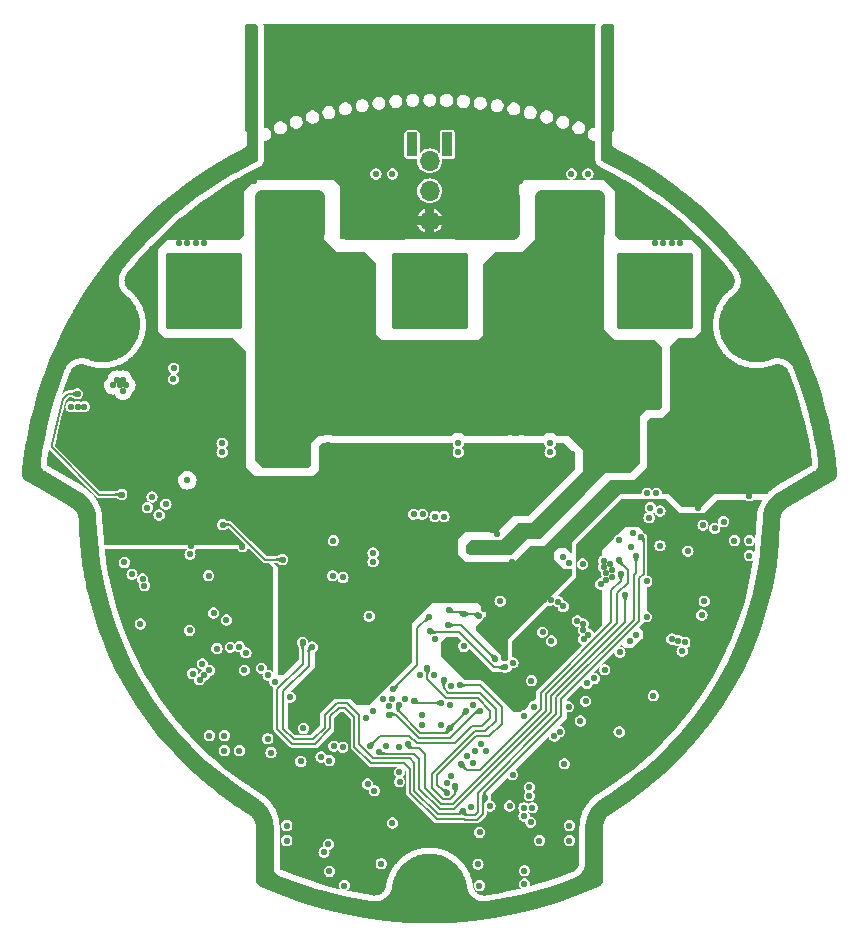
<source format=gbr>
%TF.GenerationSoftware,KiCad,Pcbnew,8.0.6+1*%
%TF.CreationDate,Date%
%TF.ProjectId,amulet_controller,616d756c-6574-45f6-936f-6e74726f6c6c,1.1*%
%TF.SameCoordinates,Original*%
%TF.FileFunction,Copper,L4,Inr*%
%TF.FilePolarity,Positive*%
%FSLAX46Y46*%
G04 Gerber Fmt 4.6, Leading zero omitted, Abs format (unit mm)*
G04 Created by KiCad*
%MOMM*%
%LPD*%
G01*
G04 APERTURE LIST*
G04 Aperture macros list*
%AMRoundRect*
0 Rectangle with rounded corners*
0 $1 Rounding radius*
0 $2 $3 $4 $5 $6 $7 $8 $9 X,Y pos of 4 corners*
0 Add a 4 corners polygon primitive as box body*
4,1,4,$2,$3,$4,$5,$6,$7,$8,$9,$2,$3,0*
0 Add four circle primitives for the rounded corners*
1,1,$1+$1,$2,$3*
1,1,$1+$1,$4,$5*
1,1,$1+$1,$6,$7*
1,1,$1+$1,$8,$9*
0 Add four rect primitives between the rounded corners*
20,1,$1+$1,$2,$3,$4,$5,0*
20,1,$1+$1,$4,$5,$6,$7,0*
20,1,$1+$1,$6,$7,$8,$9,0*
20,1,$1+$1,$8,$9,$2,$3,0*%
G04 Aperture macros list end*
%TA.AperFunction,ComponentPad*%
%ADD10C,0.550000*%
%TD*%
%TA.AperFunction,ComponentPad*%
%ADD11C,0.800000*%
%TD*%
%TA.AperFunction,ComponentPad*%
%ADD12C,5.300000*%
%TD*%
%TA.AperFunction,ComponentPad*%
%ADD13C,1.700000*%
%TD*%
%TA.AperFunction,ComponentPad*%
%ADD14O,1.700000X1.700000*%
%TD*%
%TA.AperFunction,ComponentPad*%
%ADD15C,2.000000*%
%TD*%
%TA.AperFunction,ComponentPad*%
%ADD16RoundRect,0.325000X2.925000X2.925000X-2.925000X2.925000X-2.925000X-2.925000X2.925000X-2.925000X0*%
%TD*%
%TA.AperFunction,ComponentPad*%
%ADD17RoundRect,0.325000X-2.925000X-2.925000X2.925000X-2.925000X2.925000X2.925000X-2.925000X2.925000X0*%
%TD*%
%TA.AperFunction,ComponentPad*%
%ADD18RoundRect,0.415000X2.510000X1.660000X-2.510000X1.660000X-2.510000X-1.660000X2.510000X-1.660000X0*%
%TD*%
%TA.AperFunction,ComponentPad*%
%ADD19R,0.900000X2.000000*%
%TD*%
%TA.AperFunction,ComponentPad*%
%ADD20RoundRect,0.090000X0.360000X0.910000X-0.360000X0.910000X-0.360000X-0.910000X0.360000X-0.910000X0*%
%TD*%
%TA.AperFunction,ComponentPad*%
%ADD21C,0.600000*%
%TD*%
%TA.AperFunction,ViaPad*%
%ADD22C,0.550000*%
%TD*%
%TA.AperFunction,ViaPad*%
%ADD23C,0.600000*%
%TD*%
%TA.AperFunction,Conductor*%
%ADD24C,0.200000*%
%TD*%
G04 APERTURE END LIST*
D10*
%TO.N,GND*%
%TO.C,U10*%
X170350400Y-87900100D03*
X170850400Y-87000100D03*
X170850400Y-88800100D03*
X171350400Y-87900100D03*
%TD*%
D11*
%TO.N,CHASSIS*%
%TO.C,H2*%
X119587588Y-76078560D03*
X118469366Y-74621265D03*
X121408754Y-76318321D03*
D12*
X120787588Y-74000099D03*
D11*
X122866049Y-75200099D03*
X120166422Y-71681877D03*
X123105810Y-73378933D03*
X121987588Y-71921638D03*
%TD*%
D13*
%TO.N,GND*%
%TO.C,J11*%
X148500400Y-65215100D03*
D14*
%TO.N,/Project Architecture/Interface - FD-CAN/FDCAN_P*%
X148500400Y-62675100D03*
%TO.N,/Project Architecture/Interface - FD-CAN/FDCAN_N*%
X148500400Y-60135100D03*
%TD*%
D11*
%TO.N,CHASSIS*%
%TO.C,H1*%
X150900400Y-122000100D03*
X150197456Y-123697156D03*
X150197456Y-120303044D03*
D12*
X148500400Y-122000100D03*
D11*
X148500400Y-119600100D03*
X146803344Y-123697156D03*
X146803344Y-120303044D03*
X146100400Y-122000100D03*
%TD*%
D10*
%TO.N,/Project Architecture/Motor Control - Top Level/Motor Control - Inverter/PHA*%
%TO.C,J3*%
X170550400Y-74150100D03*
X170550400Y-72220100D03*
X170550400Y-71710100D03*
X170550400Y-71200100D03*
X170550400Y-70690100D03*
X170550400Y-70180100D03*
X170550400Y-68250100D03*
X170100400Y-71965100D03*
X170100400Y-71455100D03*
X170100400Y-70945100D03*
X170100400Y-70435100D03*
D15*
X169750400Y-73350100D03*
X169750400Y-69050100D03*
D10*
X169650400Y-72220100D03*
X169650400Y-71710100D03*
X169650400Y-71200100D03*
X169650400Y-70690100D03*
X169650400Y-70180100D03*
X168620400Y-74150100D03*
X168620400Y-73250100D03*
X168620400Y-69150100D03*
X168620400Y-68250100D03*
X168365400Y-73700100D03*
X168365400Y-68700100D03*
X168110400Y-74150100D03*
X168110400Y-73250100D03*
X168110400Y-69150100D03*
X168110400Y-68250100D03*
X167855400Y-73700100D03*
X167855400Y-68700100D03*
X167600400Y-74150100D03*
X167600400Y-73250100D03*
D16*
X167600400Y-71200100D03*
D10*
X167600400Y-69150100D03*
X167600400Y-68250100D03*
X167345400Y-73700100D03*
X167345400Y-68700100D03*
X167090400Y-74150100D03*
X167090400Y-73250100D03*
X167090400Y-69150100D03*
X167090400Y-68250100D03*
X166835400Y-73700100D03*
X166835400Y-68700100D03*
X166580400Y-74150100D03*
X166580400Y-73250100D03*
X166580400Y-69150100D03*
X166580400Y-68250100D03*
X165550400Y-72220100D03*
X165550400Y-71710100D03*
X165550400Y-71200100D03*
X165550400Y-70690100D03*
X165550400Y-70180100D03*
D15*
X165450400Y-73350100D03*
X165450400Y-69050100D03*
D10*
X165100400Y-71965100D03*
X165100400Y-71455100D03*
X165100400Y-70945100D03*
X165100400Y-70435100D03*
X164650400Y-74150100D03*
X164650400Y-72220100D03*
X164650400Y-71710100D03*
X164650400Y-71200100D03*
X164650400Y-70690100D03*
X164650400Y-70180100D03*
X164650400Y-68250100D03*
%TD*%
%TO.N,/Project Architecture/Motor Control - Top Level/Motor Control - Inverter/PHB*%
%TO.C,J4*%
X151450400Y-74150100D03*
X151450400Y-72220100D03*
X151450400Y-71710100D03*
X151450400Y-71200100D03*
X151450400Y-70690100D03*
X151450400Y-70180100D03*
X151450400Y-68250100D03*
X151000400Y-71965100D03*
X151000400Y-71455100D03*
X151000400Y-70945100D03*
X151000400Y-70435100D03*
D15*
X150650400Y-73350100D03*
X150650400Y-69050100D03*
D10*
X150550400Y-72220100D03*
X150550400Y-71710100D03*
X150550400Y-71200100D03*
X150550400Y-70690100D03*
X150550400Y-70180100D03*
X149520400Y-74150100D03*
X149520400Y-73250100D03*
X149520400Y-69150100D03*
X149520400Y-68250100D03*
X149265400Y-73700100D03*
X149265400Y-68700100D03*
X149010400Y-74150100D03*
X149010400Y-73250100D03*
X149010400Y-69150100D03*
X149010400Y-68250100D03*
X148755400Y-73700100D03*
X148755400Y-68700100D03*
X148500400Y-74150100D03*
X148500400Y-73250100D03*
D16*
X148500400Y-71200100D03*
D10*
X148500400Y-69150100D03*
X148500400Y-68250100D03*
X148245400Y-73700100D03*
X148245400Y-68700100D03*
X147990400Y-74150100D03*
X147990400Y-73250100D03*
X147990400Y-69150100D03*
X147990400Y-68250100D03*
X147735400Y-73700100D03*
X147735400Y-68700100D03*
X147480400Y-74150100D03*
X147480400Y-73250100D03*
X147480400Y-69150100D03*
X147480400Y-68250100D03*
X146450400Y-72220100D03*
X146450400Y-71710100D03*
X146450400Y-71200100D03*
X146450400Y-70690100D03*
X146450400Y-70180100D03*
D15*
X146350400Y-73350100D03*
X146350400Y-69050100D03*
D10*
X146000400Y-71965100D03*
X146000400Y-71455100D03*
X146000400Y-70945100D03*
X146000400Y-70435100D03*
X145550400Y-74150100D03*
X145550400Y-72220100D03*
X145550400Y-71710100D03*
X145550400Y-71200100D03*
X145550400Y-70690100D03*
X145550400Y-70180100D03*
X145550400Y-68250100D03*
%TD*%
%TO.N,/Project Architecture/Motor Control - Top Level/Motor Control - Inverter/PHC*%
%TO.C,J5*%
X126450400Y-68250100D03*
X126450400Y-70180100D03*
X126450400Y-70690100D03*
X126450400Y-71200100D03*
X126450400Y-71710100D03*
X126450400Y-72220100D03*
X126450400Y-74150100D03*
X126900400Y-70435100D03*
X126900400Y-70945100D03*
X126900400Y-71455100D03*
X126900400Y-71965100D03*
D15*
X127250400Y-69050100D03*
X127250400Y-73350100D03*
D10*
X127350400Y-70180100D03*
X127350400Y-70690100D03*
X127350400Y-71200100D03*
X127350400Y-71710100D03*
X127350400Y-72220100D03*
X128380400Y-68250100D03*
X128380400Y-69150100D03*
X128380400Y-73250100D03*
X128380400Y-74150100D03*
X128635400Y-68700100D03*
X128635400Y-73700100D03*
X128890400Y-68250100D03*
X128890400Y-69150100D03*
X128890400Y-73250100D03*
X128890400Y-74150100D03*
X129145400Y-68700100D03*
X129145400Y-73700100D03*
X129400400Y-68250100D03*
X129400400Y-69150100D03*
D17*
X129400400Y-71200100D03*
D10*
X129400400Y-73250100D03*
X129400400Y-74150100D03*
X129655400Y-68700100D03*
X129655400Y-73700100D03*
X129910400Y-68250100D03*
X129910400Y-69150100D03*
X129910400Y-73250100D03*
X129910400Y-74150100D03*
X130165400Y-68700100D03*
X130165400Y-73700100D03*
X130420400Y-68250100D03*
X130420400Y-69150100D03*
X130420400Y-73250100D03*
X130420400Y-74150100D03*
X131450400Y-70180100D03*
X131450400Y-70690100D03*
X131450400Y-71200100D03*
X131450400Y-71710100D03*
X131450400Y-72220100D03*
D15*
X131550400Y-69050100D03*
X131550400Y-73350100D03*
D10*
X131900400Y-70435100D03*
X131900400Y-70945100D03*
X131900400Y-71455100D03*
X131900400Y-71965100D03*
X132350400Y-68250100D03*
X132350400Y-70180100D03*
X132350400Y-70690100D03*
X132350400Y-71200100D03*
X132350400Y-71710100D03*
X132350400Y-72220100D03*
X132350400Y-74150100D03*
%TD*%
%TO.N,GND*%
%TO.C,U6*%
X150275238Y-93943998D03*
X149306502Y-92975262D03*
X150275238Y-95556202D03*
X149469136Y-94750100D03*
X148500400Y-93781364D03*
X147694298Y-92975262D03*
X149306502Y-96524938D03*
X148500400Y-95718836D03*
X147531664Y-94750100D03*
X146725562Y-93943998D03*
X147694298Y-96524938D03*
X146725562Y-95556202D03*
%TD*%
D11*
%TO.N,CHASSIS*%
%TO.C,H3*%
X175013211Y-71921639D03*
X173894989Y-73378934D03*
X176834377Y-71681878D03*
D12*
X176213211Y-74000100D03*
D11*
X174134750Y-75200100D03*
X175592045Y-76318322D03*
X178531433Y-74621266D03*
X177413211Y-76078561D03*
%TD*%
D10*
%TO.N,GND*%
%TO.C,J1*%
X155780400Y-66280100D03*
X155780400Y-65770100D03*
X155780400Y-65260100D03*
X155780400Y-64750100D03*
X155780400Y-64240100D03*
X155780400Y-63730100D03*
X155780400Y-63220100D03*
X155330400Y-66535100D03*
X155330400Y-66025100D03*
X155330400Y-65515100D03*
X155330400Y-65005100D03*
X155330400Y-64495100D03*
X155330400Y-63985100D03*
X155330400Y-63475100D03*
X155330400Y-62965100D03*
X154880400Y-66280100D03*
X154880400Y-65770100D03*
X154880400Y-65260100D03*
X154880400Y-64750100D03*
X154880400Y-64240100D03*
X154880400Y-63730100D03*
X154880400Y-63220100D03*
X154430400Y-66535100D03*
X154430400Y-66025100D03*
X154430400Y-63475100D03*
X154430400Y-62965100D03*
X153980400Y-66280100D03*
X153980400Y-63220100D03*
X153530400Y-66535100D03*
X153530400Y-62965100D03*
D18*
X153150400Y-64750100D03*
D10*
X152770400Y-66535100D03*
X152770400Y-62965100D03*
X152320400Y-66280100D03*
X152320400Y-63220100D03*
X151870400Y-66535100D03*
X151870400Y-66025100D03*
X151870400Y-63475100D03*
X151870400Y-62965100D03*
X151420400Y-66280100D03*
X151420400Y-65770100D03*
X151420400Y-65260100D03*
X151420400Y-64750100D03*
X151420400Y-64240100D03*
X151420400Y-63730100D03*
X151420400Y-63220100D03*
X150970400Y-66535100D03*
X150970400Y-66025100D03*
X150970400Y-65515100D03*
X150970400Y-65005100D03*
X150970400Y-64495100D03*
X150970400Y-63985100D03*
X150970400Y-63475100D03*
X150970400Y-62965100D03*
X150520400Y-66280100D03*
X150520400Y-65770100D03*
X150520400Y-65260100D03*
X150520400Y-64750100D03*
X150520400Y-64240100D03*
X150520400Y-63730100D03*
X150520400Y-63220100D03*
%TO.N,+VBAT*%
X162980400Y-66280100D03*
X162980400Y-65770100D03*
X162980400Y-65260100D03*
X162980400Y-64750100D03*
X162980400Y-64240100D03*
X162980400Y-63730100D03*
X162980400Y-63220100D03*
X162530400Y-66535100D03*
X162530400Y-66025100D03*
X162530400Y-65515100D03*
X162530400Y-65005100D03*
X162530400Y-64495100D03*
X162530400Y-63985100D03*
X162530400Y-63475100D03*
X162530400Y-62965100D03*
X162080400Y-66280100D03*
X162080400Y-65770100D03*
X162080400Y-65260100D03*
X162080400Y-64750100D03*
X162080400Y-64240100D03*
X162080400Y-63730100D03*
X162080400Y-63220100D03*
X161630400Y-66535100D03*
X161630400Y-66025100D03*
X161630400Y-63475100D03*
X161630400Y-62965100D03*
X161180400Y-66280100D03*
X161180400Y-63220100D03*
X160730400Y-66535100D03*
X160730400Y-62965100D03*
D18*
X160350400Y-64750100D03*
D10*
X159970400Y-66535100D03*
X159970400Y-62965100D03*
X159520400Y-66280100D03*
X159520400Y-63220100D03*
X159070400Y-66535100D03*
X159070400Y-66025100D03*
X159070400Y-63475100D03*
X159070400Y-62965100D03*
X158620400Y-66280100D03*
X158620400Y-65770100D03*
X158620400Y-65260100D03*
X158620400Y-64750100D03*
X158620400Y-64240100D03*
X158620400Y-63730100D03*
X158620400Y-63220100D03*
X158170400Y-66535100D03*
X158170400Y-66025100D03*
X158170400Y-65515100D03*
X158170400Y-65005100D03*
X158170400Y-64495100D03*
X158170400Y-63985100D03*
X158170400Y-63475100D03*
X158170400Y-62965100D03*
X157720400Y-66280100D03*
X157720400Y-65770100D03*
X157720400Y-65260100D03*
X157720400Y-64750100D03*
X157720400Y-64240100D03*
X157720400Y-63730100D03*
X157720400Y-63220100D03*
D19*
%TO.N,unconnected-(J1-PadMP1)*%
X150000400Y-58750100D03*
%TO.N,CHASSIS*%
X163500400Y-58750100D03*
%TD*%
D10*
%TO.N,GND*%
%TO.C,J2*%
X146480400Y-66280100D03*
X146480400Y-65770100D03*
X146480400Y-65260100D03*
X146480400Y-64750100D03*
X146480400Y-64240100D03*
X146480400Y-63730100D03*
X146480400Y-63220100D03*
X146030400Y-66535100D03*
X146030400Y-66025100D03*
X146030400Y-65515100D03*
X146030400Y-65005100D03*
X146030400Y-64495100D03*
X146030400Y-63985100D03*
X146030400Y-63475100D03*
X146030400Y-62965100D03*
X145580400Y-66280100D03*
X145580400Y-65770100D03*
X145580400Y-65260100D03*
X145580400Y-64750100D03*
X145580400Y-64240100D03*
X145580400Y-63730100D03*
X145580400Y-63220100D03*
X145130400Y-66535100D03*
X145130400Y-66025100D03*
X145130400Y-63475100D03*
X145130400Y-62965100D03*
X144680400Y-66280100D03*
X144680400Y-63220100D03*
X144230400Y-66535100D03*
X144230400Y-62965100D03*
D18*
X143850400Y-64750100D03*
D10*
X143470400Y-66535100D03*
X143470400Y-62965100D03*
X143020400Y-66280100D03*
X143020400Y-63220100D03*
X142570400Y-66535100D03*
X142570400Y-66025100D03*
X142570400Y-63475100D03*
X142570400Y-62965100D03*
X142120400Y-66280100D03*
X142120400Y-65770100D03*
X142120400Y-65260100D03*
X142120400Y-64750100D03*
X142120400Y-64240100D03*
X142120400Y-63730100D03*
X142120400Y-63220100D03*
X141670400Y-66535100D03*
X141670400Y-66025100D03*
X141670400Y-65515100D03*
X141670400Y-65005100D03*
X141670400Y-64495100D03*
X141670400Y-63985100D03*
X141670400Y-63475100D03*
X141670400Y-62965100D03*
X141220400Y-66280100D03*
X141220400Y-65770100D03*
X141220400Y-65260100D03*
X141220400Y-64750100D03*
X141220400Y-64240100D03*
X141220400Y-63730100D03*
X141220400Y-63220100D03*
%TO.N,+VBAT*%
X139280400Y-66280100D03*
X139280400Y-65770100D03*
X139280400Y-65260100D03*
X139280400Y-64750100D03*
X139280400Y-64240100D03*
X139280400Y-63730100D03*
X139280400Y-63220100D03*
X138830400Y-66535100D03*
X138830400Y-66025100D03*
X138830400Y-65515100D03*
X138830400Y-65005100D03*
X138830400Y-64495100D03*
X138830400Y-63985100D03*
X138830400Y-63475100D03*
X138830400Y-62965100D03*
X138380400Y-66280100D03*
X138380400Y-65770100D03*
X138380400Y-65260100D03*
X138380400Y-64750100D03*
X138380400Y-64240100D03*
X138380400Y-63730100D03*
X138380400Y-63220100D03*
X137930400Y-66535100D03*
X137930400Y-66025100D03*
X137930400Y-63475100D03*
X137930400Y-62965100D03*
X137480400Y-66280100D03*
X137480400Y-63220100D03*
X137030400Y-66535100D03*
X137030400Y-62965100D03*
D18*
X136650400Y-64750100D03*
D10*
X136270400Y-66535100D03*
X136270400Y-62965100D03*
X135820400Y-66280100D03*
X135820400Y-63220100D03*
X135370400Y-66535100D03*
X135370400Y-66025100D03*
X135370400Y-63475100D03*
X135370400Y-62965100D03*
X134920400Y-66280100D03*
X134920400Y-65770100D03*
X134920400Y-65260100D03*
X134920400Y-64750100D03*
X134920400Y-64240100D03*
X134920400Y-63730100D03*
X134920400Y-63220100D03*
X134470400Y-66535100D03*
X134470400Y-66025100D03*
X134470400Y-65515100D03*
X134470400Y-65005100D03*
X134470400Y-64495100D03*
X134470400Y-63985100D03*
X134470400Y-63475100D03*
X134470400Y-62965100D03*
X134020400Y-66280100D03*
X134020400Y-65770100D03*
X134020400Y-65260100D03*
X134020400Y-64750100D03*
X134020400Y-64240100D03*
X134020400Y-63730100D03*
X134020400Y-63220100D03*
D20*
%TO.N,unconnected-(J2-PadMP1)*%
X147000400Y-58750100D03*
%TO.N,CHASSIS*%
X133500400Y-58750100D03*
%TD*%
D21*
%TO.N,GND*%
%TO.C,U4*%
X129275399Y-91125097D03*
X129275399Y-92125097D03*
%TD*%
D22*
%TO.N,/Project Architecture/Interface - Interconnects/RS422_D-*%
X135400400Y-104250100D03*
%TO.N,/Project Architecture/Interface - Interconnects/RS422_D+*%
X136700400Y-105550100D03*
%TO.N,/Project Architecture/Interface - Interconnects/RS422_R+*%
X132949946Y-101800554D03*
%TO.N,/Project Architecture/Interface - Interconnects/RS422_R-*%
X134249946Y-103100554D03*
%TO.N,/Project Architecture/Interface - Interconnects/AUX2_B*%
X151580400Y-106730100D03*
X145875400Y-106225100D03*
X150200400Y-108175100D03*
%TO.N,/Project Architecture/Interface - Interconnects/AUX2_C*%
X147200000Y-105850000D03*
X149474423Y-106036038D03*
%TO.N,/Project Architecture/Interface - Interconnects/POS_SENSOR_CS*%
X144550400Y-105750100D03*
%TO.N,/Project Architecture/Interface - Interconnects/AUX1_A*%
X144210400Y-110155600D03*
X165047697Y-96889056D03*
%TO.N,GND*%
X161950000Y-100250000D03*
X155850400Y-95080100D03*
X158175000Y-97350000D03*
X157325400Y-84440000D03*
X130700400Y-87250100D03*
X139840400Y-54190100D03*
X155330000Y-84820000D03*
X147230400Y-50380100D03*
X131175400Y-86425100D03*
X130490400Y-101440100D03*
X129793442Y-95260516D03*
X140350400Y-84475100D03*
X122650400Y-94150100D03*
X139875400Y-85300100D03*
X119250400Y-78100100D03*
X137300400Y-52920100D03*
X155800000Y-86750000D03*
X155325000Y-87025000D03*
X123300400Y-95150100D03*
X173450000Y-70900000D03*
X162995426Y-95977304D03*
X130225400Y-88625100D03*
X138706633Y-100143867D03*
X170450400Y-82475100D03*
X170450400Y-85775100D03*
X143650400Y-52920100D03*
X158430400Y-52920100D03*
X141110400Y-54190100D03*
X131175400Y-88075100D03*
X150374999Y-86225000D03*
X153775400Y-91425100D03*
X159400000Y-97475000D03*
X174200400Y-85720100D03*
X156530400Y-121370100D03*
X163925000Y-95375000D03*
X128330400Y-92780100D03*
X152950400Y-59750100D03*
X172647279Y-91254860D03*
X131175400Y-88625100D03*
X119750400Y-78950100D03*
X155050400Y-95880100D03*
X168300000Y-67100000D03*
X170450400Y-84675100D03*
X159700400Y-50380100D03*
X155325000Y-87575000D03*
X150850000Y-85950000D03*
X178340400Y-78610100D03*
X161525000Y-99900000D03*
X139840400Y-52920100D03*
X155325000Y-86475000D03*
X154850400Y-102240100D03*
X151400400Y-101250100D03*
X158430400Y-54190100D03*
X139650400Y-105350100D03*
X149900000Y-85400000D03*
X136410400Y-117690100D03*
X155525400Y-112125100D03*
X144980400Y-97780100D03*
X140350400Y-85025100D03*
X163975000Y-94825000D03*
X157925000Y-95550000D03*
X152340000Y-84440000D03*
X171652374Y-90988273D03*
X120250400Y-78100100D03*
X138570400Y-50380100D03*
X156470400Y-107130100D03*
X138475000Y-57825000D03*
X163425000Y-95600000D03*
X138465397Y-91990097D03*
X159800000Y-97875000D03*
X130211373Y-98425478D03*
X132400400Y-101275100D03*
X163475000Y-95050000D03*
X151800000Y-86500000D03*
X166890402Y-95750097D03*
X137100400Y-100450100D03*
X170450400Y-80825100D03*
X150375000Y-86775000D03*
X157160400Y-54190100D03*
X167640400Y-87500100D03*
X167190400Y-89500100D03*
X126550400Y-84675100D03*
X163750000Y-94300000D03*
X155450400Y-95480100D03*
X138570400Y-54190100D03*
X118600400Y-83850100D03*
X163250000Y-94550000D03*
X134800400Y-109070100D03*
X144100400Y-87700100D03*
X156275000Y-85375000D03*
X129750400Y-86700100D03*
X126550400Y-80275100D03*
X128175400Y-99900100D03*
X148950000Y-86500000D03*
X174310400Y-92290100D03*
X147825400Y-107100100D03*
X155800000Y-86200000D03*
X158060400Y-100050100D03*
X143275000Y-101500000D03*
X155890400Y-52920100D03*
X151700400Y-110550100D03*
X132360000Y-61870000D03*
X165694609Y-91625600D03*
X138475000Y-99000000D03*
X149770400Y-49110100D03*
X128450400Y-103550100D03*
X145630400Y-98470100D03*
X151325000Y-87325000D03*
X137070400Y-108360100D03*
X153350400Y-51650100D03*
X152150400Y-106190100D03*
X152750000Y-86500000D03*
X152275000Y-86775000D03*
X123200400Y-84680100D03*
X133630001Y-61870000D03*
X136100400Y-98300100D03*
X120700400Y-87620100D03*
X148900400Y-103650100D03*
X124000400Y-99350100D03*
X144305000Y-84575100D03*
X134900000Y-60950000D03*
X149425000Y-85675000D03*
X149425000Y-86775000D03*
X155230400Y-97540100D03*
X157525000Y-95150000D03*
X154850000Y-87300000D03*
X162460400Y-103960100D03*
X126550400Y-84125100D03*
X155800000Y-87300000D03*
X139875400Y-84200100D03*
X130700400Y-89450100D03*
X130225400Y-86975100D03*
X140350400Y-85575100D03*
X123550000Y-70900000D03*
X170450400Y-80275100D03*
X129750400Y-88350100D03*
X148500400Y-52920100D03*
X142690400Y-103600100D03*
X157160400Y-51650100D03*
X154620400Y-54190100D03*
X130700400Y-88900100D03*
X151270400Y-59270100D03*
X118025400Y-79150100D03*
X149425000Y-87325000D03*
X147230400Y-49110100D03*
X137300400Y-54190100D03*
X139840400Y-51650100D03*
X149475400Y-107925100D03*
X158450000Y-96850000D03*
X156150400Y-61810100D03*
X140020400Y-120300100D03*
X148500400Y-51650100D03*
X116550400Y-85675100D03*
X160340400Y-117690100D03*
X155890400Y-54190100D03*
X156280000Y-84260000D03*
X154850000Y-86750000D03*
X126730400Y-89760100D03*
X131175400Y-89725100D03*
X122990400Y-88940100D03*
X149770400Y-52920100D03*
X155805000Y-84545000D03*
X150375000Y-87325000D03*
X130700400Y-86700100D03*
X158430400Y-51650100D03*
X152750000Y-87050000D03*
X149770400Y-50380100D03*
X155325000Y-85925000D03*
X155850400Y-94520100D03*
X159700400Y-52920100D03*
X147230400Y-51650100D03*
X178120400Y-85940100D03*
X178340400Y-82210100D03*
X140225400Y-104775100D03*
X131175400Y-89175100D03*
X167450400Y-105425100D03*
X135070400Y-110240100D03*
X164550400Y-108500100D03*
X142380400Y-52920100D03*
X139375400Y-85000100D03*
X127300000Y-67100000D03*
X175580400Y-93560100D03*
X129750400Y-87250100D03*
X126550400Y-82475100D03*
X137300400Y-51650100D03*
X130225400Y-88075100D03*
X154200400Y-91775100D03*
X128700000Y-67100000D03*
X141050400Y-91950100D03*
X180080400Y-83110100D03*
X138570400Y-51650100D03*
X155450400Y-94120100D03*
X170450400Y-85225100D03*
X170450400Y-81375100D03*
X143650400Y-50380100D03*
X151800000Y-87050000D03*
X142380400Y-54190100D03*
X150286082Y-104586488D03*
X152600400Y-119700100D03*
X159700400Y-55460100D03*
X143650400Y-51650100D03*
X156950400Y-113200100D03*
X141930400Y-103030100D03*
X173401930Y-90680646D03*
X139375400Y-85550100D03*
X149425000Y-86225000D03*
X154620400Y-50380100D03*
X123150000Y-70500000D03*
X145630400Y-99050100D03*
X158325000Y-95950000D03*
X131130400Y-110070100D03*
X171250400Y-89520100D03*
X126550400Y-83575100D03*
X149900000Y-86500000D03*
X130225400Y-89175100D03*
X142880000Y-84850100D03*
X150225400Y-106225100D03*
X149900000Y-87050000D03*
X123950000Y-71300000D03*
X156975400Y-93250100D03*
X166875000Y-98750000D03*
X141110400Y-52920100D03*
X156275000Y-87025000D03*
X128211422Y-93459571D03*
X160514999Y-85499998D03*
X170450400Y-81925100D03*
X129400000Y-67100000D03*
X129535000Y-84435001D03*
X129250400Y-102750100D03*
X155890400Y-50380100D03*
X130225400Y-86425100D03*
X140390400Y-109700100D03*
X153110400Y-97010100D03*
X159700400Y-51650100D03*
X129860400Y-108800100D03*
X170450400Y-84125100D03*
X150375000Y-85675000D03*
X154850000Y-85100000D03*
X134825400Y-103700100D03*
X141110400Y-51650100D03*
X146430400Y-105720100D03*
X129750400Y-87800100D03*
X142490400Y-102480100D03*
X159700400Y-54190100D03*
X131175400Y-86975100D03*
X140770400Y-105450100D03*
X154850000Y-85650000D03*
X128680400Y-89630100D03*
X155890400Y-51650100D03*
X157160400Y-50380100D03*
X158430400Y-50380100D03*
X131175400Y-87525100D03*
X169000000Y-67100000D03*
X153350400Y-52920100D03*
X161500000Y-99350000D03*
X123200400Y-86440100D03*
X129750400Y-89450100D03*
X126550400Y-81925100D03*
X144800400Y-109659650D03*
X150850000Y-87050000D03*
X157300400Y-106350100D03*
X141290400Y-121500100D03*
X148925400Y-100650100D03*
X175580400Y-88480100D03*
X178340400Y-80410100D03*
X128000000Y-67100000D03*
X130225400Y-87525100D03*
X155800000Y-85650000D03*
X157060400Y-116140100D03*
X180080400Y-84900100D03*
X180080400Y-84000100D03*
X149770400Y-51650100D03*
X139100400Y-102500100D03*
X156530400Y-120250100D03*
X150175400Y-89650100D03*
X143100400Y-94575100D03*
X169880400Y-101660100D03*
X132810400Y-103270100D03*
X149900000Y-85950000D03*
X154855000Y-84545000D03*
X157800400Y-117690100D03*
X160340400Y-116420100D03*
X145350400Y-116200100D03*
X130700400Y-87800100D03*
X153350400Y-50380100D03*
X143830000Y-84300100D03*
X153140400Y-98050100D03*
X175580400Y-92290100D03*
X157600000Y-97350000D03*
X145100400Y-106290100D03*
X132650400Y-92800100D03*
X153810400Y-56730100D03*
X156275000Y-86475000D03*
X124780400Y-73240100D03*
X158810400Y-100800100D03*
X170450400Y-83025100D03*
X132400400Y-110070100D03*
X126550400Y-83025100D03*
X144400400Y-119650100D03*
X152275000Y-87325000D03*
X145630400Y-97890100D03*
X156275000Y-87575000D03*
X141110400Y-50380100D03*
X126550400Y-85775100D03*
X139875400Y-84750100D03*
X170450400Y-83575100D03*
X130225400Y-89725100D03*
X152720400Y-121500100D03*
X161550000Y-100650000D03*
X144720400Y-59270100D03*
X139375400Y-84450100D03*
X129750400Y-88900100D03*
X178340400Y-83110100D03*
X124780400Y-70700100D03*
X121440400Y-89160100D03*
X152725400Y-117000100D03*
X169700000Y-67100000D03*
X139840400Y-50380100D03*
X137225400Y-106100100D03*
X153380400Y-96530100D03*
X130700399Y-88350100D03*
X156280000Y-84820000D03*
X131130400Y-108800100D03*
X161700400Y-105900100D03*
X143355000Y-84575100D03*
X161000000Y-99100000D03*
X154620400Y-51650100D03*
X137300400Y-50380100D03*
X145340400Y-105670100D03*
X156950400Y-113900100D03*
X164525400Y-92275100D03*
X140010400Y-110920100D03*
X131180000Y-85870000D03*
X155275400Y-114775100D03*
X118600400Y-83300100D03*
X124780400Y-71970100D03*
X152850400Y-109500100D03*
X148525400Y-89575100D03*
X160514997Y-84924997D03*
X155325000Y-85375000D03*
X150850000Y-86500000D03*
X126550400Y-81375100D03*
X142380400Y-51650100D03*
X143050400Y-92875100D03*
X163250000Y-94000000D03*
X167600000Y-67100000D03*
X178340400Y-79510100D03*
X155330000Y-84260000D03*
X171750401Y-97435100D03*
X143650400Y-56730100D03*
X151325000Y-86775000D03*
X173850000Y-70500000D03*
X170450400Y-86325100D03*
X165580400Y-92870100D03*
X131300400Y-99020100D03*
X143355000Y-85125100D03*
X156275400Y-93950100D03*
X148500400Y-57700100D03*
X158750000Y-97350000D03*
X173050000Y-71300000D03*
X143700400Y-106750100D03*
X136410400Y-116420100D03*
X170370072Y-93192654D03*
X158725000Y-96350000D03*
X171550400Y-98600100D03*
X157160400Y-52920100D03*
X178340400Y-81310100D03*
X153600400Y-114770100D03*
X164623195Y-101752895D03*
X126550400Y-80825100D03*
X178340400Y-84010100D03*
X138570400Y-52920100D03*
X149950400Y-112850100D03*
X152025900Y-114850100D03*
X126550400Y-85225100D03*
X154620400Y-52920100D03*
X156275000Y-85925000D03*
X155550000Y-102650000D03*
X124780400Y-74510100D03*
X157125000Y-104150000D03*
X155800000Y-85100000D03*
X147230400Y-52920100D03*
X143830000Y-84850100D03*
X168006289Y-92734084D03*
X143250400Y-112900100D03*
X148950000Y-87050000D03*
X145950400Y-109750100D03*
X142380400Y-50380100D03*
X145325000Y-99525000D03*
X137300400Y-55460100D03*
X131630400Y-101330100D03*
X139650400Y-106100100D03*
X139560400Y-118690100D03*
X154850000Y-86200000D03*
X161230400Y-59270100D03*
%TO.N,+3V3*%
X150100400Y-100950100D03*
X153575400Y-117000100D03*
X172940400Y-90090100D03*
X141080400Y-107160100D03*
X171180400Y-99310100D03*
X145925400Y-116750100D03*
X132550400Y-93600100D03*
X127300400Y-93700100D03*
X163904867Y-108940100D03*
X156700400Y-105750100D03*
X132000400Y-93300100D03*
X168710398Y-94830098D03*
X139580400Y-111615600D03*
X157100400Y-111000100D03*
X131020400Y-100720100D03*
%TO.N,/Project Architecture/Interface - Interconnects/AUX1_B*%
X164687500Y-95112500D03*
X151170400Y-111250100D03*
%TO.N,/Project Architecture/Interface - Interconnects/AUX1_C*%
X146668726Y-109536181D03*
X164518917Y-93981083D03*
%TO.N,+5V*%
X118150400Y-80950100D03*
X129428082Y-103689154D03*
X125000400Y-88600100D03*
X169563202Y-100777947D03*
X159900400Y-111200100D03*
X170109274Y-100921879D03*
X166920400Y-88300100D03*
X119250400Y-80950100D03*
X124200000Y-95550000D03*
X124350400Y-96100100D03*
X129830400Y-103290100D03*
X167690400Y-88300100D03*
X118700400Y-80950100D03*
X145950400Y-111910100D03*
X129030400Y-104090100D03*
X169016454Y-100629058D03*
X137600400Y-111000100D03*
%TO.N,/Project Architecture/Interface - Interconnects/AUX2_A*%
X145078994Y-107039297D03*
X152775900Y-106695600D03*
%TO.N,/Project Architecture/Interface - Interconnects/NRST*%
X163330400Y-103230100D03*
X160269167Y-106368867D03*
%TO.N,/Project Architecture/Interface - RS-422/RS422_~{RE}*%
X143128418Y-107291700D03*
%TO.N,/Project Architecture/Interface - RS-422/RS422_DE*%
X141150400Y-109800100D03*
%TO.N,+VBAT*%
X166025400Y-83975100D03*
X136050400Y-79125100D03*
X146250400Y-79125100D03*
X166025400Y-85550100D03*
X167050400Y-80725100D03*
X144650400Y-79125100D03*
X136850400Y-79125100D03*
X136850400Y-80725100D03*
X138225400Y-83975100D03*
X145249600Y-82250000D03*
X137650400Y-80725100D03*
X137675400Y-82250100D03*
X163850400Y-80725100D03*
X167050400Y-77525100D03*
X137125400Y-84550100D03*
X144650400Y-79925100D03*
X136575400Y-84550100D03*
X166025400Y-82825100D03*
X147050400Y-77525100D03*
X163825400Y-82250100D03*
X145450400Y-79125100D03*
X165200400Y-85050100D03*
X164925400Y-82250100D03*
X139250400Y-79925100D03*
X165450400Y-78325100D03*
X143050400Y-79125100D03*
X143850400Y-80725100D03*
X139250400Y-77525100D03*
X137400400Y-85050100D03*
X137125400Y-85550100D03*
X139250400Y-79125100D03*
X146250400Y-79925100D03*
X166250400Y-79125100D03*
X138225400Y-84550100D03*
X146350000Y-82250101D03*
X147050400Y-79125100D03*
X166250400Y-80725100D03*
X145450400Y-77525100D03*
X137675400Y-85550100D03*
X164650400Y-80725100D03*
X145450400Y-79925100D03*
X136300400Y-85050100D03*
X166025400Y-83400100D03*
X165750400Y-85050100D03*
X143050400Y-78325100D03*
X143050400Y-77525100D03*
X167850400Y-78325100D03*
X164650400Y-85050100D03*
X166025400Y-82250100D03*
X140050400Y-80725100D03*
X121725400Y-79150100D03*
X167850400Y-80725100D03*
X137675400Y-84550100D03*
X143850400Y-79925100D03*
X163850400Y-79925100D03*
X137125400Y-82250100D03*
X164650400Y-78325100D03*
X167850400Y-79925100D03*
X147050400Y-79925100D03*
X165475400Y-85550100D03*
X165450400Y-79925100D03*
X165450400Y-77525100D03*
X138450400Y-78325100D03*
X136850400Y-77525100D03*
X145800000Y-82250100D03*
X122825400Y-79150100D03*
X166025400Y-84550100D03*
X136575400Y-85550100D03*
X138450400Y-79125100D03*
X138225400Y-83400100D03*
X137650400Y-78325100D03*
X166250400Y-78325100D03*
X137650400Y-79125100D03*
X164925400Y-84550100D03*
X164650400Y-77525100D03*
X151830400Y-93190100D03*
X140050400Y-79925100D03*
X167050400Y-78325100D03*
X155550400Y-92950100D03*
X136850400Y-79925100D03*
X164100400Y-85050100D03*
X146250400Y-77525100D03*
X138450400Y-79925100D03*
X122275400Y-79150100D03*
X122550400Y-78675100D03*
X137650400Y-79925100D03*
X164925400Y-85550100D03*
X164375400Y-82250100D03*
X141140000Y-75879999D03*
X136050400Y-79925100D03*
X146250400Y-78325100D03*
X147050400Y-78325100D03*
X136850400Y-85050100D03*
X146350000Y-82800000D03*
X140050400Y-79125100D03*
X144650400Y-78325100D03*
X167050400Y-79925100D03*
X165450400Y-80725100D03*
X143050400Y-80725100D03*
X136050400Y-80725100D03*
X166250400Y-77525100D03*
X165450400Y-79125100D03*
X139250400Y-80725100D03*
X144650400Y-80725100D03*
X146250400Y-80725100D03*
X136575400Y-82250100D03*
X167850400Y-79125100D03*
X136025400Y-84550100D03*
X146900000Y-82250100D03*
X163850400Y-78325100D03*
X166250400Y-79925100D03*
X138225400Y-85550100D03*
X138450400Y-80725100D03*
X143850400Y-79125100D03*
X143850400Y-77525100D03*
X167050400Y-79125100D03*
X138225400Y-82250100D03*
X156100400Y-92400100D03*
X145450400Y-80725100D03*
X163825400Y-84550100D03*
X143050400Y-79925100D03*
X164375400Y-84550100D03*
X122000400Y-78675100D03*
X167850400Y-77525100D03*
X138225400Y-82825100D03*
X136850400Y-78325100D03*
X137950400Y-85050100D03*
X147050400Y-80725100D03*
X136050400Y-77525100D03*
X164375400Y-85550100D03*
X144650400Y-77525100D03*
X164650400Y-79125100D03*
X140050400Y-78325100D03*
X139250400Y-78325100D03*
X128000400Y-87200100D03*
X122550400Y-79625100D03*
X143850400Y-78325100D03*
X136025400Y-82250100D03*
X165475400Y-84550100D03*
X137650400Y-77525100D03*
X136050400Y-78325100D03*
X163850400Y-79125100D03*
X163850400Y-77525100D03*
X140050400Y-77525100D03*
X145450400Y-78325100D03*
X138450400Y-77525100D03*
X164650400Y-79925100D03*
X165475400Y-82250100D03*
X152820400Y-92620100D03*
%TO.N,/Project Architecture/Interface - Interconnects/SWCLK*%
X161817645Y-104383639D03*
X161256633Y-107575600D03*
%TO.N,/Project Architecture/Interface - Interconnects/AUX1_D*%
X151303208Y-115191929D03*
X138550400Y-101307187D03*
X165975000Y-93575000D03*
%TO.N,+A3V3*%
X140300400Y-95275100D03*
X141170400Y-95420100D03*
X139925400Y-118000100D03*
X137816667Y-108203833D03*
X140350400Y-92300100D03*
X143375000Y-98700000D03*
X126810000Y-78610000D03*
%TO.N,/Project Architecture/Interface - Interconnects/AUX1_E*%
X137750400Y-100900100D03*
X166356633Y-91983867D03*
X153180400Y-114110100D03*
%TO.N,/Project Architecture/Interface - FD-CAN/FDCAN_RX*%
X168000400Y-89795600D03*
X152205730Y-111144770D03*
%TO.N,/Project Architecture/Interface - FD-CAN/FDCAN_TX*%
X152350400Y-110100100D03*
X167090400Y-90360100D03*
%TO.N,/Project Architecture/Interface - Interconnects/AUX2_D*%
X147850900Y-107888812D03*
X153300400Y-110126858D03*
%TO.N,/Project Architecture/Motor Control - Top Level/SA_P*%
X158700400Y-84065000D03*
X149716733Y-90260424D03*
%TO.N,/Project Architecture/Motor Control - Top Level/SA_N*%
X148966733Y-90260424D03*
X158700400Y-84815000D03*
%TO.N,/Project Architecture/Motor Control - Top Level/SB_N*%
X150920000Y-84814900D03*
X147901061Y-90073668D03*
%TO.N,/Project Architecture/Motor Control - Top Level/SB_P*%
X150920000Y-84064900D03*
X147151061Y-90073668D03*
%TO.N,/Project Architecture/Motor Control - Top Level/SC_P*%
X130935000Y-84065000D03*
X143713881Y-93347074D03*
%TO.N,/Project Architecture/Motor Control - Top Level/SC_N*%
X143713881Y-94097074D03*
X130935000Y-84815000D03*
%TO.N,/Project Architecture/Power - Generation/FB_5V*%
X122440400Y-88400100D03*
X118700000Y-79870000D03*
D23*
%TO.N,CHASSIS*%
X170777735Y-108464471D03*
X175472950Y-69412939D03*
X125570643Y-64990024D03*
X162430414Y-119692338D03*
X177425786Y-90523075D03*
X118972061Y-89168624D03*
X131510355Y-60629532D03*
X163600000Y-52050000D03*
X156537912Y-122980106D03*
X128983003Y-62244038D03*
X176325797Y-97920800D03*
X175878215Y-99352288D03*
X132825039Y-59907564D03*
X181836824Y-86849866D03*
X168017797Y-62244038D03*
X124392710Y-106058918D03*
X121603718Y-100758649D03*
X157986721Y-122592036D03*
X181917049Y-84118484D03*
X133400000Y-56550000D03*
X117722066Y-88349837D03*
X129310470Y-111693787D03*
X126183079Y-108464442D03*
X173367469Y-104789887D03*
X119601049Y-92021427D03*
X180362171Y-78331540D03*
X133400000Y-49050000D03*
X166501097Y-112657519D03*
X175357096Y-100758678D03*
X152108600Y-123755700D03*
X115693277Y-81190610D03*
X155073382Y-123303807D03*
X131657334Y-113560380D03*
X122860779Y-103481102D03*
X116598643Y-78331511D03*
X181624640Y-82647385D03*
X164060709Y-114400063D03*
X128212672Y-110671858D03*
X119744494Y-93514384D03*
X162210683Y-121049799D03*
X176995750Y-94997937D03*
D22*
X143950400Y-61250100D03*
D23*
X174100035Y-103481131D03*
X174536555Y-68241277D03*
X172513186Y-66027657D03*
X169791541Y-109594471D03*
X134530400Y-119692309D03*
X114816610Y-85601032D03*
X143364830Y-123562478D03*
X133400000Y-52050000D03*
X172568104Y-106058947D03*
X163600000Y-49050000D03*
X127169273Y-109594442D03*
X115336174Y-82647356D03*
X123451472Y-67112110D03*
X181267537Y-81190639D03*
X177216320Y-93514413D03*
X163600000Y-56550000D03*
X120635017Y-97920771D03*
X134095814Y-115289815D03*
X163600000Y-50550000D03*
X180537789Y-87599866D03*
X166771959Y-61408860D03*
D22*
X160500400Y-61250100D03*
D23*
X182144204Y-85601061D03*
X123593345Y-104789858D03*
X115123990Y-86849837D03*
X163600000Y-53550000D03*
X116423025Y-87599837D03*
D22*
X145350400Y-61250100D03*
D23*
X130228841Y-61408860D03*
X168748142Y-110671887D03*
X173549328Y-67112110D03*
X122196975Y-102136159D03*
X130459717Y-112657490D03*
X121527850Y-69412939D03*
D22*
X161900400Y-61250100D03*
D23*
X134750131Y-121049770D03*
X169131983Y-63063230D03*
X126698448Y-64001241D03*
X177988753Y-89168653D03*
X133400000Y-53550000D03*
X134530400Y-118192307D03*
X163600000Y-55050000D03*
X159416972Y-122140351D03*
X176698646Y-96468051D03*
X162865000Y-115289844D03*
X164175761Y-59907564D03*
X167650344Y-111693816D03*
X125256725Y-107284877D03*
X124487614Y-66027657D03*
X134530400Y-116692305D03*
X144852214Y-123755671D03*
X171704089Y-107284906D03*
X119965064Y-94997908D03*
X115043765Y-84118455D03*
X171430157Y-64990024D03*
X122464245Y-68241277D03*
X117145136Y-76934737D03*
X170302352Y-64001241D03*
X165490445Y-60629532D03*
X119535028Y-90523046D03*
X138974093Y-122592007D03*
X116114370Y-79751058D03*
X179238748Y-88349866D03*
X174763839Y-102136188D03*
X133400000Y-50550000D03*
X127868817Y-63063230D03*
X120262168Y-96468022D03*
X137543842Y-122140322D03*
X141887432Y-123303778D03*
X165303480Y-113560409D03*
X179815678Y-76934766D03*
X160825873Y-121625940D03*
X121082599Y-99352259D03*
X136134941Y-121625911D03*
X180846444Y-79751087D03*
X140422902Y-122980077D03*
X162430414Y-118192336D03*
X133400000Y-55050000D03*
X162430414Y-116692334D03*
X132900105Y-114400034D03*
X177359765Y-92021456D03*
X153595984Y-123562507D03*
D22*
%TO.N,+12V*%
X159510400Y-108470100D03*
X159050400Y-108840100D03*
X156500400Y-115610100D03*
X157200400Y-114910100D03*
X156500400Y-114910100D03*
%TO.N,/Project Architecture/Power - Generation/FB_12V*%
X154475400Y-97425100D03*
X161457468Y-94287066D03*
%TO.N,/Project Architecture/Power - Generation/VOS_3V3*%
X130980400Y-90940100D03*
X136050400Y-93900100D03*
%TO.N,/Project Architecture/MCU - IOs/FAN_CTRL*%
X150339375Y-112209435D03*
%TO.N,/Project Architecture/MCU - IOs/MOTOR_FAULT*%
X143450400Y-109660100D03*
X148300400Y-103100100D03*
%TO.N,/Project Architecture/MCU - IOs/DRV_MISO*%
X150670891Y-113101039D03*
X149694167Y-104106333D03*
%TO.N,/Project Architecture/MCU - IOs/SENSE_VBAT*%
X126174900Y-89225100D03*
X145952325Y-112705708D03*
%TO.N,/Project Architecture/MCU - IOs/SENSE_TEMP_FET*%
X139318535Y-110610100D03*
X126840000Y-77720000D03*
X124601490Y-89498371D03*
%TO.N,/Project Architecture/MCU - IOs/SENSE_TEMP_MOT*%
X143813220Y-113475600D03*
%TO.N,/Project Architecture/MCU - IOs/BOARD_VERSION*%
X147650400Y-103700100D03*
%TO.N,/Project Architecture/MCU - IOs/DRV_SCLK*%
X151040400Y-104540100D03*
X149962313Y-113631160D03*
%TO.N,/Project Architecture/MCU - IOs/DRV_CS*%
X148471105Y-98729395D03*
X145400400Y-104900100D03*
%TO.N,/Project Architecture/MCU - IOs/MOTOR_HIZ*%
X152650400Y-98640100D03*
X150154370Y-98171130D03*
X151375400Y-98500100D03*
%TO.N,/Project Architecture/MCU - IOs/MOTOR_ENABLE*%
X150047263Y-99478237D03*
X154076633Y-102313867D03*
%TO.N,/Project Architecture/MCU - IOs/DRV_MOSI*%
X148519167Y-99981333D03*
X154861721Y-103019442D03*
%TO.N,/Project Architecture/Power - Generation/F_VIN_12V*%
X165940665Y-100302066D03*
X160310665Y-94187066D03*
X165465665Y-100777066D03*
X159835665Y-93712066D03*
%TO.N,/Project Architecture/Power - Generation/PG_5V*%
X125600400Y-90125100D03*
%TD*%
D24*
%TO.N,/Project Architecture/Interface - Interconnects/AUX2_B*%
X150200400Y-108175100D02*
X149825400Y-108550100D01*
X147691086Y-108550100D02*
X145875400Y-106734414D01*
X151580400Y-106770100D02*
X150200400Y-108150100D01*
X150200400Y-108150100D02*
X150200400Y-108175100D01*
X145875400Y-106734414D02*
X145875400Y-106225100D01*
X149825400Y-108550100D02*
X147691086Y-108550100D01*
X151580400Y-106730100D02*
X151580400Y-106770100D01*
%TO.N,/Project Architecture/Interface - Interconnects/AUX2_C*%
X147386038Y-106036038D02*
X149474423Y-106036038D01*
X147200000Y-105850000D02*
X147386038Y-106036038D01*
%TO.N,/Project Architecture/Interface - Interconnects/AUX1_A*%
X165047697Y-99170931D02*
X158800400Y-105418228D01*
X147610400Y-110780100D02*
X147160400Y-110330100D01*
X165047697Y-96889056D02*
X165047697Y-99170931D01*
X158800400Y-106846914D02*
X150607214Y-115040100D01*
X150607214Y-115040100D02*
X149354714Y-115040100D01*
X149354714Y-115040100D02*
X147610400Y-113295786D01*
X147610400Y-113295786D02*
X147610400Y-110780100D01*
X144384900Y-110330100D02*
X144210400Y-110155600D01*
X147160400Y-110330100D02*
X144384900Y-110330100D01*
X158800400Y-105418228D02*
X158800400Y-106846914D01*
%TO.N,/Project Architecture/Interface - Interconnects/AUX1_B*%
X163900000Y-96475000D02*
X163900000Y-99187256D01*
X164687500Y-95687500D02*
X163900000Y-96475000D01*
X152743903Y-111719770D02*
X151640070Y-111719770D01*
X164687500Y-95112500D02*
X164687500Y-95687500D01*
X163900000Y-99187256D02*
X157925400Y-105161856D01*
X151640070Y-111719770D02*
X151170400Y-111250100D01*
X157925400Y-106538273D02*
X152743903Y-111719770D01*
X157925400Y-105161856D02*
X157925400Y-106538273D01*
%TO.N,/Project Architecture/Interface - Interconnects/AUX1_C*%
X148090400Y-113210100D02*
X148090400Y-110390100D01*
X150440400Y-114610100D02*
X149490400Y-114610100D01*
X158325400Y-105327542D02*
X158325400Y-106725100D01*
X164518917Y-94018917D02*
X165262500Y-94762500D01*
X164375000Y-96748580D02*
X164375000Y-99277942D01*
X164375000Y-99277942D02*
X158325400Y-105327542D01*
X158325400Y-106725100D02*
X150440400Y-114610100D01*
X147575400Y-109875100D02*
X147007645Y-109875100D01*
X149490400Y-114610100D02*
X148090400Y-113210100D01*
X164518917Y-93981083D02*
X164518917Y-94018917D01*
X148090400Y-110390100D02*
X147575400Y-109875100D01*
X147007645Y-109875100D02*
X146668726Y-109536181D01*
X165262500Y-94762500D02*
X165262500Y-95861080D01*
X165262500Y-95861080D02*
X164375000Y-96748580D01*
%TO.N,/Project Architecture/Interface - Interconnects/AUX2_A*%
X152534900Y-106695600D02*
X152775900Y-106695600D01*
X145078994Y-107039297D02*
X145614597Y-107039297D01*
X147600400Y-109025100D02*
X150205400Y-109025100D01*
X145614597Y-107039297D02*
X147600400Y-109025100D01*
X150205400Y-109025100D02*
X152534900Y-106695600D01*
%TO.N,/Project Architecture/Interface - Interconnects/AUX1_D*%
X138550400Y-101307187D02*
X138250400Y-101607187D01*
X151055037Y-115440100D02*
X151303208Y-115191929D01*
X152600400Y-113634414D02*
X152600400Y-115284414D01*
X149189028Y-115440100D02*
X151055037Y-115440100D01*
X139610400Y-107090100D02*
X140630400Y-106070100D01*
X141510400Y-106070100D02*
X142530400Y-107090100D01*
X136120400Y-108223273D02*
X136997227Y-109100100D01*
X152600400Y-115284414D02*
X152364714Y-115520100D01*
X138250400Y-102910100D02*
X136120400Y-105040100D01*
X146830400Y-110730100D02*
X147210400Y-111110100D01*
X151631379Y-115520100D02*
X151303208Y-115191929D01*
X142530400Y-107090100D02*
X142530400Y-109553273D01*
X165800000Y-98984315D02*
X159225400Y-105558915D01*
X136997227Y-109100100D02*
X138640400Y-109100100D01*
X143707227Y-110730100D02*
X146830400Y-110730100D01*
X152364714Y-115520100D02*
X151631379Y-115520100D01*
X165800000Y-95225000D02*
X165800000Y-98984315D01*
X147210400Y-113461472D02*
X149189028Y-115440100D01*
X159225400Y-107009414D02*
X152600400Y-113634414D01*
X138640400Y-109100100D02*
X139610400Y-108130100D01*
X140630400Y-106070100D02*
X141510400Y-106070100D01*
X136120400Y-105040100D02*
X136120400Y-108223273D01*
X139610400Y-108130100D02*
X139610400Y-107090100D01*
X165975000Y-95050000D02*
X165800000Y-95225000D01*
X138250400Y-101607187D02*
X138250400Y-102910100D01*
X165975000Y-93575000D02*
X165975000Y-95050000D01*
X159225400Y-105558915D02*
X159225400Y-107009414D01*
X142530400Y-109553273D02*
X143707227Y-110730100D01*
X147210400Y-111110100D02*
X147210400Y-113461472D01*
%TO.N,/Project Architecture/Interface - Interconnects/AUX1_E*%
X151455693Y-115910100D02*
X151465694Y-115920100D01*
X141344714Y-106470100D02*
X142120400Y-107245786D01*
X153025400Y-115425100D02*
X153025400Y-114265100D01*
X140106086Y-107160100D02*
X140796086Y-106470100D01*
X140106086Y-108200100D02*
X140106086Y-107160100D01*
X137750400Y-102713273D02*
X135590400Y-104873273D01*
X146810400Y-113627157D02*
X149093343Y-115910100D01*
X146810400Y-111615786D02*
X146810400Y-113627157D01*
X140796086Y-106470100D02*
X141344714Y-106470100D01*
X166356633Y-91983867D02*
X166625000Y-92252234D01*
X142120400Y-107245786D02*
X142120400Y-109740100D01*
X159625400Y-105724600D02*
X159625400Y-107175100D01*
X136831541Y-109500100D02*
X138806086Y-109500100D01*
X135590400Y-104873273D02*
X135590400Y-108258959D01*
X166625000Y-95100000D02*
X166267417Y-95457583D01*
X166267417Y-99082583D02*
X159625400Y-105724600D01*
X159625400Y-107175100D02*
X153180400Y-113620100D01*
X152530400Y-115920100D02*
X153025400Y-115425100D01*
X142120400Y-109740100D02*
X143510400Y-111130100D01*
X151465694Y-115920100D02*
X152530400Y-115920100D01*
X153180400Y-113620100D02*
X153180400Y-114110100D01*
X149093343Y-115910100D02*
X151455693Y-115910100D01*
X166625000Y-92252234D02*
X166625000Y-95100000D01*
X138806086Y-109500100D02*
X140106086Y-108200100D01*
X137750400Y-100900100D02*
X137750400Y-102713273D01*
X135590400Y-108258959D02*
X136831541Y-109500100D01*
X143510400Y-111130100D02*
X146324714Y-111130100D01*
X166267417Y-95457583D02*
X166267417Y-99082583D01*
X146324714Y-111130100D02*
X146810400Y-111615786D01*
X153025400Y-114265100D02*
X153180400Y-114110100D01*
%TO.N,/Project Architecture/Power - Generation/FB_5V*%
X120510400Y-88400100D02*
X122440400Y-88400100D01*
X117887885Y-79870000D02*
X117466770Y-80291115D01*
X116500400Y-84390100D02*
X120510400Y-88400100D01*
X116500400Y-84225100D02*
X116500400Y-84390100D01*
X118700000Y-79870000D02*
X117887885Y-79870000D01*
X117466770Y-80291115D02*
G75*
G03*
X116500401Y-84225100I31033230J-9708885D01*
G01*
%TO.N,/Project Architecture/Power - Generation/VOS_3V3*%
X131603573Y-90940100D02*
X134563573Y-93900100D01*
X134563573Y-93900100D02*
X136050400Y-93900100D01*
X131603573Y-90940100D02*
X130980400Y-90940100D01*
%TO.N,/Project Architecture/MCU - IOs/MOTOR_FAULT*%
X143450400Y-109660100D02*
X144310400Y-108800100D01*
X152950400Y-108000100D02*
X153650400Y-107300100D01*
X152090400Y-108000100D02*
X152950400Y-108000100D01*
X147420818Y-109475100D02*
X150615400Y-109475100D01*
X152565400Y-105615100D02*
X149865400Y-105615100D01*
X148300400Y-104050100D02*
X148300400Y-103100100D01*
X146745818Y-108800100D02*
X147420818Y-109475100D01*
X149865400Y-105615100D02*
X148300400Y-104050100D01*
X153650400Y-106700100D02*
X152565400Y-105615100D01*
X153650400Y-107300100D02*
X153650400Y-106700100D01*
X144310400Y-108800100D02*
X146745818Y-108800100D01*
X150615400Y-109475100D02*
X152090400Y-108000100D01*
%TO.N,/Project Architecture/MCU - IOs/DRV_MISO*%
X152329715Y-108430100D02*
X148675400Y-112084415D01*
X154120400Y-107540100D02*
X153230400Y-108430100D01*
X154120400Y-106560100D02*
X154120400Y-107540100D01*
X149694167Y-104807040D02*
X150062227Y-105175100D01*
X150062227Y-105175100D02*
X152735400Y-105175100D01*
X153230400Y-108430100D02*
X152329715Y-108430100D01*
X150200486Y-114206160D02*
X150670891Y-113735755D01*
X149656460Y-114206160D02*
X150200486Y-114206160D01*
X148675400Y-113225100D02*
X149656460Y-114206160D01*
X150670891Y-113735755D02*
X150670891Y-113101039D01*
X152735400Y-105175100D02*
X154120400Y-106560100D01*
X148675400Y-112084415D02*
X148675400Y-113225100D01*
X149694167Y-104106333D02*
X149694167Y-104807040D01*
%TO.N,/Project Architecture/MCU - IOs/DRV_SCLK*%
X149600400Y-113425100D02*
X149756253Y-113425100D01*
X154600400Y-107800100D02*
X153530400Y-108870100D01*
X152740400Y-104540100D02*
X154600400Y-106400100D01*
X149150400Y-112175100D02*
X149150400Y-112975100D01*
X154600400Y-106400100D02*
X154600400Y-107800100D01*
X152455400Y-108870100D02*
X149150400Y-112175100D01*
X149756253Y-113425100D02*
X149962313Y-113631160D01*
X151040400Y-104540100D02*
X152740400Y-104540100D01*
X149150400Y-112975100D02*
X149600400Y-113425100D01*
X153530400Y-108870100D02*
X152455400Y-108870100D01*
%TO.N,/Project Architecture/MCU - IOs/DRV_CS*%
X147475400Y-102825100D02*
X145400400Y-104900100D01*
X147475400Y-99725100D02*
X147475400Y-102825100D01*
X148471105Y-98729395D02*
X147475400Y-99725100D01*
%TO.N,/Project Architecture/MCU - IOs/MOTOR_HIZ*%
X151215400Y-98340100D02*
X150323340Y-98340100D01*
X151375400Y-98500100D02*
X151215400Y-98340100D01*
X150323340Y-98340100D02*
X150154370Y-98171130D01*
X152510400Y-98500100D02*
X152650400Y-98640100D01*
X151375400Y-98500100D02*
X152510400Y-98500100D01*
%TO.N,/Project Architecture/MCU - IOs/MOTOR_ENABLE*%
X154076633Y-102313867D02*
X154064167Y-102313867D01*
X154064167Y-102313867D02*
X151195007Y-99444707D01*
X150080793Y-99444707D02*
X150047263Y-99478237D01*
X151195007Y-99444707D02*
X150080793Y-99444707D01*
%TO.N,/Project Architecture/MCU - IOs/DRV_MOSI*%
X151025410Y-100061937D02*
X151975400Y-101011927D01*
X151975400Y-101025100D02*
X153969742Y-103019442D01*
X151975400Y-101011927D02*
X151975400Y-101025100D01*
X148599771Y-100061937D02*
X151025410Y-100061937D01*
X148519167Y-99981333D02*
X148599771Y-100061937D01*
X153969742Y-103019442D02*
X154861721Y-103019442D01*
%TD*%
%TA.AperFunction,Conductor*%
%TO.N,CHASSIS*%
G36*
X176920953Y-70103405D02*
G01*
X176920953Y-70103406D01*
X177450937Y-70878530D01*
X177451133Y-70878826D01*
X177900729Y-71584421D01*
X178054757Y-71826152D01*
X178054949Y-71826465D01*
X178313416Y-72262623D01*
X178626717Y-72791314D01*
X178626905Y-72791643D01*
X179166495Y-73773190D01*
X179166671Y-73773523D01*
X179673777Y-74770928D01*
X179673943Y-74771267D01*
X180148284Y-75783766D01*
X180148438Y-75784110D01*
X180585415Y-76800913D01*
X180589662Y-76810794D01*
X180589805Y-76811140D01*
X180610883Y-76864897D01*
X180997662Y-77851309D01*
X180997793Y-77851662D01*
X181371911Y-78904340D01*
X181372032Y-78904697D01*
X181712164Y-79969202D01*
X181712273Y-79969563D01*
X182018082Y-81045012D01*
X182018179Y-81045376D01*
X182289355Y-82130935D01*
X182289441Y-82131303D01*
X182525693Y-83226190D01*
X182525767Y-83226561D01*
X182726784Y-84329961D01*
X182726845Y-84330334D01*
X182892312Y-85441344D01*
X182892362Y-85441720D01*
X183021961Y-86559494D01*
X183022016Y-86560110D01*
X183025181Y-86610567D01*
X183025203Y-86611418D01*
X183024695Y-86661350D01*
X183024656Y-86662196D01*
X183020569Y-86711579D01*
X183020470Y-86712414D01*
X183012890Y-86761093D01*
X183012731Y-86761915D01*
X183001752Y-86809666D01*
X183001537Y-86810470D01*
X182987233Y-86857175D01*
X182986963Y-86857958D01*
X182969426Y-86903443D01*
X182969101Y-86904204D01*
X182948420Y-86948284D01*
X182948043Y-86949018D01*
X182924313Y-86991512D01*
X182923885Y-86992219D01*
X182897170Y-87032999D01*
X182896691Y-87033677D01*
X182867103Y-87072527D01*
X182866576Y-87073170D01*
X182834167Y-87109972D01*
X182833592Y-87110579D01*
X182798507Y-87145104D01*
X182797886Y-87145673D01*
X182760162Y-87177795D01*
X182759497Y-87178321D01*
X182719216Y-87207870D01*
X182718512Y-87208348D01*
X182675633Y-87235239D01*
X182675267Y-87235460D01*
X178837155Y-89451375D01*
X178800589Y-89473290D01*
X178764888Y-89496307D01*
X178730147Y-89520338D01*
X178696244Y-89545460D01*
X178663340Y-89571533D01*
X178631362Y-89598597D01*
X178600337Y-89626620D01*
X178570330Y-89655533D01*
X178570320Y-89655543D01*
X178550967Y-89675423D01*
X178541286Y-89685368D01*
X178513284Y-89716042D01*
X178486300Y-89747564D01*
X178460353Y-89779902D01*
X178435504Y-89812986D01*
X178411713Y-89846857D01*
X178389034Y-89881424D01*
X178367479Y-89916671D01*
X178347017Y-89952653D01*
X178327735Y-89989216D01*
X178309607Y-90026419D01*
X178292664Y-90064184D01*
X178276914Y-90102512D01*
X178262376Y-90141383D01*
X178249077Y-90180729D01*
X178237010Y-90220581D01*
X178226221Y-90260844D01*
X178216708Y-90301511D01*
X178208484Y-90342620D01*
X178201579Y-90384055D01*
X178195996Y-90425839D01*
X178191767Y-90467904D01*
X178188897Y-90510246D01*
X178187406Y-90552784D01*
X178187398Y-90552968D01*
X178090684Y-92456997D01*
X178090622Y-92457742D01*
X177874093Y-94337541D01*
X177873985Y-94338277D01*
X177540409Y-96189322D01*
X177540254Y-96190046D01*
X177092451Y-98007426D01*
X177092252Y-98008136D01*
X176533004Y-99787037D01*
X176532762Y-99787730D01*
X175864873Y-101523300D01*
X175864589Y-101523975D01*
X175090859Y-103211377D01*
X175090534Y-103212031D01*
X174213763Y-104846401D01*
X174213398Y-104847033D01*
X173236387Y-106423524D01*
X173235983Y-106424133D01*
X172161519Y-107937906D01*
X172161077Y-107938489D01*
X170991983Y-109384678D01*
X170991504Y-109385235D01*
X169730539Y-110759025D01*
X169730023Y-110759552D01*
X168380028Y-112056068D01*
X168379478Y-112056563D01*
X166943248Y-113270941D01*
X166942665Y-113271404D01*
X165422953Y-114398844D01*
X165422338Y-114399270D01*
X163821732Y-115435059D01*
X163821577Y-115435157D01*
X163785550Y-115457675D01*
X163750271Y-115481362D01*
X163715955Y-115506066D01*
X163682578Y-115531773D01*
X163650142Y-115558480D01*
X163618653Y-115586153D01*
X163588190Y-115614720D01*
X163558708Y-115644210D01*
X163530240Y-115674569D01*
X163502789Y-115705790D01*
X163476411Y-115737796D01*
X163451096Y-115770592D01*
X163426847Y-115804164D01*
X163403704Y-115838453D01*
X163403700Y-115838459D01*
X163382229Y-115873793D01*
X163360755Y-115909133D01*
X163322400Y-115982361D01*
X163322370Y-115982423D01*
X163304967Y-116019897D01*
X163288729Y-116057995D01*
X163273708Y-116096592D01*
X163259892Y-116135734D01*
X163247332Y-116175321D01*
X163236017Y-116215385D01*
X163225969Y-116255880D01*
X163217225Y-116296694D01*
X163217221Y-116296717D01*
X163209773Y-116337945D01*
X163203643Y-116379509D01*
X163203642Y-116379513D01*
X163198843Y-116421386D01*
X163195398Y-116463524D01*
X163193318Y-116505943D01*
X163192621Y-116548531D01*
X163192622Y-120980380D01*
X163192614Y-120980806D01*
X163190770Y-121031411D01*
X163190708Y-121032263D01*
X163185254Y-121081914D01*
X163185132Y-121082749D01*
X163176179Y-121131489D01*
X163176002Y-121132292D01*
X163163641Y-121179973D01*
X163163402Y-121180776D01*
X163147736Y-121227232D01*
X163147442Y-121228009D01*
X163128593Y-121273055D01*
X163128246Y-121273809D01*
X163106290Y-121317328D01*
X163105892Y-121318052D01*
X163080949Y-121359861D01*
X163080501Y-121360555D01*
X163052675Y-121400498D01*
X163052179Y-121401159D01*
X163021551Y-121439097D01*
X163021006Y-121439725D01*
X162987715Y-121475449D01*
X162987128Y-121476036D01*
X162951243Y-121509439D01*
X162950610Y-121509987D01*
X162912264Y-121540872D01*
X162911590Y-121541376D01*
X162870859Y-121569605D01*
X162870146Y-121570062D01*
X162827142Y-121595475D01*
X162826393Y-121595881D01*
X162781179Y-121618331D01*
X162780506Y-121618639D01*
X161063105Y-122339833D01*
X161062521Y-122340060D01*
X159317882Y-122965111D01*
X159317289Y-122965306D01*
X157549333Y-123494200D01*
X157548733Y-123494362D01*
X155761366Y-123927091D01*
X155760760Y-123927221D01*
X153957863Y-124263786D01*
X153957253Y-124263884D01*
X152142683Y-124504290D01*
X152142069Y-124504355D01*
X150319729Y-124648599D01*
X150319114Y-124648631D01*
X148492909Y-124696711D01*
X148492293Y-124696711D01*
X146666085Y-124648631D01*
X146665470Y-124648599D01*
X144843133Y-124504356D01*
X144842519Y-124504291D01*
X143027950Y-124263880D01*
X143027340Y-124263782D01*
X141224442Y-123927217D01*
X141223836Y-123927087D01*
X139436478Y-123494359D01*
X139435878Y-123494197D01*
X137667926Y-122965302D01*
X137667333Y-122965107D01*
X135922700Y-122340053D01*
X135922116Y-122339826D01*
X134204634Y-121618595D01*
X134204153Y-121618381D01*
X134181314Y-121607556D01*
X134180956Y-121607378D01*
X134158615Y-121595769D01*
X134158255Y-121595574D01*
X134136496Y-121583245D01*
X134136129Y-121583029D01*
X134125502Y-121576485D01*
X134114874Y-121569940D01*
X134114545Y-121569729D01*
X134093879Y-121555948D01*
X134093545Y-121555716D01*
X134073459Y-121541250D01*
X134073122Y-121540997D01*
X134053659Y-121525885D01*
X134053332Y-121525623D01*
X134034427Y-121509828D01*
X134034111Y-121509553D01*
X134033984Y-121509439D01*
X134015889Y-121493186D01*
X134015588Y-121492907D01*
X133997915Y-121475858D01*
X133997663Y-121475605D01*
X133980672Y-121458006D01*
X133980418Y-121457734D01*
X133964070Y-121439553D01*
X133963810Y-121439253D01*
X133948142Y-121420529D01*
X133947883Y-121420208D01*
X133940697Y-121410977D01*
X133932919Y-121400985D01*
X133932679Y-121400665D01*
X133932558Y-121400498D01*
X133918418Y-121380941D01*
X133918183Y-121380604D01*
X133904622Y-121360391D01*
X133904397Y-121360043D01*
X133904284Y-121359861D01*
X133891544Y-121339336D01*
X133891348Y-121339006D01*
X133879225Y-121317847D01*
X133879026Y-121317484D01*
X133867681Y-121295949D01*
X133867495Y-121295580D01*
X133856915Y-121273653D01*
X133856741Y-121273276D01*
X133846906Y-121250894D01*
X133846745Y-121250510D01*
X133837715Y-121227803D01*
X133837578Y-121227442D01*
X133829331Y-121204342D01*
X133829199Y-121203949D01*
X133825810Y-121193274D01*
X133821774Y-121180563D01*
X133821657Y-121180170D01*
X133821602Y-121179973D01*
X133815054Y-121156455D01*
X133814971Y-121156135D01*
X133809186Y-121132045D01*
X133809114Y-121131714D01*
X133804191Y-121107419D01*
X133804126Y-121107066D01*
X133800069Y-121082505D01*
X133800010Y-121082096D01*
X133799987Y-121081914D01*
X133796842Y-121057358D01*
X133796805Y-121057023D01*
X133794514Y-121031999D01*
X133794490Y-121031668D01*
X133793112Y-121006509D01*
X133793097Y-121006099D01*
X133792633Y-120980703D01*
X133792631Y-120980489D01*
X133792631Y-116548565D01*
X133792624Y-116548362D01*
X133789854Y-116463529D01*
X133785721Y-116421386D01*
X133781616Y-116379527D01*
X133781614Y-116379513D01*
X133781614Y-116379509D01*
X133768034Y-116296718D01*
X133749239Y-116215386D01*
X133725366Y-116135746D01*
X133725366Y-116135743D01*
X133710851Y-116096608D01*
X133696529Y-116057990D01*
X133691985Y-116047785D01*
X133662871Y-115982392D01*
X133662860Y-115982370D01*
X133624496Y-115909126D01*
X133581561Y-115838462D01*
X133581560Y-115838461D01*
X133581559Y-115838459D01*
X133581558Y-115838457D01*
X133534172Y-115770600D01*
X133482466Y-115705779D01*
X133482455Y-115705767D01*
X133482452Y-115705763D01*
X133440188Y-115659217D01*
X133426568Y-115644217D01*
X133366605Y-115586146D01*
X133302705Y-115531780D01*
X133234998Y-115481354D01*
X133163604Y-115435091D01*
X132740834Y-115171002D01*
X132353347Y-114928953D01*
X132353033Y-114928749D01*
X132061453Y-114733349D01*
X131562777Y-114399165D01*
X131562506Y-114398977D01*
X130792345Y-113846396D01*
X130792091Y-113846207D01*
X130042477Y-113271305D01*
X130042191Y-113271079D01*
X130042022Y-113270941D01*
X129841102Y-113106442D01*
X129313442Y-112674432D01*
X129313159Y-112674192D01*
X128946088Y-112353685D01*
X128605639Y-112056423D01*
X128605378Y-112056187D01*
X128605250Y-112056068D01*
X127919447Y-111417917D01*
X127919182Y-111417664D01*
X127255180Y-110759489D01*
X127254797Y-110759091D01*
X126829121Y-110295327D01*
X125993765Y-109385226D01*
X125993302Y-109384688D01*
X125452301Y-108715464D01*
X124824197Y-107938492D01*
X124823755Y-107937909D01*
X123749290Y-106424133D01*
X123748886Y-106423524D01*
X122771871Y-104847033D01*
X122771506Y-104846401D01*
X122369333Y-104096723D01*
X121894721Y-103212014D01*
X121894415Y-103211398D01*
X121120668Y-101523964D01*
X121120389Y-101523300D01*
X120896491Y-100941480D01*
X120452494Y-99787712D01*
X120452264Y-99787055D01*
X119892980Y-98008041D01*
X119892831Y-98007527D01*
X119892804Y-98007426D01*
X119654840Y-97103406D01*
X119654753Y-97103049D01*
X119444948Y-96189835D01*
X119444874Y-96189486D01*
X119383404Y-95876911D01*
X119263636Y-95267884D01*
X119263570Y-95267518D01*
X119219968Y-95001489D01*
X119111233Y-94338072D01*
X119111183Y-94337725D01*
X119082399Y-94118671D01*
X118988106Y-93401087D01*
X118988074Y-93400811D01*
X118894603Y-92457523D01*
X118894577Y-92457218D01*
X118831069Y-91507965D01*
X118831052Y-91507619D01*
X118797855Y-90552888D01*
X118797850Y-90552784D01*
X118793482Y-90467904D01*
X118783670Y-90384056D01*
X118768540Y-90301533D01*
X118748228Y-90220565D01*
X118722862Y-90141375D01*
X118692581Y-90064188D01*
X118674907Y-90026414D01*
X118657514Y-89989239D01*
X118657501Y-89989216D01*
X118644145Y-89964834D01*
X118617781Y-89916709D01*
X118595427Y-89881424D01*
X118573522Y-89846848D01*
X118573515Y-89846838D01*
X118524885Y-89779906D01*
X118524874Y-89779892D01*
X118471970Y-89716056D01*
X118471968Y-89716054D01*
X118471964Y-89716049D01*
X118414922Y-89655544D01*
X118353877Y-89598602D01*
X118337514Y-89585201D01*
X118288972Y-89545444D01*
X118220332Y-89496301D01*
X118220331Y-89496300D01*
X118220325Y-89496296D01*
X118220317Y-89496291D01*
X118220302Y-89496281D01*
X118170846Y-89465534D01*
X118148075Y-89451377D01*
X115257326Y-87782406D01*
X114309914Y-87235418D01*
X114309729Y-87235309D01*
X114287965Y-87222206D01*
X114287605Y-87221979D01*
X114266540Y-87208229D01*
X114266187Y-87207990D01*
X114245740Y-87193555D01*
X114245397Y-87193303D01*
X114225590Y-87178210D01*
X114225258Y-87177947D01*
X114206062Y-87162190D01*
X114205740Y-87161917D01*
X114187178Y-87145524D01*
X114186908Y-87145277D01*
X114169001Y-87128281D01*
X114168717Y-87128001D01*
X114151472Y-87110412D01*
X114151186Y-87110110D01*
X114151060Y-87109972D01*
X114134639Y-87091987D01*
X114134381Y-87091694D01*
X114118510Y-87073005D01*
X114118262Y-87072704D01*
X114103085Y-87053495D01*
X114102866Y-87053207D01*
X114088415Y-87033514D01*
X114088176Y-87033175D01*
X114074453Y-87013014D01*
X114074227Y-87012670D01*
X114061225Y-86992042D01*
X114061013Y-86991691D01*
X114048784Y-86970668D01*
X114048583Y-86970309D01*
X114037078Y-86948829D01*
X114036889Y-86948460D01*
X114026162Y-86926605D01*
X114025987Y-86926231D01*
X114016049Y-86904036D01*
X114015886Y-86903656D01*
X114015800Y-86903443D01*
X114006704Y-86881041D01*
X114006577Y-86880712D01*
X113998179Y-86857724D01*
X113998075Y-86857423D01*
X113990492Y-86834155D01*
X113990384Y-86833805D01*
X113983631Y-86810252D01*
X113983531Y-86809878D01*
X113977608Y-86786071D01*
X113977531Y-86785735D01*
X113972453Y-86761697D01*
X113972374Y-86761287D01*
X113972340Y-86761093D01*
X113968149Y-86737035D01*
X113968095Y-86736689D01*
X113964728Y-86712165D01*
X113964691Y-86711857D01*
X113962200Y-86687149D01*
X113962172Y-86686817D01*
X113960565Y-86661953D01*
X113960548Y-86661554D01*
X113959844Y-86636647D01*
X113959840Y-86636283D01*
X113960041Y-86611158D01*
X113960052Y-86610790D01*
X113961168Y-86585652D01*
X113961193Y-86585251D01*
X113963245Y-86559994D01*
X113963285Y-86559594D01*
X113976576Y-86444953D01*
X114092894Y-85441670D01*
X114092928Y-85441419D01*
X114258392Y-84330334D01*
X114258451Y-84329971D01*
X114377005Y-83679204D01*
X114459467Y-83226554D01*
X114459539Y-83226196D01*
X114695788Y-82131284D01*
X114695869Y-82130942D01*
X114695871Y-82130935D01*
X114967061Y-81045320D01*
X114967126Y-81045077D01*
X115272960Y-79969523D01*
X115273040Y-79969256D01*
X115613200Y-78904654D01*
X115613285Y-78904402D01*
X115987438Y-77851629D01*
X115987545Y-77851340D01*
X116395433Y-76811095D01*
X116395529Y-76810861D01*
X116836803Y-75784062D01*
X116836913Y-75783816D01*
X117311288Y-74771246D01*
X117311429Y-74770959D01*
X117818562Y-73773500D01*
X117818708Y-73773224D01*
X118358343Y-72791608D01*
X118358481Y-72791368D01*
X118930297Y-71826425D01*
X118930429Y-71826211D01*
X119534118Y-70878785D01*
X119534257Y-70878574D01*
X120163702Y-69957977D01*
X120170710Y-69953186D01*
X120174611Y-69952278D01*
X122379820Y-71225440D01*
X122513741Y-71307129D01*
X122642314Y-71394348D01*
X122706214Y-71442347D01*
X122765258Y-71486699D01*
X122765676Y-71487028D01*
X122882933Y-71584249D01*
X122883355Y-71584617D01*
X122995042Y-71686616D01*
X122995444Y-71687001D01*
X123101519Y-71793560D01*
X123101900Y-71793961D01*
X123202307Y-71904869D01*
X123202644Y-71905259D01*
X123275070Y-71993254D01*
X123297291Y-72020253D01*
X123297629Y-72020684D01*
X123386439Y-72139521D01*
X123386755Y-72139966D01*
X123469641Y-72262391D01*
X123469935Y-72262847D01*
X123546875Y-72388683D01*
X123547146Y-72389151D01*
X123618013Y-72518093D01*
X123618262Y-72518571D01*
X123683015Y-72650436D01*
X123683241Y-72650923D01*
X123741816Y-72785476D01*
X123742018Y-72785972D01*
X123794311Y-72922909D01*
X123794491Y-72923413D01*
X123840462Y-73062588D01*
X123840618Y-73063100D01*
X123880174Y-73204223D01*
X123880306Y-73204742D01*
X123913375Y-73347552D01*
X123913484Y-73348077D01*
X123939998Y-73492388D01*
X123940083Y-73492917D01*
X123959978Y-73638468D01*
X123960039Y-73639004D01*
X123973227Y-73785574D01*
X123973263Y-73786114D01*
X123979684Y-73933448D01*
X123979695Y-73933990D01*
X123979273Y-74081849D01*
X123979259Y-74082395D01*
X123971923Y-74230565D01*
X123971883Y-74231111D01*
X123957559Y-74379329D01*
X123957493Y-74379877D01*
X123936108Y-74527924D01*
X123936016Y-74528470D01*
X123907499Y-74676113D01*
X123907380Y-74676657D01*
X123871660Y-74823631D01*
X123871515Y-74824171D01*
X123828518Y-74970259D01*
X123828347Y-74970794D01*
X123777999Y-75115778D01*
X123777801Y-75116307D01*
X123720018Y-75259940D01*
X123719794Y-75260458D01*
X123654540Y-75402461D01*
X123654292Y-75402969D01*
X123582236Y-75541691D01*
X123581963Y-75542186D01*
X123504064Y-75675949D01*
X123503769Y-75676429D01*
X123420234Y-75805171D01*
X123419917Y-75805635D01*
X123330984Y-75929265D01*
X123330647Y-75929711D01*
X123236549Y-76048146D01*
X123236192Y-76048574D01*
X123137155Y-76161719D01*
X123136780Y-76162127D01*
X123033056Y-76269882D01*
X123032665Y-76270270D01*
X122924444Y-76372580D01*
X122924037Y-76372947D01*
X122811583Y-76469698D01*
X122811161Y-76470044D01*
X122694708Y-76561146D01*
X122694273Y-76561471D01*
X122574012Y-76646864D01*
X122573564Y-76647166D01*
X122449786Y-76726719D01*
X122449326Y-76727000D01*
X122322220Y-76800652D01*
X122321749Y-76800911D01*
X122191546Y-76868573D01*
X122191065Y-76868809D01*
X122058024Y-76930385D01*
X122057533Y-76930599D01*
X121921843Y-76986012D01*
X121921344Y-76986202D01*
X121783299Y-77035342D01*
X121782791Y-77035510D01*
X121642569Y-77078309D01*
X121642052Y-77078454D01*
X121499897Y-77114813D01*
X121499374Y-77114934D01*
X121355524Y-77144769D01*
X121354994Y-77144866D01*
X121209689Y-77168086D01*
X121209154Y-77168159D01*
X121062624Y-77184676D01*
X121062083Y-77184725D01*
X120914519Y-77194454D01*
X120913974Y-77194477D01*
X120765670Y-77197330D01*
X120765121Y-77197328D01*
X120616237Y-77193207D01*
X120615687Y-77193178D01*
X120466548Y-77182010D01*
X120465997Y-77181956D01*
X120316744Y-77163637D01*
X120316193Y-77163556D01*
X120178448Y-77139951D01*
X120167095Y-77138005D01*
X120166549Y-77137898D01*
X120017862Y-77105037D01*
X120017316Y-77104903D01*
X119869214Y-77064619D01*
X119868674Y-77064458D01*
X119721414Y-77016680D01*
X119720881Y-77016492D01*
X119574467Y-76961037D01*
X119574467Y-76961038D01*
X119574462Y-76961036D01*
X119504407Y-76934566D01*
X119492082Y-76930598D01*
X119433431Y-76911716D01*
X119361710Y-76892499D01*
X119361669Y-76892489D01*
X119289316Y-76876890D01*
X119289261Y-76876881D01*
X119238780Y-76868579D01*
X119216379Y-76864895D01*
X119143144Y-76856525D01*
X119143119Y-76856523D01*
X119143116Y-76856523D01*
X119125188Y-76855362D01*
X119069611Y-76851766D01*
X119030627Y-76851161D01*
X118995984Y-76850625D01*
X118995981Y-76850625D01*
X118995976Y-76850625D01*
X118922408Y-76853094D01*
X118848995Y-76859172D01*
X118848994Y-76859172D01*
X118775867Y-76868866D01*
X118703193Y-76882168D01*
X118703189Y-76882169D01*
X118631104Y-76899076D01*
X118631071Y-76899084D01*
X118559702Y-76919592D01*
X118489178Y-76943705D01*
X118489163Y-76943710D01*
X118489154Y-76943714D01*
X118455241Y-76957230D01*
X118419583Y-76971442D01*
X118419579Y-76971444D01*
X118351516Y-77002586D01*
X118351490Y-77002598D01*
X118285340Y-77036947D01*
X118285296Y-77036972D01*
X118221179Y-77074416D01*
X118221164Y-77074426D01*
X118159142Y-77114886D01*
X118159134Y-77114891D01*
X118099324Y-77158261D01*
X118041815Y-77204442D01*
X118041809Y-77204447D01*
X117986707Y-77253344D01*
X117934104Y-77304849D01*
X117884070Y-77358891D01*
X117884066Y-77358895D01*
X117836732Y-77415345D01*
X117792170Y-77474127D01*
X117750502Y-77535109D01*
X117750495Y-77535121D01*
X117750491Y-77535127D01*
X117711785Y-77598240D01*
X117711752Y-77598293D01*
X117676137Y-77663394D01*
X117676104Y-77663458D01*
X117643627Y-77730525D01*
X117643624Y-77730532D01*
X117614388Y-77799465D01*
X117253172Y-78756814D01*
X116921863Y-79724149D01*
X116620635Y-80700743D01*
X116349666Y-81685927D01*
X116109150Y-82678945D01*
X115899253Y-83679204D01*
X115720176Y-84685859D01*
X115572084Y-85698324D01*
X115566874Y-85754555D01*
X115565897Y-85810448D01*
X115569049Y-85865815D01*
X115576233Y-85920448D01*
X115587344Y-85974111D01*
X115587348Y-85974125D01*
X115602296Y-86026641D01*
X115602302Y-86026659D01*
X115620988Y-86077856D01*
X115632241Y-86102886D01*
X115643303Y-86127492D01*
X115656350Y-86151661D01*
X115669158Y-86175389D01*
X115669162Y-86175395D01*
X115698449Y-86221349D01*
X115731079Y-86265155D01*
X115766948Y-86306611D01*
X115766952Y-86306615D01*
X115766953Y-86306616D01*
X115766962Y-86306626D01*
X115786762Y-86326377D01*
X115805948Y-86345516D01*
X115827382Y-86363948D01*
X115847994Y-86381673D01*
X115892974Y-86414881D01*
X115892986Y-86414889D01*
X115940797Y-86444934D01*
X118897971Y-88152265D01*
X118898136Y-88152361D01*
X118976707Y-88199451D01*
X118977031Y-88199653D01*
X119053559Y-88248983D01*
X119053876Y-88249195D01*
X119128464Y-88300792D01*
X119128773Y-88301013D01*
X119201430Y-88354844D01*
X119201672Y-88355029D01*
X119254354Y-88396768D01*
X119272343Y-88411020D01*
X119272636Y-88411260D01*
X119341252Y-88469334D01*
X119341494Y-88469546D01*
X119408014Y-88529628D01*
X119408290Y-88529885D01*
X119472710Y-88591948D01*
X119472976Y-88592213D01*
X119535223Y-88656160D01*
X119535480Y-88656432D01*
X119595580Y-88722262D01*
X119595827Y-88722542D01*
X119653699Y-88790145D01*
X119653937Y-88790433D01*
X119709533Y-88859737D01*
X119709762Y-88860031D01*
X119763116Y-88931063D01*
X119763334Y-88931364D01*
X119814327Y-89003942D01*
X119814537Y-89004250D01*
X119863205Y-89078434D01*
X119863404Y-89078748D01*
X119909679Y-89154422D01*
X119909860Y-89154731D01*
X119932872Y-89195194D01*
X119953693Y-89231804D01*
X119953872Y-89232130D01*
X119995257Y-89310607D01*
X119995425Y-89310939D01*
X120034296Y-89390691D01*
X120034454Y-89391028D01*
X120070810Y-89472069D01*
X120070957Y-89472411D01*
X120104734Y-89554619D01*
X120104870Y-89554967D01*
X120136041Y-89638290D01*
X120136167Y-89638642D01*
X120164714Y-89723092D01*
X120164828Y-89723449D01*
X120190686Y-89808862D01*
X120190789Y-89809222D01*
X120213948Y-89895610D01*
X120214040Y-89895976D01*
X120234452Y-89983253D01*
X120234532Y-89983621D01*
X120252167Y-90071745D01*
X120252235Y-90072117D01*
X120267056Y-90161004D01*
X120267112Y-90161379D01*
X120279080Y-90250977D01*
X120279124Y-90251355D01*
X120288204Y-90341597D01*
X120288236Y-90341976D01*
X120294401Y-90432814D01*
X120294421Y-90433196D01*
X120297634Y-90524785D01*
X120389495Y-92333110D01*
X120595180Y-94118663D01*
X120912036Y-95876911D01*
X121337400Y-97603177D01*
X121337407Y-97603200D01*
X121868613Y-99292890D01*
X121868619Y-99292908D01*
X121868625Y-99292925D01*
X121868627Y-99292929D01*
X122503021Y-100941464D01*
X122503027Y-100941477D01*
X123237970Y-102544276D01*
X123237973Y-102544281D01*
X124070790Y-104096713D01*
X124070795Y-104096722D01*
X124998829Y-105594180D01*
X124998833Y-105594185D01*
X124998835Y-105594188D01*
X126019434Y-107032070D01*
X127129929Y-108405767D01*
X128327668Y-109710677D01*
X129609987Y-110942192D01*
X129609991Y-110942195D01*
X129610010Y-110942212D01*
X130974237Y-112095712D01*
X130974256Y-112095727D01*
X132417725Y-113166610D01*
X132417736Y-113166617D01*
X132417744Y-113166623D01*
X133468061Y-113846306D01*
X133937890Y-114150343D01*
X134015558Y-114198890D01*
X134015874Y-114199095D01*
X134091484Y-114249867D01*
X134091756Y-114250056D01*
X134091954Y-114250198D01*
X134165403Y-114303066D01*
X134165708Y-114303293D01*
X134237323Y-114358462D01*
X134237619Y-114358698D01*
X134307166Y-114415953D01*
X134307455Y-114416198D01*
X134374971Y-114475547D01*
X134375250Y-114475801D01*
X134440622Y-114537113D01*
X134440892Y-114537375D01*
X134504108Y-114600606D01*
X134504369Y-114600875D01*
X134565439Y-114666006D01*
X134565691Y-114666284D01*
X134624521Y-114733197D01*
X134624763Y-114733481D01*
X134681355Y-114802156D01*
X134681588Y-114802448D01*
X134735904Y-114872815D01*
X134736127Y-114873114D01*
X134788115Y-114945096D01*
X134788328Y-114945401D01*
X134837916Y-115018875D01*
X134838212Y-115019336D01*
X134911892Y-115140591D01*
X134930377Y-115171012D01*
X134930742Y-115171660D01*
X135013066Y-115328842D01*
X135013299Y-115329313D01*
X135050646Y-115409728D01*
X135050797Y-115410068D01*
X135085635Y-115491793D01*
X135085775Y-115492138D01*
X135118002Y-115574947D01*
X135118132Y-115575297D01*
X135147741Y-115659217D01*
X135147860Y-115659571D01*
X135174805Y-115744491D01*
X135174913Y-115744850D01*
X135199181Y-115830776D01*
X135199275Y-115831132D01*
X135201094Y-115838462D01*
X135220810Y-115917931D01*
X135220895Y-115918298D01*
X135239668Y-116005945D01*
X135239741Y-116006314D01*
X135255723Y-116094754D01*
X135255784Y-116095128D01*
X135268933Y-116184268D01*
X135268982Y-116184643D01*
X135279272Y-116274450D01*
X135279309Y-116274829D01*
X135286698Y-116365225D01*
X135286723Y-116365605D01*
X135291184Y-116456572D01*
X135291196Y-116456954D01*
X135292689Y-116548430D01*
X135292691Y-116548621D01*
X135292690Y-119118275D01*
X135292690Y-119963370D01*
X135294815Y-120019808D01*
X135294816Y-120019816D01*
X135294817Y-120019832D01*
X135301084Y-120075363D01*
X135301085Y-120075373D01*
X135311383Y-120129854D01*
X135311385Y-120129863D01*
X135325575Y-120183085D01*
X135334088Y-120207606D01*
X135343552Y-120234869D01*
X135352172Y-120254863D01*
X135365172Y-120285016D01*
X135390338Y-120333380D01*
X135418882Y-120379698D01*
X135418894Y-120379716D01*
X135450714Y-120423849D01*
X135450731Y-120423871D01*
X135480068Y-120458894D01*
X135485711Y-120465631D01*
X135523734Y-120504847D01*
X135564658Y-120541312D01*
X135608369Y-120574843D01*
X135631203Y-120589819D01*
X135654739Y-120605256D01*
X135684653Y-120621837D01*
X135703633Y-120632359D01*
X135754940Y-120655970D01*
X135754949Y-120655973D01*
X135754950Y-120655974D01*
X136705771Y-121033939D01*
X137667099Y-121382184D01*
X137667109Y-121382187D01*
X137667111Y-121382188D01*
X138638263Y-121700525D01*
X138898240Y-121776967D01*
X139618526Y-121988756D01*
X140607169Y-122246676D01*
X140607183Y-122246679D01*
X140607190Y-122246681D01*
X141603564Y-122474116D01*
X141603569Y-122474116D01*
X141603591Y-122474122D01*
X142142758Y-122579837D01*
X142606948Y-122670852D01*
X143056770Y-122744741D01*
X143616637Y-122836708D01*
X143687458Y-122845423D01*
X143690968Y-122845855D01*
X143690970Y-122845855D01*
X143690987Y-122845857D01*
X143765332Y-122851268D01*
X143770597Y-122851389D01*
X143839603Y-122852978D01*
X143913644Y-122851018D01*
X143952450Y-122848071D01*
X143987305Y-122845425D01*
X143987316Y-122845423D01*
X143987324Y-122845423D01*
X144060509Y-122836223D01*
X144133076Y-122823458D01*
X144204880Y-122807154D01*
X144275801Y-122787349D01*
X144345706Y-122764070D01*
X144414458Y-122737360D01*
X144481934Y-122707246D01*
X144547995Y-122673761D01*
X144612513Y-122636940D01*
X144675354Y-122596818D01*
X144736388Y-122553423D01*
X144795176Y-122507041D01*
X144851336Y-122458006D01*
X144904799Y-122406435D01*
X144955495Y-122352447D01*
X145003350Y-122296153D01*
X145048304Y-122237673D01*
X145090278Y-122177131D01*
X145129212Y-122114632D01*
X145165034Y-122050301D01*
X145197674Y-121984252D01*
X145227065Y-121916599D01*
X145253135Y-121847468D01*
X145275817Y-121776964D01*
X145295044Y-121705213D01*
X145310740Y-121632328D01*
X145313006Y-121618496D01*
X145322846Y-121558412D01*
X145328150Y-121525623D01*
X145346617Y-121411463D01*
X145346700Y-121411018D01*
X145376898Y-121266796D01*
X145377016Y-121266297D01*
X145413505Y-121124759D01*
X145413648Y-121124257D01*
X145426471Y-121082516D01*
X145456263Y-120985529D01*
X145456429Y-120985032D01*
X145458018Y-120980590D01*
X145505021Y-120849211D01*
X145505188Y-120848774D01*
X145559606Y-120715996D01*
X145559811Y-120715526D01*
X145570513Y-120692441D01*
X145619867Y-120585971D01*
X145620095Y-120585509D01*
X145657253Y-120513960D01*
X145685618Y-120459341D01*
X145685863Y-120458894D01*
X145701055Y-120432589D01*
X145756734Y-120336178D01*
X145756980Y-120335773D01*
X145833028Y-120216657D01*
X145833288Y-120216270D01*
X145914332Y-120100946D01*
X145914598Y-120100584D01*
X146000500Y-119989142D01*
X146000783Y-119988791D01*
X146091334Y-119881442D01*
X146091644Y-119881089D01*
X146186735Y-119777910D01*
X146187040Y-119777594D01*
X146286470Y-119678767D01*
X146286800Y-119678453D01*
X146390437Y-119584092D01*
X146390754Y-119583816D01*
X146498389Y-119494103D01*
X146498759Y-119493807D01*
X146610299Y-119408826D01*
X146610655Y-119408568D01*
X146725857Y-119328523D01*
X146726238Y-119328271D01*
X146845024Y-119253241D01*
X146845371Y-119253033D01*
X146967502Y-119183215D01*
X146967932Y-119182980D01*
X147093299Y-119118480D01*
X147093675Y-119118297D01*
X147222096Y-119059271D01*
X147222494Y-119059099D01*
X147353800Y-119005685D01*
X147354257Y-119005511D01*
X147488263Y-118957864D01*
X147488691Y-118957722D01*
X147625294Y-118915961D01*
X147625745Y-118915835D01*
X147764748Y-118880110D01*
X147765180Y-118880009D01*
X147906431Y-118850462D01*
X147906892Y-118850376D01*
X148050188Y-118827155D01*
X148050669Y-118827088D01*
X148195928Y-118810320D01*
X148196377Y-118810279D01*
X148343379Y-118800114D01*
X148343836Y-118800092D01*
X148492414Y-118796673D01*
X148492936Y-118796673D01*
X148641511Y-118800094D01*
X148641972Y-118800116D01*
X148788935Y-118810276D01*
X148789458Y-118810324D01*
X148934654Y-118827082D01*
X148935177Y-118827155D01*
X149078447Y-118850372D01*
X149078924Y-118850460D01*
X149220157Y-118880004D01*
X149220608Y-118880109D01*
X149359593Y-118915831D01*
X149360066Y-118915964D01*
X149496641Y-118957716D01*
X149497096Y-118957866D01*
X149631078Y-119005504D01*
X149631566Y-119005689D01*
X149762840Y-119059090D01*
X149763271Y-119059277D01*
X149891662Y-119118289D01*
X149892073Y-119118488D01*
X149992489Y-119170152D01*
X150017415Y-119182977D01*
X150017861Y-119183219D01*
X150139979Y-119253028D01*
X150140354Y-119253253D01*
X150259096Y-119328256D01*
X150259524Y-119328540D01*
X150374673Y-119408545D01*
X150375088Y-119408847D01*
X150486570Y-119493787D01*
X150486969Y-119494104D01*
X150594572Y-119583786D01*
X150594586Y-119583797D01*
X150594972Y-119584134D01*
X150698542Y-119678437D01*
X150698913Y-119678790D01*
X150798307Y-119777580D01*
X150798661Y-119777947D01*
X150893708Y-119881074D01*
X150894023Y-119881430D01*
X150912910Y-119903821D01*
X150984576Y-119988783D01*
X150984899Y-119989184D01*
X151070750Y-120100555D01*
X151071036Y-120100942D01*
X151091359Y-120129863D01*
X151152077Y-120216270D01*
X151152352Y-120216680D01*
X151226866Y-120333380D01*
X151228371Y-120335736D01*
X151228642Y-120336182D01*
X151299499Y-120458884D01*
X151299749Y-120459341D01*
X151342328Y-120541325D01*
X151365281Y-120585519D01*
X151365508Y-120585980D01*
X151367288Y-120589821D01*
X151425561Y-120715527D01*
X151425772Y-120716011D01*
X151480172Y-120848742D01*
X151480362Y-120849238D01*
X151528945Y-120985030D01*
X151529113Y-120985535D01*
X151571726Y-121124254D01*
X151571872Y-121124769D01*
X151608358Y-121266297D01*
X151608480Y-121266820D01*
X151638666Y-121410975D01*
X151638764Y-121411504D01*
X151662532Y-121558412D01*
X151674632Y-121632305D01*
X151674634Y-121632316D01*
X151674637Y-121632332D01*
X151690335Y-121705211D01*
X151709557Y-121776967D01*
X151715649Y-121795904D01*
X151732237Y-121847468D01*
X151758305Y-121916603D01*
X151758308Y-121916610D01*
X151787690Y-121984249D01*
X151787698Y-121984266D01*
X151820328Y-122050294D01*
X151820332Y-122050301D01*
X151856150Y-122114632D01*
X151856154Y-122114638D01*
X151895092Y-122177140D01*
X151937057Y-122237670D01*
X151937073Y-122237693D01*
X151982019Y-122296161D01*
X152029868Y-122352442D01*
X152029887Y-122352463D01*
X152080583Y-122406453D01*
X152134024Y-122457997D01*
X152134028Y-122458001D01*
X152152484Y-122474116D01*
X152190193Y-122507044D01*
X152190202Y-122507051D01*
X152248973Y-122553412D01*
X152248979Y-122553416D01*
X152248989Y-122553424D01*
X152310024Y-122596818D01*
X152310033Y-122596823D01*
X152310039Y-122596828D01*
X152372867Y-122636941D01*
X152372883Y-122636951D01*
X152402354Y-122653771D01*
X152437382Y-122673763D01*
X152437394Y-122673769D01*
X152437412Y-122673779D01*
X152503436Y-122707242D01*
X152503440Y-122707244D01*
X152570913Y-122737361D01*
X152639665Y-122764073D01*
X152709569Y-122787347D01*
X152780488Y-122807154D01*
X152852292Y-122823458D01*
X152924850Y-122836222D01*
X152998034Y-122845421D01*
X153071706Y-122851018D01*
X153145739Y-122852978D01*
X153216116Y-122851353D01*
X153220003Y-122851264D01*
X153294337Y-122845854D01*
X153294349Y-122845852D01*
X153294358Y-122845852D01*
X153368679Y-122836708D01*
X154313921Y-122682395D01*
X155253732Y-122501007D01*
X156187535Y-122292689D01*
X157114757Y-122057607D01*
X158034823Y-121795904D01*
X158947149Y-121507748D01*
X159851170Y-121193281D01*
X160746303Y-120852663D01*
X160799284Y-120830449D01*
X160851085Y-120806373D01*
X160901664Y-120780486D01*
X160951002Y-120752831D01*
X160999056Y-120723466D01*
X161045797Y-120692435D01*
X161091191Y-120659783D01*
X161135208Y-120625564D01*
X161177812Y-120589821D01*
X161218971Y-120552604D01*
X161258651Y-120513960D01*
X161296819Y-120473941D01*
X161333453Y-120432589D01*
X161368506Y-120389961D01*
X161401949Y-120346098D01*
X161433754Y-120301050D01*
X161463884Y-120254863D01*
X161492306Y-120207596D01*
X161518990Y-120159284D01*
X161543904Y-120109980D01*
X161567012Y-120059734D01*
X161588285Y-120008591D01*
X161607683Y-119956605D01*
X161625181Y-119903821D01*
X161640741Y-119850282D01*
X161654335Y-119796041D01*
X161665927Y-119741148D01*
X161675481Y-119685648D01*
X161682972Y-119629590D01*
X161688361Y-119573028D01*
X161691621Y-119516000D01*
X161692712Y-119458561D01*
X161692714Y-116548744D01*
X161692720Y-116548362D01*
X161698682Y-116365773D01*
X161698729Y-116365059D01*
X161716406Y-116184827D01*
X161716503Y-116184086D01*
X161717941Y-116175321D01*
X161745637Y-116006479D01*
X161745772Y-116005799D01*
X161786089Y-115831302D01*
X161786280Y-115830585D01*
X161837492Y-115659749D01*
X161837718Y-115659072D01*
X161899579Y-115492281D01*
X161899845Y-115491629D01*
X161972058Y-115329423D01*
X161972363Y-115328792D01*
X162054676Y-115171629D01*
X162055019Y-115171022D01*
X162147137Y-115019411D01*
X162147514Y-115018833D01*
X162249172Y-114873263D01*
X162249595Y-114872696D01*
X162360530Y-114733619D01*
X162360987Y-114733083D01*
X162480898Y-114601024D01*
X162481405Y-114600501D01*
X162610038Y-114475920D01*
X162610577Y-114475431D01*
X162747647Y-114358821D01*
X162748209Y-114358373D01*
X162893470Y-114250192D01*
X162894081Y-114249768D01*
X163047542Y-114150329D01*
X163817011Y-113669666D01*
X163817019Y-113669660D01*
X163817028Y-113669655D01*
X164567650Y-113166635D01*
X164567667Y-113166623D01*
X165299156Y-112641783D01*
X166011170Y-112095713D01*
X166703368Y-111528992D01*
X167375417Y-110942197D01*
X168026982Y-110335898D01*
X168657738Y-109710680D01*
X169855478Y-108405770D01*
X170965973Y-107032071D01*
X171986570Y-105594189D01*
X172914607Y-104096722D01*
X173747427Y-102544286D01*
X174482371Y-100941479D01*
X175116777Y-99292911D01*
X175647991Y-97603184D01*
X175874068Y-96744325D01*
X176073354Y-95876902D01*
X176245511Y-95001489D01*
X176390207Y-94118671D01*
X176484492Y-93401137D01*
X176507108Y-93229022D01*
X176515171Y-93147650D01*
X176595886Y-92333095D01*
X176656211Y-91431493D01*
X176686763Y-90552870D01*
X176687737Y-90524874D01*
X176687745Y-90524680D01*
X176697129Y-90342150D01*
X176697190Y-90341427D01*
X176718249Y-90161528D01*
X176718355Y-90160828D01*
X176750815Y-89983798D01*
X176750968Y-89983094D01*
X176794547Y-89809391D01*
X176794737Y-89808724D01*
X176849153Y-89638831D01*
X176849388Y-89638170D01*
X176914366Y-89472551D01*
X176914643Y-89471908D01*
X176989888Y-89311084D01*
X176990193Y-89310480D01*
X177075441Y-89154876D01*
X177075808Y-89154256D01*
X177123649Y-89078748D01*
X177170743Y-89004418D01*
X177171144Y-89003828D01*
X177275508Y-88860186D01*
X177275930Y-88859642D01*
X177389444Y-88722674D01*
X177389924Y-88722131D01*
X177512306Y-88592327D01*
X177512791Y-88591845D01*
X177643752Y-88469677D01*
X177644279Y-88469216D01*
X177783543Y-88355166D01*
X177784103Y-88354737D01*
X177931360Y-88249300D01*
X177931993Y-88248879D01*
X178087117Y-88152441D01*
X178087444Y-88152245D01*
X181044482Y-86444953D01*
X181044490Y-86444947D01*
X181044518Y-86444932D01*
X181068780Y-86430314D01*
X181092342Y-86414880D01*
X181115194Y-86398656D01*
X181137323Y-86381671D01*
X181158716Y-86363948D01*
X181179361Y-86345515D01*
X181199247Y-86326388D01*
X181218364Y-86306608D01*
X181236692Y-86286183D01*
X181254224Y-86265149D01*
X181270947Y-86243527D01*
X181286843Y-86221344D01*
X181301912Y-86198621D01*
X181316131Y-86175386D01*
X181329493Y-86151670D01*
X181341980Y-86127488D01*
X181353588Y-86102872D01*
X181364297Y-86077841D01*
X181374096Y-86052427D01*
X181382976Y-86026652D01*
X181390922Y-86000539D01*
X181397922Y-85974117D01*
X181403965Y-85947407D01*
X181409036Y-85920439D01*
X181413121Y-85893232D01*
X181416217Y-85865816D01*
X181418299Y-85838217D01*
X181419366Y-85810455D01*
X181419395Y-85782559D01*
X181418382Y-85754555D01*
X181416312Y-85726463D01*
X181413172Y-85698312D01*
X181265079Y-84685871D01*
X181086000Y-83679192D01*
X180876108Y-82678971D01*
X180743463Y-82131310D01*
X180635591Y-81685928D01*
X180459413Y-81045383D01*
X180364621Y-80700737D01*
X180063394Y-79724134D01*
X179732084Y-78756813D01*
X179370876Y-77799472D01*
X179341636Y-77730532D01*
X179309148Y-77663428D01*
X179273496Y-77598254D01*
X179273492Y-77598248D01*
X179273488Y-77598240D01*
X179273484Y-77598234D01*
X179234789Y-77535131D01*
X179234783Y-77535121D01*
X179193102Y-77474114D01*
X179148547Y-77415336D01*
X179101212Y-77358880D01*
X179101207Y-77358875D01*
X179101199Y-77358865D01*
X179101193Y-77358859D01*
X179089983Y-77346749D01*
X179051193Y-77304845D01*
X178998580Y-77253331D01*
X178991482Y-77247032D01*
X178943485Y-77204439D01*
X178943465Y-77204423D01*
X178885994Y-77158268D01*
X178885977Y-77158256D01*
X178885970Y-77158250D01*
X178826155Y-77114873D01*
X178826144Y-77114865D01*
X178764133Y-77074408D01*
X178700016Y-77036964D01*
X178700003Y-77036957D01*
X178699986Y-77036947D01*
X178633849Y-77002598D01*
X178633836Y-77002591D01*
X178633831Y-77002588D01*
X178633822Y-77002584D01*
X178615262Y-76994091D01*
X178565742Y-76971430D01*
X178496155Y-76943697D01*
X178425611Y-76919576D01*
X178354240Y-76899068D01*
X178354206Y-76899060D01*
X178282115Y-76882151D01*
X178282116Y-76882151D01*
X178282108Y-76882149D01*
X178209435Y-76868851D01*
X178199623Y-76867550D01*
X178136316Y-76859162D01*
X178104483Y-76856525D01*
X178062911Y-76853081D01*
X178062854Y-76853077D01*
X177989309Y-76850609D01*
X177989303Y-76850609D01*
X177989301Y-76850609D01*
X177958303Y-76851093D01*
X177915670Y-76851759D01*
X177859697Y-76855382D01*
X177842158Y-76856518D01*
X177842153Y-76856518D01*
X177842146Y-76856519D01*
X177842114Y-76856522D01*
X177768887Y-76864886D01*
X177768876Y-76864887D01*
X177768874Y-76864888D01*
X177745039Y-76868809D01*
X177695946Y-76876885D01*
X177623578Y-76892487D01*
X177623560Y-76892492D01*
X177551823Y-76911716D01*
X177551813Y-76911719D01*
X177480880Y-76934552D01*
X177480868Y-76934557D01*
X177480857Y-76934560D01*
X177480848Y-76934564D01*
X177456634Y-76943714D01*
X177410796Y-76961034D01*
X177410793Y-76961036D01*
X177368913Y-76976897D01*
X177264348Y-77016499D01*
X177263815Y-77016686D01*
X177116574Y-77064465D01*
X177116033Y-77064626D01*
X176967939Y-77104902D01*
X176967394Y-77105036D01*
X176818699Y-77137903D01*
X176818150Y-77138011D01*
X176669056Y-77163559D01*
X176668505Y-77163640D01*
X176519254Y-77181959D01*
X176518703Y-77182013D01*
X176369560Y-77193183D01*
X176369009Y-77193212D01*
X176220130Y-77197329D01*
X176219582Y-77197331D01*
X176071274Y-77194484D01*
X176070729Y-77194461D01*
X175923160Y-77184724D01*
X175922620Y-77184675D01*
X175776088Y-77168166D01*
X175775551Y-77168093D01*
X175630247Y-77144870D01*
X175629718Y-77144773D01*
X175485865Y-77114937D01*
X175485342Y-77114816D01*
X175343185Y-77078454D01*
X175342669Y-77078309D01*
X175202475Y-77035523D01*
X175201966Y-77035356D01*
X175063881Y-76986204D01*
X175063381Y-76986013D01*
X174927693Y-76930598D01*
X174927203Y-76930384D01*
X174794170Y-76868815D01*
X174793689Y-76868579D01*
X174683176Y-76811147D01*
X174663468Y-76800905D01*
X174663028Y-76800663D01*
X174535901Y-76727000D01*
X174535446Y-76726722D01*
X174535441Y-76726719D01*
X174506915Y-76708384D01*
X174411670Y-76647168D01*
X174411223Y-76646866D01*
X174290956Y-76561475D01*
X174290520Y-76561150D01*
X174290515Y-76561146D01*
X174174054Y-76470039D01*
X174173657Y-76469714D01*
X174130278Y-76432393D01*
X174061187Y-76372951D01*
X174060780Y-76372584D01*
X173952565Y-76270277D01*
X173952174Y-76269889D01*
X173848444Y-76162134D01*
X173848069Y-76161726D01*
X173749031Y-76048576D01*
X173748675Y-76048149D01*
X173654575Y-75929719D01*
X173654237Y-75929272D01*
X173654232Y-75929265D01*
X173565293Y-75805622D01*
X173564998Y-75805190D01*
X173481441Y-75676412D01*
X173481184Y-75675994D01*
X173403248Y-75542167D01*
X173402989Y-75541695D01*
X173330939Y-75402981D01*
X173330691Y-75402474D01*
X173265427Y-75260458D01*
X173265412Y-75260426D01*
X173265203Y-75259940D01*
X173207422Y-75116294D01*
X173207228Y-75115773D01*
X173156879Y-74970806D01*
X173156707Y-74970270D01*
X173113709Y-74824171D01*
X173113698Y-74824135D01*
X173113564Y-74823631D01*
X173077835Y-74676623D01*
X173077730Y-74676144D01*
X173049209Y-74528470D01*
X173049117Y-74527924D01*
X173027732Y-74379878D01*
X173027666Y-74379330D01*
X173027666Y-74379329D01*
X173013342Y-74231087D01*
X173013305Y-74230590D01*
X173005966Y-74082388D01*
X173005953Y-74081851D01*
X173005953Y-74081849D01*
X173005529Y-73933958D01*
X173005539Y-73933482D01*
X173011965Y-73786102D01*
X173012001Y-73785575D01*
X173012001Y-73785574D01*
X173025197Y-73638972D01*
X173025255Y-73638468D01*
X173045151Y-73492908D01*
X173045235Y-73492387D01*
X173071757Y-73348040D01*
X173071851Y-73347589D01*
X173104940Y-73204694D01*
X173105049Y-73204265D01*
X173144624Y-73063078D01*
X173144767Y-73062611D01*
X173190755Y-72923400D01*
X173190930Y-72922911D01*
X173241051Y-72791652D01*
X173243230Y-72785944D01*
X173243410Y-72785503D01*
X173302006Y-72650903D01*
X173302206Y-72650472D01*
X173366995Y-72518547D01*
X173367233Y-72518093D01*
X173438119Y-72389118D01*
X173438355Y-72388710D01*
X173515328Y-72262811D01*
X173515580Y-72262420D01*
X173598508Y-72139936D01*
X173598804Y-72139521D01*
X173687636Y-72020662D01*
X173687939Y-72020275D01*
X173782625Y-71905235D01*
X173782920Y-71904893D01*
X173883370Y-71793938D01*
X173883708Y-71793583D01*
X173989818Y-71686988D01*
X173990179Y-71686641D01*
X174101937Y-71584583D01*
X174102299Y-71584268D01*
X174219595Y-71487010D01*
X174219972Y-71486713D01*
X174342735Y-71394500D01*
X174343148Y-71394204D01*
X174471515Y-71307131D01*
X174605432Y-71225441D01*
X176815637Y-69949376D01*
X176920953Y-70103405D01*
G37*
%TD.AperFunction*%
%TD*%
%TA.AperFunction,Conductor*%
%TO.N,CHASSIS*%
G36*
X133950000Y-58650000D02*
G01*
X133950000Y-60142797D01*
X133946573Y-60151070D01*
X133943569Y-60153243D01*
X133672128Y-60290152D01*
X132668161Y-60812767D01*
X132073998Y-61148275D01*
X132072110Y-61149130D01*
X132021397Y-61166876D01*
X131873419Y-61259856D01*
X131870686Y-61262589D01*
X131868167Y-61264503D01*
X131682582Y-61369299D01*
X130716545Y-61959097D01*
X129771177Y-62581474D01*
X128847569Y-63235709D01*
X127946830Y-63921017D01*
X127477299Y-64304204D01*
X127069912Y-64636675D01*
X127069900Y-64636685D01*
X127069892Y-64636692D01*
X126217919Y-65381781D01*
X125391821Y-66155489D01*
X124965310Y-66566241D01*
X124965302Y-66566249D01*
X124501763Y-67042061D01*
X124385064Y-67167827D01*
X123806607Y-67791229D01*
X123134535Y-68561824D01*
X122486068Y-69353296D01*
X122440986Y-69413084D01*
X122440984Y-69413086D01*
X122399114Y-69474779D01*
X122360494Y-69538245D01*
X122360492Y-69538249D01*
X122325173Y-69603339D01*
X122293191Y-69669918D01*
X122293182Y-69669937D01*
X122264555Y-69737915D01*
X122239330Y-69807144D01*
X122217552Y-69877449D01*
X122199239Y-69948794D01*
X122184446Y-70020948D01*
X122184442Y-70020971D01*
X122173210Y-70093830D01*
X122173205Y-70093868D01*
X122165549Y-70167331D01*
X122165547Y-70167346D01*
X122161509Y-70241272D01*
X122161509Y-70241288D01*
X122161144Y-70315577D01*
X122164467Y-70390047D01*
X122171528Y-70464590D01*
X122171532Y-70464623D01*
X122182303Y-70538709D01*
X122182305Y-70538721D01*
X122196686Y-70611867D01*
X122214614Y-70683946D01*
X122236023Y-70754859D01*
X122236026Y-70754870D01*
X122260842Y-70824440D01*
X122260848Y-70824458D01*
X122289008Y-70892604D01*
X122289013Y-70892616D01*
X122320456Y-70959241D01*
X122355113Y-71024213D01*
X122392919Y-71087392D01*
X122392925Y-71087401D01*
X122392928Y-71087406D01*
X122433788Y-71148666D01*
X122433797Y-71148678D01*
X122433802Y-71148685D01*
X122477692Y-71207968D01*
X122477697Y-71207975D01*
X122477715Y-71207998D01*
X122524523Y-71265097D01*
X122524525Y-71265099D01*
X122524532Y-71265107D01*
X122574249Y-71320004D01*
X122626774Y-71372526D01*
X122682047Y-71422567D01*
X122682054Y-71422573D01*
X122682061Y-71422579D01*
X122706204Y-71442339D01*
X122740000Y-71470000D01*
X122615302Y-71641249D01*
X120075016Y-70100963D01*
X120351666Y-69687967D01*
X120351989Y-69687512D01*
X121020460Y-68792127D01*
X121020680Y-68791843D01*
X121717561Y-67918546D01*
X121717801Y-67918256D01*
X122442445Y-67067854D01*
X122442604Y-67067674D01*
X123194492Y-66240787D01*
X123194684Y-66240582D01*
X123973210Y-65437950D01*
X123973396Y-65437764D01*
X124778017Y-64660058D01*
X124778221Y-64659866D01*
X125608363Y-63907760D01*
X125608638Y-63907521D01*
X126463726Y-63181718D01*
X126463900Y-63181575D01*
X127123214Y-62657675D01*
X127123463Y-62657484D01*
X127655453Y-62258727D01*
X128584426Y-61584471D01*
X128584682Y-61584292D01*
X129535310Y-60941232D01*
X129535588Y-60941051D01*
X130506957Y-60329796D01*
X130507283Y-60329600D01*
X130809260Y-60153243D01*
X131498302Y-59750836D01*
X131498575Y-59750682D01*
X132508334Y-59204945D01*
X132508476Y-59204870D01*
X133050000Y-58930000D01*
X133050000Y-58479090D01*
X133050189Y-58476998D01*
X133050887Y-58473157D01*
X133050887Y-58471987D01*
X133050888Y-58456658D01*
X133050898Y-58456583D01*
X133050898Y-58361326D01*
X133050898Y-58249509D01*
X133050904Y-58249457D01*
X133050903Y-58248376D01*
X133050905Y-58248374D01*
X133050900Y-58209047D01*
X133050902Y-58209042D01*
X133050899Y-58199328D01*
X133050899Y-58199323D01*
X133050900Y-58154410D01*
X133050899Y-58154407D01*
X133050899Y-58153278D01*
X133050886Y-58153154D01*
X133050883Y-58136547D01*
X133050189Y-58132730D01*
X133050000Y-58130637D01*
X133050000Y-57750000D01*
X133950000Y-58650000D01*
G37*
%TD.AperFunction*%
%TD*%
%TA.AperFunction,Conductor*%
%TO.N,CHASSIS*%
G36*
X163950000Y-58128705D02*
G01*
X163949989Y-58128909D01*
X163949960Y-58152975D01*
X163949900Y-58153592D01*
X163949900Y-58456409D01*
X163949912Y-58456533D01*
X163949914Y-58473155D01*
X163949952Y-58473565D01*
X163950000Y-58474621D01*
X163950000Y-58930000D01*
X164491492Y-59204854D01*
X164491697Y-59204962D01*
X165501394Y-59750666D01*
X165501731Y-59750856D01*
X166492716Y-60329600D01*
X166493047Y-60329800D01*
X167464387Y-60941036D01*
X167464712Y-60941248D01*
X168415286Y-61584271D01*
X168415603Y-61584493D01*
X169344507Y-62258698D01*
X169344651Y-62258805D01*
X169876536Y-62657484D01*
X169876798Y-62657686D01*
X170123785Y-62853945D01*
X170536069Y-63181551D01*
X170536304Y-63181744D01*
X171053290Y-63620564D01*
X171391361Y-63907521D01*
X171391646Y-63907770D01*
X172221745Y-64659836D01*
X172222020Y-64660094D01*
X173026564Y-65437726D01*
X173026822Y-65437984D01*
X173805283Y-66240549D01*
X173805539Y-66240821D01*
X174534105Y-67042061D01*
X174557350Y-67067624D01*
X174557599Y-67067907D01*
X175282198Y-67918256D01*
X175282438Y-67918546D01*
X175979319Y-68791843D01*
X175979549Y-68792142D01*
X176322455Y-69251447D01*
X176648016Y-69687520D01*
X176648339Y-69687976D01*
X176681790Y-69737912D01*
X176919571Y-70092883D01*
X176921328Y-70101663D01*
X176921286Y-70101867D01*
X176920952Y-70103406D01*
X174384698Y-71641249D01*
X174260000Y-71470000D01*
X174317953Y-71422567D01*
X174373226Y-71372526D01*
X174425751Y-71320004D01*
X174475468Y-71265107D01*
X174487178Y-71250822D01*
X174522284Y-71207998D01*
X174522290Y-71207989D01*
X174522308Y-71207968D01*
X174566198Y-71148685D01*
X174607081Y-71087392D01*
X174644887Y-71024213D01*
X174679544Y-70959241D01*
X174710987Y-70892616D01*
X174739154Y-70824451D01*
X174763978Y-70754856D01*
X174785383Y-70683956D01*
X174803313Y-70611871D01*
X174817696Y-70538717D01*
X174828471Y-70464602D01*
X174835532Y-70390052D01*
X174838855Y-70315572D01*
X174838491Y-70241287D01*
X174834452Y-70167342D01*
X174826793Y-70093854D01*
X174815556Y-70020962D01*
X174800759Y-69948787D01*
X174782452Y-69877466D01*
X174760666Y-69807133D01*
X174735443Y-69737912D01*
X174706817Y-69669937D01*
X174706808Y-69669918D01*
X174674826Y-69603339D01*
X174665485Y-69586125D01*
X174639504Y-69538242D01*
X174600887Y-69474781D01*
X174559018Y-69413091D01*
X174559015Y-69413086D01*
X174559013Y-69413084D01*
X174513931Y-69353296D01*
X173865464Y-68561824D01*
X173865457Y-68561815D01*
X173193391Y-67791228D01*
X172498237Y-67042061D01*
X172034698Y-66566249D01*
X171874611Y-66412077D01*
X171608178Y-66155489D01*
X170782080Y-65381781D01*
X169930107Y-64636692D01*
X169930088Y-64636675D01*
X169053196Y-63921039D01*
X169053195Y-63921038D01*
X169053169Y-63921017D01*
X168152430Y-63235709D01*
X167228822Y-62581474D01*
X166283454Y-61959097D01*
X165317417Y-61369299D01*
X164331838Y-60812767D01*
X163327871Y-60290152D01*
X163056431Y-60153243D01*
X163050588Y-60146458D01*
X163050000Y-60142797D01*
X163050000Y-58650000D01*
X163950000Y-57750000D01*
X163950000Y-58128705D01*
G37*
%TD.AperFunction*%
%TD*%
%TA.AperFunction,Conductor*%
%TO.N,CHASSIS*%
G36*
X133804029Y-48554029D02*
G01*
X133946573Y-48696573D01*
X133950000Y-48704846D01*
X133950000Y-58650000D01*
X133050000Y-57750000D01*
X133050000Y-57749999D01*
X132853427Y-57553426D01*
X132850000Y-57545153D01*
X132850000Y-48704845D01*
X132853426Y-48696573D01*
X132995971Y-48554028D01*
X133004242Y-48550602D01*
X133795756Y-48550602D01*
X133804029Y-48554029D01*
G37*
%TD.AperFunction*%
%TD*%
%TA.AperFunction,Conductor*%
%TO.N,CHASSIS*%
G36*
X164004029Y-48554029D02*
G01*
X164146573Y-48696573D01*
X164150000Y-48704846D01*
X164150000Y-57545153D01*
X164146573Y-57553426D01*
X163950000Y-57749998D01*
X163950000Y-57750000D01*
X163050000Y-58650000D01*
X163050000Y-48704846D01*
X163053427Y-48696573D01*
X163195971Y-48554029D01*
X163204244Y-48550602D01*
X163995756Y-48550602D01*
X164004029Y-48554029D01*
G37*
%TD.AperFunction*%
%TD*%
%TA.AperFunction,Conductor*%
%TO.N,GND*%
G36*
X128900400Y-86850100D02*
G01*
X128900400Y-87850100D01*
X128475400Y-88275100D01*
X127475400Y-88275100D01*
X127050400Y-87850100D01*
X127050400Y-87200096D01*
X127219993Y-87200096D01*
X127219993Y-87200103D01*
X127239558Y-87373754D01*
X127239558Y-87373755D01*
X127297276Y-87538702D01*
X127297277Y-87538704D01*
X127297278Y-87538706D01*
X127390253Y-87686676D01*
X127390256Y-87686680D01*
X127513819Y-87810243D01*
X127513821Y-87810244D01*
X127513824Y-87810247D01*
X127661794Y-87903222D01*
X127826743Y-87960941D01*
X127884628Y-87967463D01*
X128000396Y-87980507D01*
X128000400Y-87980507D01*
X128000404Y-87980507D01*
X128099632Y-87969326D01*
X128174057Y-87960941D01*
X128339006Y-87903222D01*
X128486976Y-87810247D01*
X128610547Y-87686676D01*
X128703522Y-87538706D01*
X128761241Y-87373757D01*
X128780807Y-87200100D01*
X128761241Y-87026443D01*
X128703522Y-86861494D01*
X128610547Y-86713524D01*
X128610544Y-86713521D01*
X128610543Y-86713519D01*
X128486980Y-86589956D01*
X128486977Y-86589954D01*
X128486976Y-86589953D01*
X128339006Y-86496978D01*
X128339004Y-86496977D01*
X128339002Y-86496976D01*
X128174054Y-86439258D01*
X128000404Y-86419693D01*
X128000396Y-86419693D01*
X127826745Y-86439258D01*
X127826744Y-86439258D01*
X127661797Y-86496976D01*
X127513819Y-86589956D01*
X127390256Y-86713519D01*
X127297276Y-86861497D01*
X127239558Y-87026444D01*
X127239558Y-87026445D01*
X127219993Y-87200096D01*
X127050400Y-87200096D01*
X127050400Y-86650100D01*
X127325400Y-86375100D01*
X128425400Y-86375100D01*
X128900400Y-86850100D01*
G37*
%TD.AperFunction*%
%TD*%
%TA.AperFunction,Conductor*%
%TO.N,GND*%
G36*
X123685400Y-78425100D02*
G01*
X123685400Y-79745100D01*
X122920400Y-80510100D01*
X121640400Y-80510100D01*
X120715400Y-79585100D01*
X120715400Y-79150096D01*
X120944993Y-79150096D01*
X120944993Y-79150103D01*
X120964558Y-79323754D01*
X120964558Y-79323755D01*
X121022276Y-79488702D01*
X121022277Y-79488704D01*
X121022278Y-79488706D01*
X121082846Y-79585100D01*
X121115256Y-79636680D01*
X121238819Y-79760243D01*
X121238821Y-79760244D01*
X121238824Y-79760247D01*
X121386794Y-79853222D01*
X121551743Y-79910941D01*
X121609628Y-79917463D01*
X121725396Y-79930507D01*
X121725400Y-79930507D01*
X121725404Y-79930507D01*
X121763550Y-79926208D01*
X121822207Y-79919599D01*
X121830811Y-79922077D01*
X121834559Y-79927360D01*
X121847276Y-79963702D01*
X121847277Y-79963704D01*
X121847278Y-79963706D01*
X121940253Y-80111676D01*
X121940256Y-80111680D01*
X122063819Y-80235243D01*
X122063821Y-80235244D01*
X122063824Y-80235247D01*
X122211794Y-80328222D01*
X122376743Y-80385941D01*
X122434628Y-80392463D01*
X122550396Y-80405507D01*
X122550400Y-80405507D01*
X122550404Y-80405507D01*
X122649632Y-80394326D01*
X122724057Y-80385941D01*
X122889006Y-80328222D01*
X123036976Y-80235247D01*
X123160547Y-80111676D01*
X123253522Y-79963706D01*
X123311241Y-79798757D01*
X123311241Y-79798754D01*
X123311242Y-79798753D01*
X123313311Y-79780381D01*
X123315578Y-79760252D01*
X123318930Y-79753291D01*
X123435547Y-79636676D01*
X123528522Y-79488706D01*
X123586241Y-79323757D01*
X123596024Y-79236928D01*
X123605807Y-79150103D01*
X123605807Y-79150096D01*
X123586241Y-78976445D01*
X123586241Y-78976444D01*
X123528523Y-78811497D01*
X123528522Y-78811494D01*
X123435547Y-78663524D01*
X123435544Y-78663521D01*
X123435543Y-78663519D01*
X123318931Y-78546908D01*
X123315578Y-78539945D01*
X123313758Y-78523792D01*
X123311242Y-78501446D01*
X123311241Y-78501444D01*
X123253523Y-78336497D01*
X123253522Y-78336494D01*
X123160547Y-78188524D01*
X123160544Y-78188521D01*
X123160543Y-78188519D01*
X123036980Y-78064956D01*
X123036977Y-78064954D01*
X123036976Y-78064953D01*
X122889006Y-77971978D01*
X122889004Y-77971977D01*
X122889002Y-77971976D01*
X122724054Y-77914258D01*
X122550404Y-77894693D01*
X122550396Y-77894693D01*
X122376745Y-77914258D01*
X122376744Y-77914258D01*
X122279264Y-77948367D01*
X122271536Y-77948367D01*
X122174054Y-77914258D01*
X122000404Y-77894693D01*
X122000396Y-77894693D01*
X121826745Y-77914258D01*
X121826744Y-77914258D01*
X121661797Y-77971976D01*
X121513819Y-78064956D01*
X121390256Y-78188519D01*
X121297276Y-78336497D01*
X121239558Y-78501444D01*
X121239558Y-78501445D01*
X121235220Y-78539945D01*
X121231867Y-78546908D01*
X121115256Y-78663519D01*
X121022276Y-78811497D01*
X120964558Y-78976444D01*
X120964558Y-78976445D01*
X120944993Y-79150096D01*
X120715400Y-79150096D01*
X120715400Y-78495100D01*
X121450400Y-77760100D01*
X123020400Y-77760100D01*
X123685400Y-78425100D01*
G37*
%TD.AperFunction*%
%TD*%
%TA.AperFunction,Conductor*%
%TO.N,+VBAT*%
G36*
X139596973Y-63153527D02*
G01*
X139600400Y-63161800D01*
X139600400Y-66800101D01*
X140700398Y-67900099D01*
X140700400Y-67900100D01*
X142995554Y-67900100D01*
X143003827Y-67903527D01*
X143996973Y-68896673D01*
X144000400Y-68904946D01*
X144000400Y-74900101D01*
X144450398Y-75350099D01*
X144450400Y-75350100D01*
X152600400Y-75350100D01*
X153000400Y-74950100D01*
X153000400Y-68904946D01*
X153003827Y-68896673D01*
X153996973Y-67903527D01*
X154005246Y-67900100D01*
X156300400Y-67900100D01*
X157400400Y-66800100D01*
X157400400Y-64061800D01*
X157403827Y-64053527D01*
X157412100Y-64050100D01*
X163288700Y-64050100D01*
X163296973Y-64053527D01*
X163300400Y-64061800D01*
X163300400Y-74450101D01*
X164200398Y-75350099D01*
X164200400Y-75350100D01*
X167565554Y-75350100D01*
X167573827Y-75353527D01*
X168166973Y-75946673D01*
X168170400Y-75954946D01*
X168170400Y-80990254D01*
X168166973Y-80998527D01*
X167918827Y-81246673D01*
X167910554Y-81250100D01*
X166825398Y-81250100D01*
X166315400Y-81760098D01*
X166315400Y-85715254D01*
X166311973Y-85723527D01*
X165483827Y-86551673D01*
X165475554Y-86555100D01*
X163395400Y-86555100D01*
X163952900Y-85997600D01*
X163952900Y-85827600D01*
X163565400Y-85440100D01*
X162510000Y-85440000D01*
X161510400Y-86439693D01*
X161510400Y-84630100D01*
X161510400Y-84630099D01*
X160320401Y-83440100D01*
X160320400Y-83440100D01*
X159321048Y-83440100D01*
X159312775Y-83436673D01*
X159312353Y-83436229D01*
X159289451Y-83410794D01*
X159289444Y-83410788D01*
X159140564Y-83302621D01*
X159140559Y-83302617D01*
X158972439Y-83227765D01*
X158972430Y-83227763D01*
X158792421Y-83189500D01*
X158792419Y-83189500D01*
X158608381Y-83189500D01*
X158608379Y-83189500D01*
X158428369Y-83227763D01*
X158428360Y-83227765D01*
X158260240Y-83302617D01*
X158260235Y-83302621D01*
X158111355Y-83410788D01*
X158111348Y-83410794D01*
X158088447Y-83436229D01*
X158080364Y-83440084D01*
X158079752Y-83440100D01*
X156593457Y-83440100D01*
X156588698Y-83439088D01*
X156552039Y-83422765D01*
X156552030Y-83422763D01*
X156372021Y-83384500D01*
X156372019Y-83384500D01*
X156187981Y-83384500D01*
X156187979Y-83384500D01*
X156007969Y-83422763D01*
X156007960Y-83422765D01*
X155971302Y-83439088D01*
X155966543Y-83440100D01*
X155643457Y-83440100D01*
X155638698Y-83439088D01*
X155602039Y-83422765D01*
X155602030Y-83422763D01*
X155422021Y-83384500D01*
X155422019Y-83384500D01*
X155237981Y-83384500D01*
X155237979Y-83384500D01*
X155057969Y-83422763D01*
X155057960Y-83422765D01*
X155021302Y-83439088D01*
X155016543Y-83440100D01*
X151540738Y-83440100D01*
X151532465Y-83436673D01*
X151532043Y-83436229D01*
X151509051Y-83410694D01*
X151509044Y-83410688D01*
X151360164Y-83302521D01*
X151360159Y-83302517D01*
X151192039Y-83227665D01*
X151192030Y-83227663D01*
X151012021Y-83189400D01*
X151012019Y-83189400D01*
X150827981Y-83189400D01*
X150827979Y-83189400D01*
X150647969Y-83227663D01*
X150647960Y-83227665D01*
X150479840Y-83302517D01*
X150479835Y-83302521D01*
X150330955Y-83410688D01*
X150330948Y-83410694D01*
X150307957Y-83436229D01*
X150299874Y-83440084D01*
X150299262Y-83440100D01*
X143996169Y-83440100D01*
X143993736Y-83439844D01*
X143922021Y-83424600D01*
X143922019Y-83424600D01*
X143737981Y-83424600D01*
X143737979Y-83424600D01*
X143666264Y-83439844D01*
X143663831Y-83440100D01*
X140322640Y-83440100D01*
X140316118Y-83437981D01*
X140316093Y-83438026D01*
X140315882Y-83437904D01*
X140315764Y-83437866D01*
X140315563Y-83437720D01*
X140315559Y-83437717D01*
X140147439Y-83362865D01*
X140147430Y-83362863D01*
X139967421Y-83324600D01*
X139967419Y-83324600D01*
X139783381Y-83324600D01*
X139783379Y-83324600D01*
X139603369Y-83362863D01*
X139603360Y-83362865D01*
X139435240Y-83437717D01*
X139435236Y-83437720D01*
X139435036Y-83437866D01*
X139434917Y-83437904D01*
X139434707Y-83438026D01*
X139434681Y-83437981D01*
X139428160Y-83440100D01*
X139110398Y-83440100D01*
X138500400Y-84050098D01*
X138500400Y-84398849D01*
X138500336Y-84400072D01*
X138495078Y-84450099D01*
X138500336Y-84500126D01*
X138500400Y-84501349D01*
X138500400Y-84948849D01*
X138500336Y-84950072D01*
X138495078Y-85000100D01*
X138500336Y-85050126D01*
X138500400Y-85051349D01*
X138500400Y-85498849D01*
X138500336Y-85500072D01*
X138495078Y-85550099D01*
X138500336Y-85600126D01*
X138500400Y-85601349D01*
X138500400Y-85905254D01*
X138496973Y-85913527D01*
X138288827Y-86121673D01*
X138280554Y-86125100D01*
X134355246Y-86125100D01*
X134346973Y-86121673D01*
X133703827Y-85478527D01*
X133700400Y-85470254D01*
X133700400Y-63161800D01*
X133703827Y-63153527D01*
X133712100Y-63150100D01*
X139588700Y-63150100D01*
X139596973Y-63153527D01*
G37*
%TD.AperFunction*%
%TD*%
%TA.AperFunction,Conductor*%
%TO.N,GND*%
G36*
X142650400Y-61150100D02*
G01*
X141600400Y-62200100D01*
X140950400Y-62200100D01*
X140500400Y-61750100D01*
X140400401Y-61750100D01*
X133750398Y-61750100D01*
X132800400Y-62700098D01*
X132800400Y-66395254D01*
X132796973Y-66403527D01*
X132353827Y-66846673D01*
X132345554Y-66850100D01*
X126250398Y-66850100D01*
X125500400Y-67600098D01*
X125500400Y-74550101D01*
X126100398Y-75150099D01*
X126100400Y-75150100D01*
X124301193Y-75150100D01*
X124305873Y-75136623D01*
X124309850Y-75124695D01*
X124310021Y-75124160D01*
X124313450Y-75112986D01*
X124356447Y-74966898D01*
X124359721Y-74955263D01*
X124359866Y-74954723D01*
X124359883Y-74954660D01*
X124362859Y-74943017D01*
X124362860Y-74943013D01*
X124362861Y-74943011D01*
X124398581Y-74796037D01*
X124401203Y-74784681D01*
X124401322Y-74784137D01*
X124403826Y-74771978D01*
X124432343Y-74624335D01*
X124432347Y-74624308D01*
X124432356Y-74624266D01*
X124434477Y-74612532D01*
X124434592Y-74611849D01*
X124436406Y-74600250D01*
X124436406Y-74600243D01*
X124436415Y-74600192D01*
X124457800Y-74452145D01*
X124459366Y-74440322D01*
X124459432Y-74439774D01*
X124460715Y-74427955D01*
X124475039Y-74279737D01*
X124476032Y-74268045D01*
X124476072Y-74267499D01*
X124476805Y-74255562D01*
X124484141Y-74107392D01*
X124484593Y-74095352D01*
X124484607Y-74094806D01*
X124484771Y-74083292D01*
X124485193Y-73935433D01*
X124485091Y-73923733D01*
X124485090Y-73923664D01*
X124485082Y-73923259D01*
X124485080Y-73923191D01*
X124484705Y-73911439D01*
X124478284Y-73764105D01*
X124478283Y-73764082D01*
X124478281Y-73764037D01*
X124477644Y-73752503D01*
X124477606Y-73751936D01*
X124476695Y-73740296D01*
X124463507Y-73593722D01*
X124462290Y-73581776D01*
X124462237Y-73581316D01*
X124460821Y-73570011D01*
X124440936Y-73424526D01*
X124439183Y-73412738D01*
X124439181Y-73412722D01*
X124439096Y-73412193D01*
X124437176Y-73401042D01*
X124410662Y-73256731D01*
X124408429Y-73245317D01*
X124408320Y-73244792D01*
X124405844Y-73233516D01*
X124372775Y-73090706D01*
X124370209Y-73080142D01*
X124370194Y-73080080D01*
X124370082Y-73079641D01*
X124366920Y-73067811D01*
X124366915Y-73067792D01*
X124327359Y-72926669D01*
X124324171Y-72915767D01*
X124324015Y-72915255D01*
X124320455Y-72904041D01*
X124274484Y-72764866D01*
X124270542Y-72753395D01*
X124270533Y-72753371D01*
X124270519Y-72753329D01*
X124270384Y-72752951D01*
X124266527Y-72742512D01*
X124214279Y-72605695D01*
X124214266Y-72605662D01*
X124214256Y-72605635D01*
X124210182Y-72595308D01*
X124210023Y-72594917D01*
X124209992Y-72594840D01*
X124205329Y-72583770D01*
X124205327Y-72583767D01*
X124205302Y-72583706D01*
X124146727Y-72449153D01*
X124141773Y-72438134D01*
X124141547Y-72437647D01*
X124136760Y-72427622D01*
X124072007Y-72295757D01*
X124066581Y-72285032D01*
X124066332Y-72284554D01*
X124061014Y-72274618D01*
X124060983Y-72274561D01*
X124060983Y-72274560D01*
X123990179Y-72145733D01*
X123990127Y-72145641D01*
X123984598Y-72135840D01*
X123984462Y-72135605D01*
X123984338Y-72135390D01*
X123982474Y-72132259D01*
X123978148Y-72124990D01*
X123943903Y-72068983D01*
X123901222Y-71999176D01*
X123899654Y-71996680D01*
X123894787Y-71988929D01*
X123894493Y-71988473D01*
X123888229Y-71978993D01*
X123888225Y-71978987D01*
X123805381Y-71856622D01*
X123803167Y-71853430D01*
X123798909Y-71847290D01*
X123798593Y-71846845D01*
X123794680Y-71841473D01*
X123791352Y-71836905D01*
X123759455Y-71794224D01*
X123702548Y-71718077D01*
X123698374Y-71712625D01*
X123695404Y-71708745D01*
X123695080Y-71708332D01*
X123687597Y-71699019D01*
X123665376Y-71672020D01*
X123665369Y-71672011D01*
X123592943Y-71584016D01*
X123592919Y-71583988D01*
X123592898Y-71583962D01*
X123585177Y-71574806D01*
X123584750Y-71574312D01*
X123577071Y-71565631D01*
X123476651Y-71454709D01*
X123476643Y-71454700D01*
X123468364Y-71445774D01*
X123467983Y-71445373D01*
X123459774Y-71436932D01*
X123450740Y-71427857D01*
X123353749Y-71330422D01*
X123345082Y-71321921D01*
X123344659Y-71321516D01*
X123342071Y-71319096D01*
X123335929Y-71313351D01*
X123272488Y-71255413D01*
X123224292Y-71211397D01*
X123224242Y-71211352D01*
X123215589Y-71203631D01*
X123215539Y-71203587D01*
X123215199Y-71203290D01*
X123212508Y-71201001D01*
X123205579Y-71195109D01*
X123088322Y-71097888D01*
X123078469Y-71089928D01*
X123078301Y-71089792D01*
X123077917Y-71089490D01*
X123068871Y-71082534D01*
X123018440Y-71044652D01*
X123018057Y-71044351D01*
X123012190Y-71039549D01*
X123011748Y-71039169D01*
X122975552Y-71006400D01*
X122975131Y-71005999D01*
X122940734Y-70971603D01*
X122940335Y-70971184D01*
X122907743Y-70935197D01*
X122907379Y-70934774D01*
X122876736Y-70897394D01*
X122876391Y-70896952D01*
X122847613Y-70858080D01*
X122847286Y-70857616D01*
X122820499Y-70817453D01*
X122820193Y-70816969D01*
X122795403Y-70775544D01*
X122795120Y-70775042D01*
X122772455Y-70732550D01*
X122772197Y-70732038D01*
X122768849Y-70724945D01*
X122751558Y-70688308D01*
X122751342Y-70687818D01*
X122732885Y-70643152D01*
X122732701Y-70642673D01*
X122716444Y-70597100D01*
X122716266Y-70596558D01*
X122715257Y-70593216D01*
X122702225Y-70550053D01*
X122702085Y-70549541D01*
X122690336Y-70502306D01*
X122690212Y-70501745D01*
X122680783Y-70453785D01*
X122680696Y-70453277D01*
X122673627Y-70404649D01*
X122673558Y-70404077D01*
X122668926Y-70355178D01*
X122668889Y-70354641D01*
X122666711Y-70305841D01*
X122666700Y-70305277D01*
X122666939Y-70256585D01*
X122666955Y-70256049D01*
X122669601Y-70207605D01*
X122669642Y-70207088D01*
X122674670Y-70158849D01*
X122674738Y-70158322D01*
X122682098Y-70110578D01*
X122682196Y-70110030D01*
X122691895Y-70062726D01*
X122692013Y-70062213D01*
X122704034Y-70015376D01*
X122704171Y-70014896D01*
X122718446Y-69968814D01*
X122718606Y-69968337D01*
X122735163Y-69922898D01*
X122735367Y-69922379D01*
X122754116Y-69877858D01*
X122754353Y-69877333D01*
X122775309Y-69833705D01*
X122775559Y-69833218D01*
X122798700Y-69790574D01*
X122798988Y-69790072D01*
X122824292Y-69748487D01*
X122824573Y-69748052D01*
X122852014Y-69707617D01*
X122852346Y-69707155D01*
X122883426Y-69665937D01*
X122883668Y-69665628D01*
X123520526Y-68888325D01*
X123520710Y-68888107D01*
X124182397Y-68129420D01*
X124182539Y-68129262D01*
X124752229Y-67515308D01*
X124752232Y-67515307D01*
X124755613Y-67511662D01*
X124755614Y-67511663D01*
X124868055Y-67390484D01*
X124868240Y-67390290D01*
X124931262Y-67325600D01*
X125321639Y-66924886D01*
X125321897Y-66924631D01*
X125335569Y-66911464D01*
X125739904Y-66522068D01*
X125739985Y-66521992D01*
X126092882Y-66191474D01*
X126557075Y-65756720D01*
X126557299Y-65756517D01*
X127396043Y-65022997D01*
X127396301Y-65022778D01*
X127796913Y-64695838D01*
X128259653Y-64318191D01*
X128259909Y-64317990D01*
X129146669Y-63643317D01*
X129146875Y-63643167D01*
X130056220Y-62999035D01*
X130056493Y-62998847D01*
X130987154Y-62386153D01*
X130987417Y-62385986D01*
X131938517Y-61805308D01*
X131938794Y-61805145D01*
X132116722Y-61704674D01*
X132139950Y-61689391D01*
X132140133Y-61689274D01*
X132142359Y-61687875D01*
X132142360Y-61687876D01*
X132241902Y-61625328D01*
X132243765Y-61624380D01*
X132280644Y-61609612D01*
X132282532Y-61608757D01*
X132322551Y-61588447D01*
X132909071Y-61257253D01*
X132909357Y-61257099D01*
X133902643Y-60740044D01*
X134064080Y-60658618D01*
X134171202Y-60604590D01*
X134171207Y-60604587D01*
X134171206Y-60604587D01*
X134171215Y-60604583D01*
X134239843Y-60562818D01*
X134242847Y-60560645D01*
X134340169Y-60468264D01*
X134413590Y-60344527D01*
X134417017Y-60336254D01*
X134435024Y-60285213D01*
X134455500Y-60142797D01*
X134455500Y-58650000D01*
X134455500Y-58464404D01*
X134458927Y-58456131D01*
X134467200Y-58452704D01*
X134470230Y-58453103D01*
X134470794Y-58453254D01*
X134471708Y-58453500D01*
X134471709Y-58453500D01*
X134616660Y-58453500D01*
X134616660Y-58453499D01*
X134686664Y-58434742D01*
X134756667Y-58415985D01*
X134756671Y-58415983D01*
X134798512Y-58391825D01*
X134882199Y-58343509D01*
X134984693Y-58241015D01*
X135003121Y-58209097D01*
X135008316Y-58200100D01*
X139700400Y-58200100D01*
X142650400Y-61150100D01*
G37*
%TD.AperFunction*%
%TD*%
%TA.AperFunction,Conductor*%
%TO.N,GND*%
G36*
X162016107Y-58241014D02*
G01*
X162118601Y-58343508D01*
X162118602Y-58343509D01*
X162118604Y-58343510D01*
X162244128Y-58415982D01*
X162244132Y-58415984D01*
X162354552Y-58445570D01*
X162384138Y-58453498D01*
X162384140Y-58453499D01*
X162384141Y-58453499D01*
X162529091Y-58453499D01*
X162529770Y-58453317D01*
X162538648Y-58454485D01*
X162544101Y-58461588D01*
X162544500Y-58464618D01*
X162544500Y-58650000D01*
X162544500Y-60142797D01*
X162548764Y-60196238D01*
X162550896Y-60222963D01*
X162551484Y-60226622D01*
X162590129Y-60355044D01*
X162667543Y-60476317D01*
X162667544Y-60476317D01*
X162667546Y-60476320D01*
X162670033Y-60479208D01*
X162673382Y-60483098D01*
X162673389Y-60483105D01*
X162710849Y-60522164D01*
X162710855Y-60522168D01*
X162710856Y-60522169D01*
X162828773Y-60604575D01*
X162828785Y-60604583D01*
X163097247Y-60739989D01*
X163097363Y-60740048D01*
X164077195Y-61250100D01*
X164090593Y-61257074D01*
X164090936Y-61257260D01*
X164920333Y-61725600D01*
X165061179Y-61805132D01*
X165061515Y-61805329D01*
X165758233Y-62230699D01*
X166012544Y-62385964D01*
X166012870Y-62386171D01*
X166581017Y-62760207D01*
X166943477Y-62998830D01*
X166943805Y-62999054D01*
X167853095Y-63643147D01*
X167853356Y-63643339D01*
X168740060Y-64317969D01*
X168740338Y-64318187D01*
X169178309Y-64675617D01*
X169603662Y-65022750D01*
X169603966Y-65023008D01*
X170442668Y-65756491D01*
X170442942Y-65756739D01*
X171260048Y-66522026D01*
X171260166Y-66522138D01*
X171522238Y-66774526D01*
X171522242Y-66774531D01*
X171678106Y-66924636D01*
X171678371Y-66924899D01*
X172131756Y-67390288D01*
X172131952Y-67390494D01*
X172374955Y-67652378D01*
X172817457Y-68129262D01*
X172817663Y-68129491D01*
X172878266Y-68198978D01*
X173479235Y-68888046D01*
X173479467Y-68888321D01*
X174116303Y-69665597D01*
X174116595Y-69665968D01*
X174147645Y-69707147D01*
X174147984Y-69707621D01*
X174175414Y-69748036D01*
X174175728Y-69748524D01*
X174201007Y-69790066D01*
X174201296Y-69790568D01*
X174209833Y-69806300D01*
X174221175Y-69827204D01*
X174221184Y-69827220D01*
X174224439Y-69833219D01*
X174224701Y-69833733D01*
X174245639Y-69877319D01*
X174245876Y-69877844D01*
X174264642Y-69922408D01*
X174264852Y-69922943D01*
X174281371Y-69968278D01*
X174281554Y-69968822D01*
X174295823Y-70014884D01*
X174295980Y-70015437D01*
X174307976Y-70062176D01*
X174308105Y-70062735D01*
X174317800Y-70110023D01*
X174317901Y-70110591D01*
X174325255Y-70158299D01*
X174325329Y-70158868D01*
X174330352Y-70207052D01*
X174330398Y-70207627D01*
X174333042Y-70256041D01*
X174333059Y-70256622D01*
X174333297Y-70305253D01*
X174333285Y-70305831D01*
X174331108Y-70354632D01*
X174331068Y-70355214D01*
X174326438Y-70404093D01*
X174326368Y-70404673D01*
X174319307Y-70453247D01*
X174319209Y-70453821D01*
X174309786Y-70501743D01*
X174309660Y-70502310D01*
X174297914Y-70549532D01*
X174297761Y-70550089D01*
X174283743Y-70596524D01*
X174283562Y-70597074D01*
X174267309Y-70642641D01*
X174267102Y-70643178D01*
X174248663Y-70687801D01*
X174248431Y-70688327D01*
X174227801Y-70732038D01*
X174227543Y-70732550D01*
X174204878Y-70775042D01*
X174204595Y-70775544D01*
X174179813Y-70816957D01*
X174179507Y-70817441D01*
X174152697Y-70857637D01*
X174152366Y-70858107D01*
X174123617Y-70896938D01*
X174123262Y-70897393D01*
X174096443Y-70930109D01*
X174096422Y-70930134D01*
X174092594Y-70934801D01*
X174092220Y-70935235D01*
X174059672Y-70971174D01*
X174059273Y-70971594D01*
X174045049Y-70985816D01*
X174043703Y-70986971D01*
X174039158Y-70990309D01*
X173916352Y-71082553D01*
X173907212Y-71089584D01*
X173907169Y-71089617D01*
X173907152Y-71089631D01*
X173906775Y-71089928D01*
X173906735Y-71089959D01*
X173906724Y-71089969D01*
X173896964Y-71097858D01*
X173779641Y-71195138D01*
X173770437Y-71202955D01*
X173770124Y-71203228D01*
X173761113Y-71211262D01*
X173761083Y-71211288D01*
X173761061Y-71211309D01*
X173649303Y-71313367D01*
X173649270Y-71313397D01*
X173649248Y-71313418D01*
X173639892Y-71322183D01*
X173639465Y-71322594D01*
X173631579Y-71330342D01*
X173525405Y-71437002D01*
X173517653Y-71444964D01*
X173517654Y-71444965D01*
X173517242Y-71445397D01*
X173508631Y-71454672D01*
X173408176Y-71565632D01*
X173400144Y-71574720D01*
X173399831Y-71575084D01*
X173392342Y-71583971D01*
X173297663Y-71699003D01*
X173297640Y-71699032D01*
X173289920Y-71708648D01*
X173289882Y-71708696D01*
X173289876Y-71708704D01*
X173289657Y-71708983D01*
X173282708Y-71718065D01*
X173193855Y-71836954D01*
X173187300Y-71845932D01*
X173186967Y-71846397D01*
X173179884Y-71856591D01*
X173097032Y-71978961D01*
X173097033Y-71978962D01*
X173096996Y-71979017D01*
X173090748Y-71988473D01*
X173090683Y-71988572D01*
X173090407Y-71989000D01*
X173084042Y-71999137D01*
X173020986Y-72102274D01*
X173007099Y-72124990D01*
X173007037Y-72125091D01*
X173000817Y-72135548D01*
X173000784Y-72135605D01*
X173000548Y-72136013D01*
X172995119Y-72145641D01*
X172995088Y-72145697D01*
X172995087Y-72145696D01*
X172924259Y-72274565D01*
X172924260Y-72274566D01*
X172919494Y-72283441D01*
X172919319Y-72283776D01*
X172913261Y-72295709D01*
X172848463Y-72427653D01*
X172844508Y-72435936D01*
X172843692Y-72437647D01*
X172843641Y-72437753D01*
X172843459Y-72438144D01*
X172838549Y-72449068D01*
X172838525Y-72449122D01*
X172838521Y-72449132D01*
X172779925Y-72583732D01*
X172779899Y-72583794D01*
X172775420Y-72594413D01*
X172775189Y-72594979D01*
X172770994Y-72605599D01*
X172770995Y-72605600D01*
X172770971Y-72605662D01*
X172768808Y-72611327D01*
X172718687Y-72742586D01*
X172714990Y-72752585D01*
X172714969Y-72752643D01*
X172714818Y-72753062D01*
X172710790Y-72764768D01*
X172710772Y-72764822D01*
X172710767Y-72764837D01*
X172676742Y-72867836D01*
X172664759Y-72904109D01*
X172661400Y-72914666D01*
X172661278Y-72915065D01*
X172657903Y-72926577D01*
X172657888Y-72926626D01*
X172657884Y-72926644D01*
X172618309Y-73067831D01*
X172615116Y-73079783D01*
X172615007Y-73080212D01*
X172612471Y-73090657D01*
X172612460Y-73090706D01*
X172612457Y-73090717D01*
X172579396Y-73233489D01*
X172576985Y-73244445D01*
X172576879Y-73244960D01*
X172574579Y-73256690D01*
X172548068Y-73400973D01*
X172548069Y-73400974D01*
X172546169Y-73411988D01*
X172546086Y-73412508D01*
X172544307Y-73424449D01*
X172524409Y-73570023D01*
X172523075Y-73580625D01*
X172523010Y-73581180D01*
X172521733Y-73593642D01*
X172508536Y-73740249D01*
X172508287Y-73745787D01*
X172507998Y-73746404D01*
X172507640Y-73751646D01*
X172506944Y-73764091D01*
X172500518Y-73911465D01*
X172500149Y-73922930D01*
X172500144Y-73923191D01*
X172500141Y-73923341D01*
X172500031Y-73935407D01*
X172500031Y-73935433D01*
X172500031Y-73935476D01*
X172500468Y-74087937D01*
X172500524Y-74088059D01*
X172500530Y-74088311D01*
X172500600Y-74094023D01*
X172500614Y-74094644D01*
X172501046Y-74106354D01*
X172501085Y-74107390D01*
X172508424Y-74255592D01*
X172509195Y-74268045D01*
X172509202Y-74268148D01*
X172509240Y-74268658D01*
X172510179Y-74279641D01*
X172524503Y-74427891D01*
X172524509Y-74427947D01*
X172524923Y-74432236D01*
X172525383Y-74433097D01*
X172525418Y-74433535D01*
X172525793Y-74439777D01*
X172525861Y-74440341D01*
X172527425Y-74452149D01*
X172548818Y-74600251D01*
X172550633Y-74611849D01*
X172550748Y-74612532D01*
X172552868Y-74624259D01*
X172552876Y-74624301D01*
X172552881Y-74624328D01*
X172563297Y-74678263D01*
X172581408Y-74772036D01*
X172583903Y-74784137D01*
X172583954Y-74784383D01*
X172584059Y-74784862D01*
X172586352Y-74794785D01*
X172586642Y-74796040D01*
X172603920Y-74867130D01*
X172622363Y-74943013D01*
X172624584Y-74951741D01*
X172625023Y-74953466D01*
X172625178Y-74954052D01*
X172627516Y-74962238D01*
X172627487Y-74962513D01*
X172628775Y-74966890D01*
X172628775Y-74966891D01*
X172638696Y-75000599D01*
X172671774Y-75112995D01*
X172675388Y-75124744D01*
X172675548Y-75125243D01*
X172679360Y-75136657D01*
X172729705Y-75281611D01*
X172733506Y-75292176D01*
X172733691Y-75292672D01*
X172738440Y-75304937D01*
X172796228Y-75448602D01*
X172800828Y-75459657D01*
X172801016Y-75460093D01*
X172804187Y-75467153D01*
X172804195Y-75467379D01*
X172871377Y-75613571D01*
X172876572Y-75624523D01*
X172876594Y-75624569D01*
X172876605Y-75624591D01*
X172876853Y-75625098D01*
X172882343Y-75635988D01*
X172882360Y-75636021D01*
X172954387Y-75774691D01*
X172956058Y-75777820D01*
X172959824Y-75784872D01*
X172960083Y-75785344D01*
X172965118Y-75794249D01*
X172966456Y-75796615D01*
X173044365Y-75930394D01*
X173050566Y-75940755D01*
X173050806Y-75941146D01*
X173057390Y-75951569D01*
X173140957Y-76080362D01*
X173147508Y-76090203D01*
X173147799Y-76090630D01*
X173147826Y-76090669D01*
X173147840Y-76090689D01*
X173154930Y-76100804D01*
X173243869Y-76224447D01*
X173246612Y-76228261D01*
X173246765Y-76228353D01*
X173251031Y-76234157D01*
X173251047Y-76234178D01*
X173251370Y-76234606D01*
X173258824Y-76244222D01*
X173352854Y-76362564D01*
X173360429Y-76371870D01*
X173360724Y-76372225D01*
X173360764Y-76372272D01*
X173360770Y-76372279D01*
X173368656Y-76381511D01*
X173467694Y-76494661D01*
X173475892Y-76503800D01*
X173476267Y-76504208D01*
X173479097Y-76507216D01*
X173484253Y-76512699D01*
X173587973Y-76620443D01*
X173596124Y-76628718D01*
X173596452Y-76629044D01*
X173596478Y-76629069D01*
X173596502Y-76629093D01*
X173605290Y-76637606D01*
X173713505Y-76739913D01*
X173722262Y-76747998D01*
X173722669Y-76748365D01*
X173730719Y-76755456D01*
X173731531Y-76756172D01*
X173806282Y-76820483D01*
X173806286Y-76820485D01*
X173843957Y-76852896D01*
X173853468Y-76860879D01*
X173853554Y-76860949D01*
X173853845Y-76861187D01*
X173862587Y-76868183D01*
X173909251Y-76904688D01*
X173982731Y-76962172D01*
X173982967Y-76962236D01*
X173982970Y-76962239D01*
X173988367Y-76966408D01*
X173988847Y-76966766D01*
X173998352Y-76973681D01*
X174074353Y-77027642D01*
X174118575Y-77059040D01*
X174128232Y-77065729D01*
X174128679Y-77066031D01*
X174138358Y-77072410D01*
X174231081Y-77132004D01*
X174231086Y-77132008D01*
X174233595Y-77133620D01*
X174233595Y-77133621D01*
X174262121Y-77151956D01*
X174267877Y-77155531D01*
X174268004Y-77155704D01*
X174272380Y-77158378D01*
X174274159Y-77159437D01*
X174274353Y-77159555D01*
X174275312Y-77160151D01*
X174275332Y-77160163D01*
X174275363Y-77160182D01*
X174275368Y-77160185D01*
X174275368Y-77160184D01*
X174279320Y-77162556D01*
X174279411Y-77162567D01*
X174279665Y-77162713D01*
X174282508Y-77164405D01*
X174409534Y-77238009D01*
X174409591Y-77238042D01*
X174419418Y-77243590D01*
X174419858Y-77243832D01*
X174430365Y-77249450D01*
X174447166Y-77258181D01*
X174447172Y-77258186D01*
X174510510Y-77291101D01*
X174560586Y-77317125D01*
X174571025Y-77322397D01*
X174571506Y-77322633D01*
X174581855Y-77327566D01*
X174581881Y-77327578D01*
X174714830Y-77389109D01*
X174714888Y-77389135D01*
X174724887Y-77393632D01*
X174725377Y-77393846D01*
X174736571Y-77398575D01*
X174872259Y-77453990D01*
X174872267Y-77453993D01*
X174872321Y-77454015D01*
X174882997Y-77458234D01*
X174883481Y-77458419D01*
X174894302Y-77462411D01*
X174894320Y-77462417D01*
X174894365Y-77462434D01*
X175032450Y-77511586D01*
X175044379Y-77515665D01*
X175044888Y-77515832D01*
X175054920Y-77519008D01*
X175054953Y-77519018D01*
X175195051Y-77561775D01*
X175195052Y-77561775D01*
X175195114Y-77561794D01*
X175205916Y-77564960D01*
X175206432Y-77565105D01*
X175217917Y-77568187D01*
X175279543Y-77583950D01*
X175360049Y-77604543D01*
X175360070Y-77604548D01*
X175360074Y-77604549D01*
X175371400Y-77607307D01*
X175371923Y-77607428D01*
X175383206Y-77609903D01*
X175527059Y-77639739D01*
X175538547Y-77641983D01*
X175539076Y-77642080D01*
X175540937Y-77642399D01*
X175550471Y-77644036D01*
X175695753Y-77667255D01*
X175695769Y-77667257D01*
X175695773Y-77667258D01*
X175707459Y-77668986D01*
X175707996Y-77669059D01*
X175719494Y-77670488D01*
X175844387Y-77684559D01*
X175858108Y-77686105D01*
X175866026Y-77686997D01*
X175876938Y-77688107D01*
X175877478Y-77688156D01*
X175877499Y-77688157D01*
X175877503Y-77688158D01*
X175889821Y-77689123D01*
X175889858Y-77689125D01*
X175889878Y-77689127D01*
X176037447Y-77698864D01*
X176049415Y-77699511D01*
X176049960Y-77699534D01*
X176056513Y-77699735D01*
X176061518Y-77699890D01*
X176069164Y-77700036D01*
X176209880Y-77702738D01*
X176221427Y-77702828D01*
X176221975Y-77702826D01*
X176234103Y-77702636D01*
X176379181Y-77698624D01*
X176382983Y-77698519D01*
X176384154Y-77698471D01*
X176395577Y-77698013D01*
X176395608Y-77698011D01*
X176395617Y-77698011D01*
X176395691Y-77698007D01*
X176396128Y-77697984D01*
X176407313Y-77697271D01*
X176556456Y-77686101D01*
X176568008Y-77685103D01*
X176568559Y-77685049D01*
X176578257Y-77683978D01*
X176580793Y-77683699D01*
X176580804Y-77683697D01*
X176580837Y-77683694D01*
X176730088Y-77665375D01*
X176742026Y-77663765D01*
X176742577Y-77663684D01*
X176754432Y-77661797D01*
X176903526Y-77636249D01*
X176915723Y-77634005D01*
X176916272Y-77633897D01*
X176927799Y-77631489D01*
X176927827Y-77631482D01*
X176927850Y-77631478D01*
X176966177Y-77623006D01*
X177076494Y-77598622D01*
X177088087Y-77595916D01*
X177088632Y-77595782D01*
X177100598Y-77592685D01*
X177248692Y-77552409D01*
X177248735Y-77552397D01*
X177260152Y-77549145D01*
X177260219Y-77549126D01*
X177260760Y-77548965D01*
X177272597Y-77545284D01*
X177419838Y-77497505D01*
X177431166Y-77493681D01*
X177431699Y-77493494D01*
X177443386Y-77489231D01*
X177544722Y-77450851D01*
X177544723Y-77450851D01*
X177547948Y-77449629D01*
X177547949Y-77449630D01*
X177589829Y-77433769D01*
X177589832Y-77433766D01*
X177590226Y-77433618D01*
X177590234Y-77433614D01*
X177635309Y-77416583D01*
X177635321Y-77416579D01*
X177647522Y-77411967D01*
X177648028Y-77411790D01*
X177694521Y-77396825D01*
X177695018Y-77396678D01*
X177742117Y-77384056D01*
X177742602Y-77383939D01*
X177790009Y-77373718D01*
X177790553Y-77373615D01*
X177827093Y-77367605D01*
X177827094Y-77367605D01*
X177838402Y-77365743D01*
X177838920Y-77365672D01*
X177886890Y-77360193D01*
X177887427Y-77360144D01*
X177892370Y-77359825D01*
X177892369Y-77359824D01*
X177899894Y-77359338D01*
X177899897Y-77359336D01*
X177935690Y-77357020D01*
X177936219Y-77356998D01*
X177966199Y-77356531D01*
X177966198Y-77356530D01*
X177973947Y-77356410D01*
X177973949Y-77356409D01*
X177984493Y-77356245D01*
X177985051Y-77356250D01*
X178033224Y-77357867D01*
X178033794Y-77357899D01*
X178062748Y-77360299D01*
X178062751Y-77360299D01*
X178081942Y-77361888D01*
X178082471Y-77361944D01*
X178130419Y-77368297D01*
X178130917Y-77368376D01*
X178178557Y-77377093D01*
X178179088Y-77377204D01*
X178207761Y-77383930D01*
X178226365Y-77388294D01*
X178226924Y-77388440D01*
X178239783Y-77392134D01*
X178273686Y-77401876D01*
X178274191Y-77402034D01*
X178320431Y-77417845D01*
X178320962Y-77418041D01*
X178366614Y-77436235D01*
X178367112Y-77436448D01*
X178395914Y-77449629D01*
X178405203Y-77453880D01*
X178405222Y-77453888D01*
X178411749Y-77456874D01*
X178412261Y-77457123D01*
X178455662Y-77479664D01*
X178456127Y-77479921D01*
X178498152Y-77504463D01*
X178498626Y-77504755D01*
X178539248Y-77531258D01*
X178539714Y-77531579D01*
X178578915Y-77560009D01*
X178579372Y-77560357D01*
X178617044Y-77590609D01*
X178617481Y-77590978D01*
X178653585Y-77623019D01*
X178653977Y-77623384D01*
X178673100Y-77642107D01*
X178688460Y-77657146D01*
X178688854Y-77657551D01*
X178692781Y-77661793D01*
X178714857Y-77685642D01*
X177900400Y-78500100D01*
X173800400Y-78500100D01*
X170450400Y-75150100D01*
X170900400Y-75150100D01*
X171500400Y-74550100D01*
X171500400Y-67600100D01*
X171500400Y-67600099D01*
X170750401Y-66850100D01*
X170750400Y-66850100D01*
X164655246Y-66850100D01*
X164646973Y-66846673D01*
X164203827Y-66403527D01*
X164200400Y-66395254D01*
X164200400Y-62700099D01*
X163250401Y-61750100D01*
X163250400Y-61750100D01*
X156500400Y-61750100D01*
X156500398Y-61750100D01*
X156050400Y-62200098D01*
X156050400Y-62200100D01*
X155400400Y-62200100D01*
X154450400Y-61250100D01*
X160020010Y-61250100D01*
X160039468Y-61385440D01*
X160039469Y-61385442D01*
X160096270Y-61509818D01*
X160185811Y-61613155D01*
X160300839Y-61687078D01*
X160366436Y-61706339D01*
X160432032Y-61725600D01*
X160432033Y-61725600D01*
X160568767Y-61725600D01*
X160699961Y-61687078D01*
X160814989Y-61613155D01*
X160904530Y-61509818D01*
X160961331Y-61385442D01*
X160980790Y-61250100D01*
X161420010Y-61250100D01*
X161439468Y-61385440D01*
X161439469Y-61385442D01*
X161496270Y-61509818D01*
X161585811Y-61613155D01*
X161700839Y-61687078D01*
X161766436Y-61706339D01*
X161832032Y-61725600D01*
X161832033Y-61725600D01*
X161968767Y-61725600D01*
X162099961Y-61687078D01*
X162214989Y-61613155D01*
X162304530Y-61509818D01*
X162361331Y-61385442D01*
X162380790Y-61250100D01*
X162361331Y-61114758D01*
X162304530Y-60990382D01*
X162214989Y-60887045D01*
X162099961Y-60813122D01*
X162099959Y-60813121D01*
X161968768Y-60774600D01*
X161968767Y-60774600D01*
X161832033Y-60774600D01*
X161832032Y-60774600D01*
X161700840Y-60813121D01*
X161700838Y-60813122D01*
X161585810Y-60887045D01*
X161496269Y-60990383D01*
X161439468Y-61114759D01*
X161420010Y-61250100D01*
X160980790Y-61250100D01*
X160961331Y-61114758D01*
X160904530Y-60990382D01*
X160814989Y-60887045D01*
X160699961Y-60813122D01*
X160699959Y-60813121D01*
X160568768Y-60774600D01*
X160568767Y-60774600D01*
X160432033Y-60774600D01*
X160432032Y-60774600D01*
X160300840Y-60813121D01*
X160300838Y-60813122D01*
X160185810Y-60887045D01*
X160096269Y-60990383D01*
X160039468Y-61114759D01*
X160020010Y-61250100D01*
X154450400Y-61250100D01*
X154350400Y-61150100D01*
X157300400Y-58200100D01*
X161992485Y-58200100D01*
X162016107Y-58241014D01*
G37*
%TD.AperFunction*%
%TD*%
%TA.AperFunction,Conductor*%
%TO.N,GND*%
G36*
X162561447Y-48554029D02*
G01*
X162564874Y-48562302D01*
X162564755Y-48563967D01*
X162544500Y-48704846D01*
X162544500Y-57341379D01*
X162541073Y-57349652D01*
X162532800Y-57353079D01*
X162529779Y-57352682D01*
X162529096Y-57352499D01*
X162529091Y-57352499D01*
X162384141Y-57352499D01*
X162384138Y-57352499D01*
X162244132Y-57390013D01*
X162244128Y-57390015D01*
X162118604Y-57462487D01*
X162118599Y-57462491D01*
X162016108Y-57564982D01*
X162016104Y-57564987D01*
X161943632Y-57690511D01*
X161943630Y-57690515D01*
X161906116Y-57830521D01*
X161906116Y-57975476D01*
X161943630Y-58115482D01*
X161943632Y-58115486D01*
X161992484Y-58200100D01*
X157300400Y-58200100D01*
X154350400Y-61150100D01*
X155400400Y-62200100D01*
X156050400Y-62200100D01*
X156050400Y-63338400D01*
X156046973Y-63346673D01*
X156038700Y-63350100D01*
X149305414Y-63350100D01*
X149378085Y-63261550D01*
X149475632Y-63079054D01*
X149535700Y-62881034D01*
X149555983Y-62675100D01*
X149535700Y-62469166D01*
X149475632Y-62271146D01*
X149475630Y-62271142D01*
X149378089Y-62088656D01*
X149378083Y-62088646D01*
X149246812Y-61928691D01*
X149246808Y-61928687D01*
X149086853Y-61797416D01*
X149086843Y-61797410D01*
X148904357Y-61699869D01*
X148904351Y-61699867D01*
X148706342Y-61639802D01*
X148706336Y-61639800D01*
X148706334Y-61639800D01*
X148500400Y-61619517D01*
X148294466Y-61639800D01*
X148294457Y-61639802D01*
X148096448Y-61699867D01*
X148096442Y-61699869D01*
X147913956Y-61797410D01*
X147913946Y-61797416D01*
X147753991Y-61928687D01*
X147753987Y-61928691D01*
X147622716Y-62088646D01*
X147622710Y-62088656D01*
X147525169Y-62271142D01*
X147525167Y-62271148D01*
X147465102Y-62469157D01*
X147465100Y-62469166D01*
X147444817Y-62675100D01*
X147465100Y-62881033D01*
X147465102Y-62881042D01*
X147525167Y-63079051D01*
X147525169Y-63079057D01*
X147622710Y-63261543D01*
X147622716Y-63261552D01*
X147670969Y-63320349D01*
X147692573Y-63346673D01*
X147695386Y-63350100D01*
X142000400Y-63350100D01*
X140950400Y-62300100D01*
X140950400Y-62300099D01*
X140400401Y-61750100D01*
X140500400Y-61750100D01*
X140950400Y-62200100D01*
X141600400Y-62200100D01*
X142550400Y-61250100D01*
X143470010Y-61250100D01*
X143489468Y-61385440D01*
X143489469Y-61385442D01*
X143546270Y-61509818D01*
X143635811Y-61613155D01*
X143750839Y-61687078D01*
X143810766Y-61704674D01*
X143882032Y-61725600D01*
X143882033Y-61725600D01*
X144018767Y-61725600D01*
X144149961Y-61687078D01*
X144264989Y-61613155D01*
X144354530Y-61509818D01*
X144411331Y-61385442D01*
X144430790Y-61250100D01*
X144870010Y-61250100D01*
X144889468Y-61385440D01*
X144889469Y-61385442D01*
X144946270Y-61509818D01*
X145035811Y-61613155D01*
X145150839Y-61687078D01*
X145210766Y-61704674D01*
X145282032Y-61725600D01*
X145282033Y-61725600D01*
X145418767Y-61725600D01*
X145549961Y-61687078D01*
X145664989Y-61613155D01*
X145754530Y-61509818D01*
X145811331Y-61385442D01*
X145830790Y-61250100D01*
X145811331Y-61114758D01*
X145754530Y-60990382D01*
X145664989Y-60887045D01*
X145549961Y-60813122D01*
X145549959Y-60813121D01*
X145418768Y-60774600D01*
X145418767Y-60774600D01*
X145282033Y-60774600D01*
X145282032Y-60774600D01*
X145150840Y-60813121D01*
X145150838Y-60813122D01*
X145035810Y-60887045D01*
X144946269Y-60990383D01*
X144889468Y-61114759D01*
X144870010Y-61250100D01*
X144430790Y-61250100D01*
X144411331Y-61114758D01*
X144354530Y-60990382D01*
X144264989Y-60887045D01*
X144149961Y-60813122D01*
X144149959Y-60813121D01*
X144018768Y-60774600D01*
X144018767Y-60774600D01*
X143882033Y-60774600D01*
X143882032Y-60774600D01*
X143750840Y-60813121D01*
X143750838Y-60813122D01*
X143635810Y-60887045D01*
X143546269Y-60990383D01*
X143489468Y-61114759D01*
X143470010Y-61250100D01*
X142550400Y-61250100D01*
X142650400Y-61150100D01*
X139700400Y-58200100D01*
X135008315Y-58200100D01*
X135057168Y-58115485D01*
X135057169Y-58115483D01*
X135081773Y-58023658D01*
X135094684Y-57975475D01*
X135094684Y-57830525D01*
X135084891Y-57793979D01*
X135057169Y-57690516D01*
X135057167Y-57690512D01*
X134984695Y-57564988D01*
X134984691Y-57564983D01*
X134882200Y-57462492D01*
X134882195Y-57462488D01*
X134756671Y-57390016D01*
X134756667Y-57390014D01*
X134616661Y-57352500D01*
X134616659Y-57352500D01*
X134471709Y-57352500D01*
X134470226Y-57352897D01*
X134461348Y-57351727D01*
X134455898Y-57344621D01*
X134455500Y-57341595D01*
X134455500Y-57285257D01*
X135321521Y-57285257D01*
X135321521Y-57430212D01*
X135359035Y-57570218D01*
X135359037Y-57570222D01*
X135431509Y-57695746D01*
X135431511Y-57695749D01*
X135431512Y-57695750D01*
X135534006Y-57798244D01*
X135534007Y-57798245D01*
X135534009Y-57798246D01*
X135659533Y-57870718D01*
X135659537Y-57870720D01*
X135769957Y-57900306D01*
X135799543Y-57908234D01*
X135799545Y-57908235D01*
X135799546Y-57908235D01*
X135944497Y-57908235D01*
X135944497Y-57908234D01*
X136027298Y-57886048D01*
X136084504Y-57870720D01*
X136084508Y-57870718D01*
X136154124Y-57830525D01*
X136210036Y-57798244D01*
X136211545Y-57796735D01*
X146349900Y-57796735D01*
X146349900Y-59703472D01*
X146352717Y-59727762D01*
X146396587Y-59827116D01*
X146396588Y-59827118D01*
X146473381Y-59903911D01*
X146473383Y-59903912D01*
X146473384Y-59903913D01*
X146515268Y-59922407D01*
X146572734Y-59947781D01*
X146572736Y-59947781D01*
X146572738Y-59947782D01*
X146597027Y-59950600D01*
X147403772Y-59950599D01*
X147428062Y-59947782D01*
X147446533Y-59939625D01*
X147455484Y-59939419D01*
X147461961Y-59945603D01*
X147462902Y-59951476D01*
X147444817Y-60135099D01*
X147444817Y-60135100D01*
X147453471Y-60222959D01*
X147465100Y-60341033D01*
X147465102Y-60341042D01*
X147525167Y-60539051D01*
X147525169Y-60539057D01*
X147622710Y-60721543D01*
X147622716Y-60721553D01*
X147753987Y-60881508D01*
X147753991Y-60881512D01*
X147913946Y-61012783D01*
X147913956Y-61012789D01*
X148096442Y-61110330D01*
X148096446Y-61110332D01*
X148294466Y-61170400D01*
X148500400Y-61190683D01*
X148706334Y-61170400D01*
X148904354Y-61110332D01*
X149086850Y-61012785D01*
X149086850Y-61012784D01*
X149086853Y-61012783D01*
X149246808Y-60881512D01*
X149246812Y-60881508D01*
X149378083Y-60721553D01*
X149378089Y-60721543D01*
X149440606Y-60604582D01*
X149475632Y-60539054D01*
X149535700Y-60341034D01*
X149555983Y-60135100D01*
X149539076Y-59963446D01*
X149541676Y-59954878D01*
X149549573Y-59950656D01*
X149550720Y-59950600D01*
X150470147Y-59950600D01*
X150470148Y-59950600D01*
X150528631Y-59938967D01*
X150594952Y-59894652D01*
X150639267Y-59828331D01*
X150650900Y-59769848D01*
X150650900Y-57730352D01*
X150639267Y-57671869D01*
X150594952Y-57605548D01*
X150581092Y-57596287D01*
X150528631Y-57561233D01*
X150470148Y-57549600D01*
X149530652Y-57549600D01*
X149516485Y-57552418D01*
X149472168Y-57561233D01*
X149405848Y-57605547D01*
X149405847Y-57605548D01*
X149361533Y-57671868D01*
X149349900Y-57730352D01*
X149349900Y-59481606D01*
X149346473Y-59489879D01*
X149338200Y-59493306D01*
X149329927Y-59489879D01*
X149329156Y-59489028D01*
X149246812Y-59388691D01*
X149246808Y-59388687D01*
X149086853Y-59257416D01*
X149086843Y-59257410D01*
X148904357Y-59159869D01*
X148904351Y-59159867D01*
X148706342Y-59099802D01*
X148706336Y-59099800D01*
X148706334Y-59099800D01*
X148500400Y-59079517D01*
X148294466Y-59099800D01*
X148294457Y-59099802D01*
X148096448Y-59159867D01*
X148096442Y-59159869D01*
X147913956Y-59257410D01*
X147913946Y-59257416D01*
X147753991Y-59388687D01*
X147753987Y-59388691D01*
X147671643Y-59489029D01*
X147663746Y-59493251D01*
X147655177Y-59490651D01*
X147650955Y-59482754D01*
X147650899Y-59481607D01*
X147650899Y-57796727D01*
X147648082Y-57772437D01*
X147628711Y-57728568D01*
X147604213Y-57673084D01*
X147604212Y-57673083D01*
X147604211Y-57673081D01*
X147527418Y-57596288D01*
X147527416Y-57596287D01*
X147428065Y-57552418D01*
X147428058Y-57552417D01*
X147403783Y-57549601D01*
X147403780Y-57549600D01*
X147403773Y-57549600D01*
X147403764Y-57549600D01*
X146597027Y-57549600D01*
X146572737Y-57552417D01*
X146473383Y-57596287D01*
X146473381Y-57596288D01*
X146396588Y-57673081D01*
X146396587Y-57673083D01*
X146352718Y-57772434D01*
X146352717Y-57772441D01*
X146349901Y-57796716D01*
X146349900Y-57796735D01*
X136211545Y-57796735D01*
X136312530Y-57695750D01*
X136385005Y-57570220D01*
X136386408Y-57564987D01*
X136413871Y-57462491D01*
X136422521Y-57430210D01*
X136422521Y-57285260D01*
X136401121Y-57205394D01*
X136385006Y-57145251D01*
X136385004Y-57145247D01*
X136312532Y-57019723D01*
X136312531Y-57019721D01*
X136312530Y-57019720D01*
X136210036Y-56917226D01*
X136210035Y-56917225D01*
X136210032Y-56917223D01*
X136084508Y-56844751D01*
X136084504Y-56844749D01*
X135944498Y-56807235D01*
X135944496Y-56807235D01*
X135799546Y-56807235D01*
X135799543Y-56807235D01*
X135659537Y-56844749D01*
X135659533Y-56844751D01*
X135534009Y-56917223D01*
X135534004Y-56917227D01*
X135431513Y-57019718D01*
X135431509Y-57019723D01*
X135359037Y-57145247D01*
X135359035Y-57145251D01*
X135321521Y-57285257D01*
X134455500Y-57285257D01*
X134455500Y-56794901D01*
X136670602Y-56794901D01*
X136670602Y-56939856D01*
X136708116Y-57079862D01*
X136708118Y-57079866D01*
X136780590Y-57205390D01*
X136780592Y-57205393D01*
X136780593Y-57205394D01*
X136883087Y-57307888D01*
X136883088Y-57307889D01*
X136883090Y-57307890D01*
X137008614Y-57380362D01*
X137008618Y-57380364D01*
X137119038Y-57409950D01*
X137148624Y-57417878D01*
X137148626Y-57417879D01*
X137148627Y-57417879D01*
X137293578Y-57417879D01*
X137293578Y-57417878D01*
X137363582Y-57399121D01*
X137433585Y-57380364D01*
X137433589Y-57380362D01*
X137501109Y-57341379D01*
X137559117Y-57307888D01*
X137661611Y-57205394D01*
X137734086Y-57079864D01*
X137734087Y-57079862D01*
X137770026Y-56945734D01*
X137771602Y-56939854D01*
X137771602Y-56794904D01*
X137771601Y-56794902D01*
X137771601Y-56794901D01*
X137734087Y-56654895D01*
X137734085Y-56654891D01*
X137661613Y-56529367D01*
X137661609Y-56529362D01*
X137559118Y-56426871D01*
X137559113Y-56426867D01*
X137443766Y-56360271D01*
X138038651Y-56360271D01*
X138038651Y-56505226D01*
X138076165Y-56645232D01*
X138076167Y-56645236D01*
X138148639Y-56770760D01*
X138148641Y-56770762D01*
X138148642Y-56770764D01*
X138251136Y-56873258D01*
X138251137Y-56873259D01*
X138251139Y-56873260D01*
X138376663Y-56945732D01*
X138376667Y-56945734D01*
X138487087Y-56975320D01*
X138516673Y-56983248D01*
X138516675Y-56983249D01*
X138516676Y-56983249D01*
X138661627Y-56983249D01*
X138661627Y-56983248D01*
X138731631Y-56964491D01*
X138801634Y-56945734D01*
X138801638Y-56945732D01*
X138851017Y-56917223D01*
X138927166Y-56873258D01*
X139029660Y-56770764D01*
X139102135Y-56645234D01*
X139102137Y-56645230D01*
X139133182Y-56529366D01*
X139139651Y-56505224D01*
X139139651Y-56360274D01*
X139139650Y-56360272D01*
X139139650Y-56360271D01*
X139139649Y-56360269D01*
X139119216Y-56284009D01*
X139102136Y-56220265D01*
X139102134Y-56220261D01*
X139029662Y-56094737D01*
X139029661Y-56094735D01*
X139029660Y-56094734D01*
X138927166Y-55992240D01*
X138927165Y-55992239D01*
X138927162Y-55992237D01*
X138909608Y-55982102D01*
X139423375Y-55982102D01*
X139423375Y-56127057D01*
X139460889Y-56267063D01*
X139460891Y-56267067D01*
X139533363Y-56392591D01*
X139533365Y-56392594D01*
X139533366Y-56392595D01*
X139635860Y-56495089D01*
X139635861Y-56495090D01*
X139635863Y-56495091D01*
X139761387Y-56567563D01*
X139761391Y-56567565D01*
X139871811Y-56597151D01*
X139901397Y-56605079D01*
X139901399Y-56605080D01*
X139901400Y-56605080D01*
X140046351Y-56605080D01*
X140046351Y-56605079D01*
X140116355Y-56586322D01*
X140186358Y-56567565D01*
X140186362Y-56567563D01*
X140252526Y-56529363D01*
X140311890Y-56495089D01*
X140414384Y-56392595D01*
X140486859Y-56267065D01*
X140486860Y-56267063D01*
X140511790Y-56174022D01*
X140524375Y-56127055D01*
X140524375Y-55982105D01*
X140524374Y-55982103D01*
X140524374Y-55982102D01*
X140486860Y-55842096D01*
X140486858Y-55842092D01*
X140414386Y-55716568D01*
X140414382Y-55716563D01*
X140358852Y-55661033D01*
X140822439Y-55661033D01*
X140822439Y-55805988D01*
X140859953Y-55945994D01*
X140859955Y-55945998D01*
X140932427Y-56071522D01*
X140932429Y-56071524D01*
X140932430Y-56071526D01*
X141034924Y-56174020D01*
X141034925Y-56174021D01*
X141034927Y-56174022D01*
X141160451Y-56246494D01*
X141160455Y-56246496D01*
X141270875Y-56276082D01*
X141300461Y-56284010D01*
X141300463Y-56284011D01*
X141300464Y-56284011D01*
X141445415Y-56284011D01*
X141445415Y-56284010D01*
X141515419Y-56265253D01*
X141585422Y-56246496D01*
X141585426Y-56246494D01*
X141630866Y-56220259D01*
X141710954Y-56174020D01*
X141813448Y-56071526D01*
X141885923Y-55945996D01*
X141885925Y-55945992D01*
X141913763Y-55842096D01*
X141923439Y-55805986D01*
X141923439Y-55661036D01*
X141923438Y-55661034D01*
X141923438Y-55661033D01*
X141923437Y-55661031D01*
X141915331Y-55630776D01*
X141885924Y-55521027D01*
X141885922Y-55521023D01*
X141814661Y-55397596D01*
X142233493Y-55397596D01*
X142233493Y-55542551D01*
X142271007Y-55682557D01*
X142271009Y-55682561D01*
X142343481Y-55808085D01*
X142343483Y-55808088D01*
X142343484Y-55808089D01*
X142445978Y-55910583D01*
X142445979Y-55910584D01*
X142445981Y-55910585D01*
X142571505Y-55983057D01*
X142571509Y-55983059D01*
X142681929Y-56012645D01*
X142711515Y-56020573D01*
X142711517Y-56020574D01*
X142711518Y-56020574D01*
X142856469Y-56020574D01*
X142856469Y-56020573D01*
X142926473Y-56001816D01*
X142996476Y-55983059D01*
X142996480Y-55983057D01*
X143038321Y-55958899D01*
X143122008Y-55910583D01*
X143224502Y-55808089D01*
X143296977Y-55682559D01*
X143300801Y-55668291D01*
X143324448Y-55580036D01*
X143334493Y-55542549D01*
X143334493Y-55397599D01*
X143326441Y-55367548D01*
X143296978Y-55257590D01*
X143296976Y-55257586D01*
X143259250Y-55192243D01*
X143654159Y-55192243D01*
X143654159Y-55337198D01*
X143691673Y-55477204D01*
X143691675Y-55477208D01*
X143764147Y-55602732D01*
X143764149Y-55602735D01*
X143764150Y-55602736D01*
X143866644Y-55705230D01*
X143866645Y-55705231D01*
X143866647Y-55705232D01*
X143992171Y-55777704D01*
X143992175Y-55777706D01*
X144097711Y-55805984D01*
X144132181Y-55815220D01*
X144132183Y-55815221D01*
X144132184Y-55815221D01*
X144277135Y-55815221D01*
X144277135Y-55815220D01*
X144347139Y-55796463D01*
X144417142Y-55777706D01*
X144417146Y-55777704D01*
X144523036Y-55716568D01*
X144542674Y-55705230D01*
X144645168Y-55602736D01*
X144717643Y-55477206D01*
X144719562Y-55470047D01*
X144754912Y-55338116D01*
X144755159Y-55337196D01*
X144755159Y-55192246D01*
X144739031Y-55132057D01*
X144717644Y-55052237D01*
X144717642Y-55052233D01*
X144713647Y-55045314D01*
X145082052Y-55045314D01*
X145082052Y-55190269D01*
X145119566Y-55330275D01*
X145119568Y-55330279D01*
X145192040Y-55455803D01*
X145192042Y-55455806D01*
X145192043Y-55455807D01*
X145294537Y-55558301D01*
X145294538Y-55558302D01*
X145294540Y-55558303D01*
X145420064Y-55630775D01*
X145420068Y-55630777D01*
X145530488Y-55660363D01*
X145560074Y-55668291D01*
X145560076Y-55668292D01*
X145560077Y-55668292D01*
X145705028Y-55668292D01*
X145705028Y-55668291D01*
X145775032Y-55649534D01*
X145845035Y-55630777D01*
X145845039Y-55630775D01*
X145932921Y-55580036D01*
X145970567Y-55558301D01*
X146073061Y-55455807D01*
X146141010Y-55338116D01*
X146145535Y-55330279D01*
X146145537Y-55330275D01*
X146165014Y-55257586D01*
X146183052Y-55190267D01*
X146183052Y-55045317D01*
X146183051Y-55045315D01*
X146183051Y-55045314D01*
X146178832Y-55029570D01*
X146175123Y-55015728D01*
X146159403Y-54957059D01*
X146514767Y-54957059D01*
X146514767Y-55102014D01*
X146552281Y-55242020D01*
X146552283Y-55242024D01*
X146624755Y-55367548D01*
X146624757Y-55367551D01*
X146624758Y-55367552D01*
X146727252Y-55470046D01*
X146727253Y-55470047D01*
X146727255Y-55470048D01*
X146852779Y-55542520D01*
X146852783Y-55542522D01*
X146963203Y-55572108D01*
X146992789Y-55580036D01*
X146992791Y-55580037D01*
X146992792Y-55580037D01*
X147137743Y-55580037D01*
X147137743Y-55580036D01*
X147207747Y-55561279D01*
X147277750Y-55542522D01*
X147277754Y-55542520D01*
X147328738Y-55513084D01*
X147403282Y-55470046D01*
X147505776Y-55367552D01*
X147554092Y-55283865D01*
X147578250Y-55242024D01*
X147578252Y-55242020D01*
X147615766Y-55102014D01*
X147615767Y-55102013D01*
X147615767Y-54957061D01*
X147615766Y-54957059D01*
X147607879Y-54927623D01*
X147949900Y-54927623D01*
X147949900Y-55072578D01*
X147987414Y-55212584D01*
X147987416Y-55212588D01*
X148059888Y-55338112D01*
X148059890Y-55338115D01*
X148059891Y-55338116D01*
X148162385Y-55440610D01*
X148162386Y-55440611D01*
X148162388Y-55440612D01*
X148287912Y-55513084D01*
X148287916Y-55513086D01*
X148394318Y-55541596D01*
X148427922Y-55550600D01*
X148427924Y-55550601D01*
X148427925Y-55550601D01*
X148572876Y-55550601D01*
X148572876Y-55550600D01*
X148642880Y-55531843D01*
X148712883Y-55513086D01*
X148712887Y-55513084D01*
X148775024Y-55477209D01*
X148838415Y-55440610D01*
X148940909Y-55338116D01*
X148996388Y-55242024D01*
X149013383Y-55212588D01*
X149013385Y-55212584D01*
X149032142Y-55142581D01*
X149050900Y-55072576D01*
X149050900Y-54957058D01*
X149385031Y-54957058D01*
X149385031Y-55102013D01*
X149422545Y-55242019D01*
X149422547Y-55242023D01*
X149495019Y-55367547D01*
X149495020Y-55367548D01*
X149495022Y-55367551D01*
X149597516Y-55470045D01*
X149597517Y-55470046D01*
X149597519Y-55470047D01*
X149723043Y-55542519D01*
X149723047Y-55542521D01*
X149833467Y-55572107D01*
X149863053Y-55580035D01*
X149863055Y-55580036D01*
X149863056Y-55580036D01*
X150008007Y-55580036D01*
X150008007Y-55580035D01*
X150089114Y-55558303D01*
X150148014Y-55542521D01*
X150148018Y-55542519D01*
X150214596Y-55504080D01*
X150273546Y-55470045D01*
X150376040Y-55367551D01*
X150439524Y-55257594D01*
X150448514Y-55242023D01*
X150448516Y-55242019D01*
X150467273Y-55172016D01*
X150486031Y-55102011D01*
X150486031Y-55045313D01*
X150817748Y-55045313D01*
X150817748Y-55190268D01*
X150855262Y-55330274D01*
X150855264Y-55330278D01*
X150927736Y-55455802D01*
X150927737Y-55455803D01*
X150927739Y-55455806D01*
X151030233Y-55558300D01*
X151030234Y-55558301D01*
X151030236Y-55558302D01*
X151155760Y-55630774D01*
X151155764Y-55630776D01*
X151266184Y-55660362D01*
X151295770Y-55668290D01*
X151295772Y-55668291D01*
X151295773Y-55668291D01*
X151440724Y-55668291D01*
X151440724Y-55668290D01*
X151510728Y-55649533D01*
X151580731Y-55630776D01*
X151580735Y-55630774D01*
X151629305Y-55602732D01*
X151706263Y-55558300D01*
X151808757Y-55455806D01*
X151877234Y-55337201D01*
X151881231Y-55330278D01*
X151881233Y-55330274D01*
X151904879Y-55242024D01*
X151918217Y-55192246D01*
X152245642Y-55192246D01*
X152245642Y-55337201D01*
X152283156Y-55477207D01*
X152283158Y-55477211D01*
X152355630Y-55602735D01*
X152355631Y-55602736D01*
X152355633Y-55602739D01*
X152458127Y-55705233D01*
X152458128Y-55705234D01*
X152458130Y-55705235D01*
X152583654Y-55777707D01*
X152583658Y-55777709D01*
X152689183Y-55805984D01*
X152723664Y-55815223D01*
X152723666Y-55815224D01*
X152723667Y-55815224D01*
X152868618Y-55815224D01*
X152868618Y-55815223D01*
X152938622Y-55796466D01*
X153008625Y-55777709D01*
X153008629Y-55777707D01*
X153114533Y-55716563D01*
X153134157Y-55705233D01*
X153236651Y-55602739D01*
X153288413Y-55513085D01*
X153309125Y-55477211D01*
X153309127Y-55477207D01*
X153330457Y-55397600D01*
X153666309Y-55397600D01*
X153666309Y-55542555D01*
X153703823Y-55682561D01*
X153703825Y-55682565D01*
X153776297Y-55808089D01*
X153776298Y-55808090D01*
X153776300Y-55808093D01*
X153878794Y-55910587D01*
X153878795Y-55910588D01*
X153878797Y-55910589D01*
X154004321Y-55983061D01*
X154004325Y-55983063D01*
X154114745Y-56012649D01*
X154144331Y-56020577D01*
X154144333Y-56020578D01*
X154144334Y-56020578D01*
X154289285Y-56020578D01*
X154289285Y-56020577D01*
X154359289Y-56001820D01*
X154429292Y-55983063D01*
X154429296Y-55983061D01*
X154471137Y-55958903D01*
X154554824Y-55910587D01*
X154657318Y-55808093D01*
X154716703Y-55705235D01*
X154729792Y-55682565D01*
X154729794Y-55682561D01*
X154735563Y-55661031D01*
X155077361Y-55661031D01*
X155077361Y-55805986D01*
X155114875Y-55945992D01*
X155114877Y-55945996D01*
X155187349Y-56071520D01*
X155187351Y-56071522D01*
X155187352Y-56071524D01*
X155289846Y-56174018D01*
X155289847Y-56174019D01*
X155289849Y-56174020D01*
X155415373Y-56246492D01*
X155415377Y-56246494D01*
X155525797Y-56276080D01*
X155555383Y-56284008D01*
X155555385Y-56284009D01*
X155555386Y-56284009D01*
X155700337Y-56284009D01*
X155700337Y-56284008D01*
X155770341Y-56265251D01*
X155840344Y-56246494D01*
X155840348Y-56246492D01*
X155965869Y-56174022D01*
X155965876Y-56174018D01*
X156068370Y-56071524D01*
X156119999Y-55982101D01*
X156476425Y-55982101D01*
X156476425Y-56127056D01*
X156513939Y-56267062D01*
X156513941Y-56267066D01*
X156586413Y-56392590D01*
X156586414Y-56392591D01*
X156586416Y-56392594D01*
X156688910Y-56495088D01*
X156688911Y-56495089D01*
X156688913Y-56495090D01*
X156814437Y-56567562D01*
X156814441Y-56567564D01*
X156924861Y-56597150D01*
X156954447Y-56605078D01*
X156954449Y-56605079D01*
X156954450Y-56605079D01*
X157099401Y-56605079D01*
X157099401Y-56605078D01*
X157169405Y-56586321D01*
X157239408Y-56567564D01*
X157239412Y-56567562D01*
X157305576Y-56529362D01*
X157364940Y-56495088D01*
X157467434Y-56392594D01*
X157486097Y-56360269D01*
X157861148Y-56360269D01*
X157861148Y-56505224D01*
X157898662Y-56645230D01*
X157898664Y-56645234D01*
X157971136Y-56770758D01*
X157971138Y-56770760D01*
X157971139Y-56770762D01*
X158073633Y-56873256D01*
X158073634Y-56873257D01*
X158073636Y-56873258D01*
X158199160Y-56945730D01*
X158199164Y-56945732D01*
X158309584Y-56975318D01*
X158339170Y-56983246D01*
X158339172Y-56983247D01*
X158339173Y-56983247D01*
X158484124Y-56983247D01*
X158484124Y-56983246D01*
X158554128Y-56964489D01*
X158624131Y-56945732D01*
X158624135Y-56945730D01*
X158749656Y-56873260D01*
X158749663Y-56873256D01*
X158828019Y-56794900D01*
X159229201Y-56794900D01*
X159229201Y-56939855D01*
X159266715Y-57079861D01*
X159266717Y-57079865D01*
X159339189Y-57205389D01*
X159339190Y-57205390D01*
X159339192Y-57205393D01*
X159441686Y-57307887D01*
X159441687Y-57307888D01*
X159441689Y-57307889D01*
X159567213Y-57380361D01*
X159567217Y-57380363D01*
X159677637Y-57409949D01*
X159707223Y-57417877D01*
X159707225Y-57417878D01*
X159707226Y-57417878D01*
X159852177Y-57417878D01*
X159852177Y-57417877D01*
X159922181Y-57399120D01*
X159992184Y-57380363D01*
X159992188Y-57380361D01*
X160059706Y-57341379D01*
X160117716Y-57307887D01*
X160140343Y-57285260D01*
X160578280Y-57285260D01*
X160578280Y-57430215D01*
X160615794Y-57570221D01*
X160615796Y-57570225D01*
X160688268Y-57695749D01*
X160688269Y-57695750D01*
X160688271Y-57695753D01*
X160790765Y-57798247D01*
X160790766Y-57798248D01*
X160790768Y-57798249D01*
X160916292Y-57870721D01*
X160916296Y-57870723D01*
X161026716Y-57900309D01*
X161056302Y-57908237D01*
X161056304Y-57908238D01*
X161056305Y-57908238D01*
X161201256Y-57908238D01*
X161201256Y-57908237D01*
X161271260Y-57889480D01*
X161341263Y-57870723D01*
X161341267Y-57870721D01*
X161414343Y-57828530D01*
X161466795Y-57798247D01*
X161569289Y-57695753D01*
X161641764Y-57570223D01*
X161641765Y-57570221D01*
X161679279Y-57430215D01*
X161679280Y-57430214D01*
X161679280Y-57285262D01*
X161679279Y-57285260D01*
X161641765Y-57145254D01*
X161641763Y-57145250D01*
X161569291Y-57019726D01*
X161569287Y-57019721D01*
X161466796Y-56917230D01*
X161466791Y-56917226D01*
X161341267Y-56844754D01*
X161341263Y-56844752D01*
X161201257Y-56807238D01*
X161201255Y-56807238D01*
X161056305Y-56807238D01*
X161056302Y-56807238D01*
X160916296Y-56844752D01*
X160916292Y-56844754D01*
X160790768Y-56917226D01*
X160790763Y-56917230D01*
X160688272Y-57019721D01*
X160688268Y-57019726D01*
X160615796Y-57145250D01*
X160615794Y-57145254D01*
X160578280Y-57285260D01*
X160140343Y-57285260D01*
X160220210Y-57205393D01*
X160292685Y-57079863D01*
X160292686Y-57079861D01*
X160328625Y-56945733D01*
X160330201Y-56939853D01*
X160330201Y-56794903D01*
X160330200Y-56794901D01*
X160330200Y-56794900D01*
X160292686Y-56654894D01*
X160292684Y-56654890D01*
X160220212Y-56529366D01*
X160220211Y-56529364D01*
X160220210Y-56529363D01*
X160117716Y-56426869D01*
X160117713Y-56426867D01*
X160117712Y-56426866D01*
X159992188Y-56354394D01*
X159992184Y-56354392D01*
X159852178Y-56316878D01*
X159852176Y-56316878D01*
X159707226Y-56316878D01*
X159707223Y-56316878D01*
X159567217Y-56354392D01*
X159567213Y-56354394D01*
X159441689Y-56426866D01*
X159441684Y-56426870D01*
X159339193Y-56529361D01*
X159339189Y-56529366D01*
X159266717Y-56654890D01*
X159266715Y-56654894D01*
X159229201Y-56794900D01*
X158828019Y-56794900D01*
X158852157Y-56770762D01*
X158924632Y-56645232D01*
X158935392Y-56605078D01*
X158955678Y-56529367D01*
X158962148Y-56505222D01*
X158962148Y-56360272D01*
X158950521Y-56316879D01*
X158924633Y-56220263D01*
X158924631Y-56220259D01*
X158852159Y-56094735D01*
X158852155Y-56094730D01*
X158749664Y-55992239D01*
X158749659Y-55992235D01*
X158624135Y-55919763D01*
X158624131Y-55919761D01*
X158484125Y-55882247D01*
X158484123Y-55882247D01*
X158339173Y-55882247D01*
X158339170Y-55882247D01*
X158199164Y-55919761D01*
X158199160Y-55919763D01*
X158073636Y-55992235D01*
X158073631Y-55992239D01*
X157971140Y-56094730D01*
X157971136Y-56094735D01*
X157898664Y-56220259D01*
X157898662Y-56220263D01*
X157861148Y-56360269D01*
X157486097Y-56360269D01*
X157539909Y-56267064D01*
X157539910Y-56267062D01*
X157577424Y-56127056D01*
X157577425Y-56127055D01*
X157577425Y-55982103D01*
X157577424Y-55982101D01*
X157539910Y-55842095D01*
X157539908Y-55842091D01*
X157467436Y-55716567D01*
X157467435Y-55716565D01*
X157467434Y-55716564D01*
X157364940Y-55614070D01*
X157364937Y-55614068D01*
X157364936Y-55614067D01*
X157239412Y-55541595D01*
X157239408Y-55541593D01*
X157099402Y-55504079D01*
X157099400Y-55504079D01*
X156954450Y-55504079D01*
X156954447Y-55504079D01*
X156814441Y-55541593D01*
X156814437Y-55541595D01*
X156688913Y-55614067D01*
X156688908Y-55614071D01*
X156586417Y-55716562D01*
X156586413Y-55716567D01*
X156513941Y-55842091D01*
X156513939Y-55842095D01*
X156476425Y-55982101D01*
X156119999Y-55982101D01*
X156140845Y-55945994D01*
X156150333Y-55910587D01*
X156159603Y-55875989D01*
X156178361Y-55805984D01*
X156178361Y-55661034D01*
X156170253Y-55630774D01*
X156140846Y-55521025D01*
X156140844Y-55521021D01*
X156068372Y-55395497D01*
X156068368Y-55395492D01*
X155965877Y-55293001D01*
X155965872Y-55292997D01*
X155840348Y-55220525D01*
X155840344Y-55220523D01*
X155700338Y-55183009D01*
X155700336Y-55183009D01*
X155555386Y-55183009D01*
X155555383Y-55183009D01*
X155415377Y-55220523D01*
X155415373Y-55220525D01*
X155289849Y-55292997D01*
X155289844Y-55293001D01*
X155187353Y-55395492D01*
X155187349Y-55395497D01*
X155114877Y-55521021D01*
X155114875Y-55521025D01*
X155077361Y-55661031D01*
X154735563Y-55661031D01*
X154751182Y-55602739D01*
X154767309Y-55542553D01*
X154767309Y-55397603D01*
X154759257Y-55367552D01*
X154729794Y-55257594D01*
X154729792Y-55257590D01*
X154657320Y-55132066D01*
X154657316Y-55132061D01*
X154554825Y-55029570D01*
X154554820Y-55029566D01*
X154429296Y-54957094D01*
X154429292Y-54957092D01*
X154289286Y-54919578D01*
X154289284Y-54919578D01*
X154144334Y-54919578D01*
X154144331Y-54919578D01*
X154004325Y-54957092D01*
X154004321Y-54957094D01*
X153878797Y-55029566D01*
X153878792Y-55029570D01*
X153776301Y-55132061D01*
X153776297Y-55132066D01*
X153703825Y-55257590D01*
X153703823Y-55257594D01*
X153666309Y-55397600D01*
X153330457Y-55397600D01*
X153331022Y-55395492D01*
X153346642Y-55337199D01*
X153346642Y-55192249D01*
X153330515Y-55132062D01*
X153309127Y-55052240D01*
X153309125Y-55052236D01*
X153236653Y-54926712D01*
X153236649Y-54926707D01*
X153134158Y-54824216D01*
X153134153Y-54824212D01*
X153008629Y-54751740D01*
X153008625Y-54751738D01*
X152868619Y-54714224D01*
X152868617Y-54714224D01*
X152723667Y-54714224D01*
X152723664Y-54714224D01*
X152583658Y-54751738D01*
X152583654Y-54751740D01*
X152458130Y-54824212D01*
X152458125Y-54824216D01*
X152355634Y-54926707D01*
X152355630Y-54926712D01*
X152283158Y-55052236D01*
X152283156Y-55052240D01*
X152245642Y-55192246D01*
X151918217Y-55192246D01*
X151918748Y-55190266D01*
X151918748Y-55045316D01*
X151918747Y-55045314D01*
X151918747Y-55045313D01*
X151914528Y-55029569D01*
X151895109Y-54957094D01*
X151881233Y-54905307D01*
X151881231Y-54905303D01*
X151808759Y-54779779D01*
X151808758Y-54779777D01*
X151808757Y-54779776D01*
X151706263Y-54677282D01*
X151706260Y-54677280D01*
X151706259Y-54677279D01*
X151580735Y-54604807D01*
X151580731Y-54604805D01*
X151440725Y-54567291D01*
X151440723Y-54567291D01*
X151295773Y-54567291D01*
X151295770Y-54567291D01*
X151155764Y-54604805D01*
X151155760Y-54604807D01*
X151030236Y-54677279D01*
X151030231Y-54677283D01*
X150927740Y-54779774D01*
X150927736Y-54779779D01*
X150855264Y-54905303D01*
X150855262Y-54905307D01*
X150817748Y-55045313D01*
X150486031Y-55045313D01*
X150486031Y-54957061D01*
X150486030Y-54957059D01*
X150486030Y-54957058D01*
X150448516Y-54817052D01*
X150448514Y-54817048D01*
X150376042Y-54691524D01*
X150376041Y-54691522D01*
X150376040Y-54691521D01*
X150273546Y-54589027D01*
X150273543Y-54589025D01*
X150273542Y-54589024D01*
X150148018Y-54516552D01*
X150148014Y-54516550D01*
X150008008Y-54479036D01*
X150008006Y-54479036D01*
X149863056Y-54479036D01*
X149863053Y-54479036D01*
X149723047Y-54516550D01*
X149723043Y-54516552D01*
X149597519Y-54589024D01*
X149597514Y-54589028D01*
X149495023Y-54691519D01*
X149495019Y-54691524D01*
X149422547Y-54817048D01*
X149422545Y-54817052D01*
X149385031Y-54957058D01*
X149050900Y-54957058D01*
X149050900Y-54927626D01*
X149042971Y-54898037D01*
X149013385Y-54787617D01*
X149013383Y-54787613D01*
X148940911Y-54662089D01*
X148940907Y-54662084D01*
X148838416Y-54559593D01*
X148838411Y-54559589D01*
X148712887Y-54487117D01*
X148712883Y-54487115D01*
X148572877Y-54449601D01*
X148572875Y-54449601D01*
X148427925Y-54449601D01*
X148427922Y-54449601D01*
X148287916Y-54487115D01*
X148287912Y-54487117D01*
X148162388Y-54559589D01*
X148162383Y-54559593D01*
X148059892Y-54662084D01*
X148059888Y-54662089D01*
X147987416Y-54787613D01*
X147987414Y-54787617D01*
X147949900Y-54927623D01*
X147607879Y-54927623D01*
X147578252Y-54817053D01*
X147578250Y-54817049D01*
X147505778Y-54691525D01*
X147505774Y-54691520D01*
X147403283Y-54589029D01*
X147403278Y-54589025D01*
X147277754Y-54516553D01*
X147277750Y-54516551D01*
X147137744Y-54479037D01*
X147137742Y-54479037D01*
X146992792Y-54479037D01*
X146992789Y-54479037D01*
X146852783Y-54516551D01*
X146852779Y-54516553D01*
X146727255Y-54589025D01*
X146727250Y-54589029D01*
X146624759Y-54691520D01*
X146624755Y-54691525D01*
X146552283Y-54817049D01*
X146552281Y-54817053D01*
X146514767Y-54957059D01*
X146159403Y-54957059D01*
X146145537Y-54905308D01*
X146145535Y-54905304D01*
X146073063Y-54779780D01*
X146073059Y-54779775D01*
X145970568Y-54677284D01*
X145970563Y-54677280D01*
X145845039Y-54604808D01*
X145845035Y-54604806D01*
X145705029Y-54567292D01*
X145705027Y-54567292D01*
X145560077Y-54567292D01*
X145560074Y-54567292D01*
X145420068Y-54604806D01*
X145420064Y-54604808D01*
X145294540Y-54677280D01*
X145294535Y-54677284D01*
X145192044Y-54779775D01*
X145192040Y-54779780D01*
X145119568Y-54905304D01*
X145119566Y-54905308D01*
X145082052Y-55045314D01*
X144713647Y-55045314D01*
X144645170Y-54926709D01*
X144645169Y-54926707D01*
X144645168Y-54926706D01*
X144542674Y-54824212D01*
X144542673Y-54824211D01*
X144542670Y-54824209D01*
X144417146Y-54751737D01*
X144417142Y-54751735D01*
X144277136Y-54714221D01*
X144277134Y-54714221D01*
X144132184Y-54714221D01*
X144132181Y-54714221D01*
X143992175Y-54751735D01*
X143992171Y-54751737D01*
X143866647Y-54824209D01*
X143866642Y-54824213D01*
X143764151Y-54926704D01*
X143764147Y-54926709D01*
X143691675Y-55052233D01*
X143691673Y-55052237D01*
X143654159Y-55192243D01*
X143259250Y-55192243D01*
X143224504Y-55132062D01*
X143224500Y-55132057D01*
X143122009Y-55029566D01*
X143122004Y-55029562D01*
X142996480Y-54957090D01*
X142996476Y-54957088D01*
X142856470Y-54919574D01*
X142856468Y-54919574D01*
X142711518Y-54919574D01*
X142711515Y-54919574D01*
X142571509Y-54957088D01*
X142571505Y-54957090D01*
X142445981Y-55029562D01*
X142445976Y-55029566D01*
X142343485Y-55132057D01*
X142343481Y-55132062D01*
X142271009Y-55257586D01*
X142271007Y-55257590D01*
X142233493Y-55397596D01*
X141814661Y-55397596D01*
X141813450Y-55395499D01*
X141813449Y-55395497D01*
X141813448Y-55395496D01*
X141710954Y-55293002D01*
X141710953Y-55293001D01*
X141710950Y-55292999D01*
X141585426Y-55220527D01*
X141585422Y-55220525D01*
X141445416Y-55183011D01*
X141445414Y-55183011D01*
X141300464Y-55183011D01*
X141300461Y-55183011D01*
X141160455Y-55220525D01*
X141160451Y-55220527D01*
X141034927Y-55292999D01*
X141034922Y-55293003D01*
X140932431Y-55395494D01*
X140932427Y-55395499D01*
X140859955Y-55521023D01*
X140859953Y-55521027D01*
X140822439Y-55661033D01*
X140358852Y-55661033D01*
X140311891Y-55614072D01*
X140311886Y-55614068D01*
X140186362Y-55541596D01*
X140186358Y-55541594D01*
X140046352Y-55504080D01*
X140046350Y-55504080D01*
X139901400Y-55504080D01*
X139901397Y-55504080D01*
X139761391Y-55541594D01*
X139761387Y-55541596D01*
X139635863Y-55614068D01*
X139635858Y-55614072D01*
X139533367Y-55716563D01*
X139533363Y-55716568D01*
X139460891Y-55842092D01*
X139460889Y-55842096D01*
X139423375Y-55982102D01*
X138909608Y-55982102D01*
X138801638Y-55919765D01*
X138801634Y-55919763D01*
X138661628Y-55882249D01*
X138661626Y-55882249D01*
X138516676Y-55882249D01*
X138516673Y-55882249D01*
X138376667Y-55919763D01*
X138376663Y-55919765D01*
X138251139Y-55992237D01*
X138251134Y-55992241D01*
X138148643Y-56094732D01*
X138148639Y-56094737D01*
X138076167Y-56220261D01*
X138076165Y-56220265D01*
X138038651Y-56360271D01*
X137443766Y-56360271D01*
X137433589Y-56354395D01*
X137433585Y-56354393D01*
X137293579Y-56316879D01*
X137293577Y-56316879D01*
X137148627Y-56316879D01*
X137148624Y-56316879D01*
X137008618Y-56354393D01*
X137008614Y-56354395D01*
X136883090Y-56426867D01*
X136883085Y-56426871D01*
X136780594Y-56529362D01*
X136780590Y-56529367D01*
X136708118Y-56654891D01*
X136708116Y-56654895D01*
X136670602Y-56794901D01*
X134455500Y-56794901D01*
X134455500Y-48704835D01*
X134454386Y-48684087D01*
X134452602Y-48650800D01*
X134430751Y-48565195D01*
X134432026Y-48556332D01*
X134439194Y-48550965D01*
X134442088Y-48550602D01*
X162553174Y-48550602D01*
X162561447Y-48554029D01*
G37*
%TD.AperFunction*%
%TD*%
%TA.AperFunction,Conductor*%
%TO.N,GND*%
G36*
X142000400Y-63350100D02*
G01*
X147695384Y-63350100D01*
X147753987Y-63421508D01*
X147753991Y-63421512D01*
X147913946Y-63552783D01*
X147913956Y-63552789D01*
X148096442Y-63650330D01*
X148096446Y-63650332D01*
X148294466Y-63710400D01*
X148500400Y-63730683D01*
X148706334Y-63710400D01*
X148904354Y-63650332D01*
X149086850Y-63552785D01*
X149086850Y-63552784D01*
X149086853Y-63552783D01*
X149246808Y-63421512D01*
X149246812Y-63421508D01*
X149305415Y-63350100D01*
X155750400Y-63350100D01*
X155750400Y-66788400D01*
X155746973Y-66796673D01*
X155738700Y-66800100D01*
X140962100Y-66800100D01*
X140953827Y-66796673D01*
X140950400Y-66788400D01*
X140950400Y-65590100D01*
X147463438Y-65590100D01*
X147470286Y-65614171D01*
X147470288Y-65614174D01*
X147561152Y-65796652D01*
X147561155Y-65796657D01*
X147684010Y-65959343D01*
X147834660Y-66096678D01*
X147834659Y-66096678D01*
X148007993Y-66204002D01*
X148125400Y-66249484D01*
X148125400Y-66249483D01*
X148875400Y-66249483D01*
X148992806Y-66204002D01*
X149166139Y-66096678D01*
X149316789Y-65959343D01*
X149439644Y-65796657D01*
X149439647Y-65796652D01*
X149530511Y-65614174D01*
X149530513Y-65614171D01*
X149537362Y-65590100D01*
X148875400Y-65590100D01*
X148875400Y-66249483D01*
X148125400Y-66249483D01*
X148125400Y-65590100D01*
X147463438Y-65590100D01*
X140950400Y-65590100D01*
X140950400Y-65149274D01*
X148000400Y-65149274D01*
X148000400Y-65280926D01*
X148034475Y-65408093D01*
X148100301Y-65522107D01*
X148193393Y-65615199D01*
X148307407Y-65681025D01*
X148434574Y-65715100D01*
X148566226Y-65715100D01*
X148693393Y-65681025D01*
X148807407Y-65615199D01*
X148900499Y-65522107D01*
X148966325Y-65408093D01*
X149000400Y-65280926D01*
X149000400Y-65149274D01*
X148966325Y-65022107D01*
X148900499Y-64908093D01*
X148832506Y-64840100D01*
X148875400Y-64840100D01*
X149537362Y-64840100D01*
X149537362Y-64840099D01*
X149530513Y-64816028D01*
X149530511Y-64816025D01*
X149439647Y-64633547D01*
X149439644Y-64633542D01*
X149316789Y-64470856D01*
X149166139Y-64333521D01*
X149166140Y-64333521D01*
X148992808Y-64226198D01*
X148875400Y-64180714D01*
X148875400Y-64840100D01*
X148832506Y-64840100D01*
X148807407Y-64815001D01*
X148693393Y-64749175D01*
X148566226Y-64715100D01*
X148434574Y-64715100D01*
X148307407Y-64749175D01*
X148193393Y-64815001D01*
X148100301Y-64908093D01*
X148034475Y-65022107D01*
X148000400Y-65149274D01*
X140950400Y-65149274D01*
X140950400Y-64840099D01*
X147463437Y-64840099D01*
X147463438Y-64840100D01*
X148125400Y-64840100D01*
X148125400Y-64180714D01*
X148007991Y-64226198D01*
X147834660Y-64333521D01*
X147684010Y-64470856D01*
X147561155Y-64633542D01*
X147561152Y-64633547D01*
X147470288Y-64816025D01*
X147470286Y-64816028D01*
X147463437Y-64840099D01*
X140950400Y-64840099D01*
X140950400Y-62300100D01*
X142000400Y-63350100D01*
G37*
%TD.AperFunction*%
%TD*%
%TA.AperFunction,Conductor*%
%TO.N,/Project Architecture/MCU - IOs/DRV_MOSI*%
G36*
X154760991Y-102776185D02*
G01*
X154761205Y-102776667D01*
X154860833Y-103014928D01*
X154860863Y-103023883D01*
X154860833Y-103023956D01*
X154761205Y-103262216D01*
X154754852Y-103268526D01*
X154745897Y-103268496D01*
X154745414Y-103268281D01*
X154649709Y-103223081D01*
X154648967Y-103222698D01*
X154573779Y-103180372D01*
X154573775Y-103180370D01*
X154507326Y-103147735D01*
X154507321Y-103147733D01*
X154507320Y-103147733D01*
X154507319Y-103147732D01*
X154427483Y-103126819D01*
X154427469Y-103126817D01*
X154322677Y-103120140D01*
X154314638Y-103116194D01*
X154311721Y-103108464D01*
X154311721Y-102930419D01*
X154315148Y-102922146D01*
X154322675Y-102918743D01*
X154427475Y-102912064D01*
X154495926Y-102894134D01*
X154507319Y-102891150D01*
X154507319Y-102891149D01*
X154507326Y-102891148D01*
X154573775Y-102858513D01*
X154648974Y-102816179D01*
X154649681Y-102815813D01*
X154745417Y-102770600D01*
X154754359Y-102770167D01*
X154760991Y-102776185D01*
G37*
%TD.AperFunction*%
%TD*%
%TA.AperFunction,Conductor*%
%TO.N,/Project Architecture/MCU - IOs/MOTOR_FAULT*%
G36*
X143776359Y-109208243D02*
G01*
X143902256Y-109334140D01*
X143905683Y-109342413D01*
X143902766Y-109350143D01*
X143833382Y-109428970D01*
X143791711Y-109500219D01*
X143767803Y-109570275D01*
X143744564Y-109653380D01*
X143744310Y-109654177D01*
X143708597Y-109753815D01*
X143702580Y-109760446D01*
X143693635Y-109760881D01*
X143693142Y-109760691D01*
X143454219Y-109662663D01*
X143447866Y-109656353D01*
X143447836Y-109656280D01*
X143349808Y-109417357D01*
X143349838Y-109408402D01*
X143356191Y-109402092D01*
X143356647Y-109401916D01*
X143456335Y-109366183D01*
X143457103Y-109365938D01*
X143540213Y-109342698D01*
X143610276Y-109318787D01*
X143681530Y-109277114D01*
X143760358Y-109207732D01*
X143768830Y-109204840D01*
X143776359Y-109208243D01*
G37*
%TD.AperFunction*%
%TD*%
%TA.AperFunction,Conductor*%
%TO.N,/Project Architecture/MCU - IOs/MOTOR_HIZ*%
G36*
X151491223Y-98251045D02*
G01*
X151491683Y-98251249D01*
X151587427Y-98296466D01*
X151588156Y-98296843D01*
X151663344Y-98339171D01*
X151729794Y-98371806D01*
X151729799Y-98371807D01*
X151729800Y-98371808D01*
X151759122Y-98379488D01*
X151809645Y-98392722D01*
X151914445Y-98399401D01*
X151922483Y-98403347D01*
X151925400Y-98411077D01*
X151925400Y-98589122D01*
X151921973Y-98597395D01*
X151914444Y-98600798D01*
X151809650Y-98607475D01*
X151809636Y-98607477D01*
X151729800Y-98628390D01*
X151729799Y-98628391D01*
X151729795Y-98628392D01*
X151729794Y-98628393D01*
X151696569Y-98644710D01*
X151663339Y-98661030D01*
X151607865Y-98692259D01*
X151588156Y-98703354D01*
X151587421Y-98703734D01*
X151491706Y-98748939D01*
X151482761Y-98749374D01*
X151476130Y-98743357D01*
X151475928Y-98742905D01*
X151376286Y-98504612D01*
X151376257Y-98495659D01*
X151376256Y-98495659D01*
X151475917Y-98257322D01*
X151482268Y-98251015D01*
X151491223Y-98251045D01*
G37*
%TD.AperFunction*%
%TD*%
%TA.AperFunction,Conductor*%
%TO.N,/Project Architecture/Interface - Interconnects/AUX2_B*%
G36*
X149959177Y-108075161D02*
G01*
X150196890Y-108173239D01*
X150203231Y-108179563D01*
X150203252Y-108179614D01*
X150301562Y-108419233D01*
X150301532Y-108428188D01*
X150296091Y-108434078D01*
X150182932Y-108492300D01*
X150182924Y-108492305D01*
X150099363Y-108552070D01*
X150099244Y-108552154D01*
X150028175Y-108601659D01*
X150025755Y-108602953D01*
X149939934Y-108636568D01*
X149936802Y-108637319D01*
X149818565Y-108648848D01*
X149809999Y-108646240D01*
X149805785Y-108638338D01*
X149805730Y-108637203D01*
X149805730Y-108459202D01*
X149809157Y-108450929D01*
X149814550Y-108447862D01*
X149890742Y-108428533D01*
X149920448Y-108370189D01*
X149921707Y-108284606D01*
X149921386Y-108182626D01*
X149921669Y-108180035D01*
X149922774Y-108175100D01*
X149943297Y-108083419D01*
X149948448Y-108076096D01*
X149957270Y-108074560D01*
X149959177Y-108075161D01*
G37*
%TD.AperFunction*%
%TD*%
%TA.AperFunction,Conductor*%
%TO.N,+3V3*%
G36*
X166764919Y-88750512D02*
G01*
X166768204Y-88750985D01*
X166801532Y-88760771D01*
X166852032Y-88775600D01*
X166852033Y-88775600D01*
X166988767Y-88775600D01*
X167072016Y-88751155D01*
X167075293Y-88750685D01*
X167536389Y-88750942D01*
X167539667Y-88751415D01*
X167596399Y-88768073D01*
X167622032Y-88775600D01*
X167622033Y-88775600D01*
X167758767Y-88775600D01*
X167840554Y-88751585D01*
X167843834Y-88751114D01*
X168486934Y-88751473D01*
X168495200Y-88754900D01*
X169730398Y-89990099D01*
X169730400Y-89990100D01*
X170175596Y-89990100D01*
X170182821Y-92068825D01*
X167056177Y-92068825D01*
X166945782Y-91949230D01*
X166784306Y-91774297D01*
X166782260Y-91771221D01*
X166777566Y-91760942D01*
X166760763Y-91724149D01*
X166671222Y-91620812D01*
X166602182Y-91576443D01*
X166599911Y-91574537D01*
X166225408Y-91168825D01*
X165828430Y-91168825D01*
X165825134Y-91168351D01*
X165762977Y-91150100D01*
X165762976Y-91150100D01*
X165626242Y-91150100D01*
X165626241Y-91150100D01*
X165564084Y-91168351D01*
X165560788Y-91168825D01*
X165005398Y-91168825D01*
X164342480Y-91831743D01*
X164337504Y-91834696D01*
X164325837Y-91838122D01*
X164210810Y-91912045D01*
X164121270Y-92015382D01*
X164090563Y-92082618D01*
X164088193Y-92086030D01*
X163065400Y-93108823D01*
X163065400Y-93549870D01*
X163061973Y-93558143D01*
X163056998Y-93561096D01*
X163050438Y-93563022D01*
X162935410Y-93636945D01*
X162845869Y-93740283D01*
X162789068Y-93864659D01*
X162769610Y-94000000D01*
X162789068Y-94135340D01*
X162794998Y-94148325D01*
X162845870Y-94259718D01*
X162851384Y-94266081D01*
X162852473Y-94267339D01*
X162855300Y-94275836D01*
X162852473Y-94282661D01*
X162845870Y-94290282D01*
X162789068Y-94414659D01*
X162769610Y-94550000D01*
X162789068Y-94685340D01*
X162789069Y-94685342D01*
X162845870Y-94809718D01*
X162935411Y-94913055D01*
X163001300Y-94955399D01*
X163006408Y-94962754D01*
X163006556Y-94966906D01*
X162994610Y-95049999D01*
X163014068Y-95185340D01*
X163059629Y-95285106D01*
X163059948Y-95294055D01*
X163057829Y-95297627D01*
X163020870Y-95340282D01*
X163020869Y-95340283D01*
X163020868Y-95340285D01*
X162964068Y-95464659D01*
X162960171Y-95491769D01*
X162955602Y-95499470D01*
X162948590Y-95501804D01*
X162927058Y-95501804D01*
X162795866Y-95540325D01*
X162795864Y-95540326D01*
X162680836Y-95614249D01*
X162591295Y-95717587D01*
X162534494Y-95841963D01*
X162515036Y-95977304D01*
X162534494Y-96112644D01*
X162590163Y-96234540D01*
X162591296Y-96237022D01*
X162680837Y-96340359D01*
X162795865Y-96414282D01*
X162861462Y-96433543D01*
X162927058Y-96452804D01*
X163053700Y-96452804D01*
X163061973Y-96456231D01*
X163065400Y-96464504D01*
X163065400Y-99483978D01*
X163061973Y-99492251D01*
X162431058Y-100123165D01*
X162422785Y-100126592D01*
X162414512Y-100123165D01*
X162411204Y-100116557D01*
X162410931Y-100114659D01*
X162380871Y-100048836D01*
X162354130Y-99990282D01*
X162264589Y-99886945D01*
X162149561Y-99813022D01*
X162149559Y-99813021D01*
X162018368Y-99774500D01*
X162018367Y-99774500D01*
X161997484Y-99774500D01*
X161989211Y-99771073D01*
X161986374Y-99765403D01*
X161986168Y-99765464D01*
X161985932Y-99764662D01*
X161985931Y-99764659D01*
X161985931Y-99764658D01*
X161929130Y-99640282D01*
X161908542Y-99616522D01*
X161905714Y-99608025D01*
X161906741Y-99604000D01*
X161960931Y-99485342D01*
X161980390Y-99350000D01*
X161960931Y-99214658D01*
X161904130Y-99090282D01*
X161814589Y-98986945D01*
X161699561Y-98913022D01*
X161699559Y-98913021D01*
X161568368Y-98874500D01*
X161568367Y-98874500D01*
X161431633Y-98874500D01*
X161431632Y-98874500D01*
X161430885Y-98874719D01*
X161421982Y-98873759D01*
X161416949Y-98868352D01*
X161414576Y-98863155D01*
X161404130Y-98840282D01*
X161314589Y-98736945D01*
X161199561Y-98663022D01*
X161199559Y-98663021D01*
X161068368Y-98624500D01*
X161068367Y-98624500D01*
X160931633Y-98624500D01*
X160931632Y-98624500D01*
X160800440Y-98663021D01*
X160800438Y-98663022D01*
X160685410Y-98736945D01*
X160595869Y-98840283D01*
X160539068Y-98964659D01*
X160519610Y-99100000D01*
X160539068Y-99235340D01*
X160539069Y-99235342D01*
X160595870Y-99359718D01*
X160685411Y-99463055D01*
X160800439Y-99536978D01*
X160841001Y-99548888D01*
X160931632Y-99575500D01*
X160931633Y-99575500D01*
X161068367Y-99575500D01*
X161069107Y-99575283D01*
X161078011Y-99576238D01*
X161083048Y-99581647D01*
X161095868Y-99609715D01*
X161095869Y-99609716D01*
X161095870Y-99609718D01*
X161116458Y-99633478D01*
X161119286Y-99641974D01*
X161118259Y-99645999D01*
X161064068Y-99764659D01*
X161044610Y-99900000D01*
X161064068Y-100035340D01*
X161070232Y-100048836D01*
X161120870Y-100159718D01*
X161210411Y-100263055D01*
X161228406Y-100274619D01*
X161233514Y-100281975D01*
X161231924Y-100290787D01*
X161230923Y-100292124D01*
X161145869Y-100390283D01*
X161089068Y-100514659D01*
X161069610Y-100650000D01*
X161089068Y-100785340D01*
X161135516Y-100887045D01*
X161145870Y-100909718D01*
X161235411Y-101013055D01*
X161350439Y-101086978D01*
X161421815Y-101107936D01*
X161428786Y-101113553D01*
X161429743Y-101122456D01*
X161426790Y-101127433D01*
X157485400Y-105068823D01*
X157485400Y-105653979D01*
X157481973Y-105662252D01*
X157273052Y-105871173D01*
X157264779Y-105874600D01*
X157232032Y-105874600D01*
X157100840Y-105913121D01*
X157100838Y-105913122D01*
X156985810Y-105987045D01*
X156896269Y-106090383D01*
X156839468Y-106214759D01*
X156824910Y-106316013D01*
X156821602Y-106322621D01*
X156493052Y-106651173D01*
X156484779Y-106654600D01*
X156402032Y-106654600D01*
X156270840Y-106693121D01*
X156270838Y-106693122D01*
X156155810Y-106767045D01*
X156114443Y-106814787D01*
X156106436Y-106818795D01*
X156105601Y-106818825D01*
X155620246Y-106818825D01*
X155611973Y-106815398D01*
X152946576Y-104150000D01*
X156644610Y-104150000D01*
X156664068Y-104285340D01*
X156664069Y-104285342D01*
X156720870Y-104409718D01*
X156810411Y-104513055D01*
X156925439Y-104586978D01*
X156991036Y-104606239D01*
X157056632Y-104625500D01*
X157056633Y-104625500D01*
X157193367Y-104625500D01*
X157324561Y-104586978D01*
X157439589Y-104513055D01*
X157529130Y-104409718D01*
X157585931Y-104285342D01*
X157605390Y-104150000D01*
X157585931Y-104014658D01*
X157529130Y-103890282D01*
X157439589Y-103786945D01*
X157324561Y-103713022D01*
X157324559Y-103713021D01*
X157193368Y-103674500D01*
X157193367Y-103674500D01*
X157056633Y-103674500D01*
X157056632Y-103674500D01*
X156925440Y-103713021D01*
X156925438Y-103713022D01*
X156810410Y-103786945D01*
X156720869Y-103890283D01*
X156664068Y-104014659D01*
X156644610Y-104150000D01*
X152946576Y-104150000D01*
X152855401Y-104058825D01*
X152855400Y-104058825D01*
X151400246Y-104058825D01*
X151391973Y-104055398D01*
X149438827Y-102102252D01*
X149435400Y-102093979D01*
X149435400Y-100973671D01*
X149438827Y-100965398D01*
X149911973Y-100492252D01*
X149920246Y-100488825D01*
X150890554Y-100488825D01*
X150898827Y-100492252D01*
X151202052Y-100795477D01*
X151205479Y-100803750D01*
X151202052Y-100812023D01*
X151200105Y-100813593D01*
X151143277Y-100850114D01*
X151085811Y-100887045D01*
X151085809Y-100887046D01*
X151085809Y-100887047D01*
X150996269Y-100990383D01*
X150939468Y-101114759D01*
X150920010Y-101250100D01*
X150939468Y-101385440D01*
X150951874Y-101412604D01*
X150996270Y-101509818D01*
X151085811Y-101613155D01*
X151200839Y-101687078D01*
X151254094Y-101702715D01*
X151332032Y-101725600D01*
X151332033Y-101725600D01*
X151468767Y-101725600D01*
X151599961Y-101687078D01*
X151714989Y-101613155D01*
X151804530Y-101509818D01*
X151832601Y-101448350D01*
X151839153Y-101442251D01*
X151848102Y-101442570D01*
X151851515Y-101444940D01*
X153855398Y-103448824D01*
X153855400Y-103448825D01*
X154643862Y-103448825D01*
X154648858Y-103449946D01*
X154657637Y-103454092D01*
X154660024Y-103455186D01*
X154661467Y-103455974D01*
X154662160Y-103456420D01*
X154662162Y-103456420D01*
X154662163Y-103456421D01*
X154793353Y-103494942D01*
X154793354Y-103494942D01*
X154930088Y-103494942D01*
X155061282Y-103456420D01*
X155070211Y-103450682D01*
X155076536Y-103448825D01*
X155235400Y-103448825D01*
X155445400Y-103238825D01*
X155445400Y-103130490D01*
X155448827Y-103122217D01*
X155457100Y-103118790D01*
X155460394Y-103119263D01*
X155470362Y-103122190D01*
X155481632Y-103125500D01*
X155481633Y-103125500D01*
X155618367Y-103125500D01*
X155749561Y-103086978D01*
X155864589Y-103013055D01*
X155954130Y-102909718D01*
X156010931Y-102785342D01*
X156030390Y-102650000D01*
X156010931Y-102514658D01*
X155954130Y-102390282D01*
X155864589Y-102286945D01*
X155749561Y-102213022D01*
X155749559Y-102213021D01*
X155618368Y-102174500D01*
X155618367Y-102174500D01*
X155481633Y-102174500D01*
X155481632Y-102174500D01*
X155460396Y-102180735D01*
X155451493Y-102179778D01*
X155445874Y-102172805D01*
X155445400Y-102169509D01*
X155445400Y-100813670D01*
X155448826Y-100805398D01*
X155454124Y-100800100D01*
X158330010Y-100800100D01*
X158349468Y-100935440D01*
X158384960Y-101013155D01*
X158406270Y-101059818D01*
X158495811Y-101163155D01*
X158610839Y-101237078D01*
X158655188Y-101250100D01*
X158742032Y-101275600D01*
X158742033Y-101275600D01*
X158878767Y-101275600D01*
X159009961Y-101237078D01*
X159124989Y-101163155D01*
X159214530Y-101059818D01*
X159271331Y-100935442D01*
X159290790Y-100800100D01*
X159271331Y-100664758D01*
X159214530Y-100540382D01*
X159124989Y-100437045D01*
X159009961Y-100363122D01*
X159009959Y-100363121D01*
X158878768Y-100324600D01*
X158878767Y-100324600D01*
X158742033Y-100324600D01*
X158742032Y-100324600D01*
X158610840Y-100363121D01*
X158610838Y-100363122D01*
X158495810Y-100437045D01*
X158406269Y-100540383D01*
X158349468Y-100664759D01*
X158330010Y-100800100D01*
X155454124Y-100800100D01*
X156204124Y-100050100D01*
X157580010Y-100050100D01*
X157599468Y-100185440D01*
X157599469Y-100185442D01*
X157656270Y-100309818D01*
X157745811Y-100413155D01*
X157860839Y-100487078D01*
X157926436Y-100506339D01*
X157992032Y-100525600D01*
X157992033Y-100525600D01*
X158128767Y-100525600D01*
X158259961Y-100487078D01*
X158374989Y-100413155D01*
X158464530Y-100309818D01*
X158521331Y-100185442D01*
X158540790Y-100050100D01*
X158521331Y-99914758D01*
X158464530Y-99790382D01*
X158374989Y-99687045D01*
X158259961Y-99613122D01*
X158259959Y-99613121D01*
X158128768Y-99574600D01*
X158128767Y-99574600D01*
X157992033Y-99574600D01*
X157992032Y-99574600D01*
X157860840Y-99613121D01*
X157860838Y-99613122D01*
X157745810Y-99687045D01*
X157656269Y-99790383D01*
X157599468Y-99914759D01*
X157580010Y-100050100D01*
X156204124Y-100050100D01*
X158493129Y-97761095D01*
X158501399Y-97757670D01*
X158507724Y-97759527D01*
X158550439Y-97786978D01*
X158613860Y-97805600D01*
X158681632Y-97825500D01*
X158681633Y-97825500D01*
X158818367Y-97825500D01*
X158949561Y-97786978D01*
X158999863Y-97754649D01*
X159008676Y-97753060D01*
X159015031Y-97756831D01*
X159059433Y-97808075D01*
X159085411Y-97838055D01*
X159200439Y-97911978D01*
X159323199Y-97948022D01*
X159330171Y-97953641D01*
X159331483Y-97957583D01*
X159339068Y-98010340D01*
X159386549Y-98114307D01*
X159395870Y-98134718D01*
X159485411Y-98238055D01*
X159600439Y-98311978D01*
X159603995Y-98313022D01*
X159731632Y-98350500D01*
X159731633Y-98350500D01*
X159868367Y-98350500D01*
X159999561Y-98311978D01*
X160114589Y-98238055D01*
X160204130Y-98134718D01*
X160260931Y-98010342D01*
X160280390Y-97875000D01*
X160260931Y-97739658D01*
X160204130Y-97615282D01*
X160114589Y-97511945D01*
X159999561Y-97438022D01*
X159999559Y-97438021D01*
X159876800Y-97401976D01*
X159869827Y-97396357D01*
X159868516Y-97392419D01*
X159860931Y-97339658D01*
X159804130Y-97215282D01*
X159714589Y-97111945D01*
X159599561Y-97038022D01*
X159599559Y-97038021D01*
X159468368Y-96999500D01*
X159468367Y-96999500D01*
X159331633Y-96999500D01*
X159331632Y-96999500D01*
X159266737Y-97018554D01*
X159257834Y-97017597D01*
X159252215Y-97010624D01*
X159253172Y-97001721D01*
X159255162Y-96999062D01*
X160875400Y-95378825D01*
X160875400Y-94379945D01*
X160878826Y-94371673D01*
X160900400Y-94350100D01*
X160900400Y-94287066D01*
X160977078Y-94287066D01*
X160996536Y-94422406D01*
X160996537Y-94422408D01*
X161053338Y-94546784D01*
X161142879Y-94650121D01*
X161257907Y-94724044D01*
X161301350Y-94736800D01*
X161389100Y-94762566D01*
X161389101Y-94762566D01*
X161525835Y-94762566D01*
X161657029Y-94724044D01*
X161772057Y-94650121D01*
X161861598Y-94546784D01*
X161918399Y-94422408D01*
X161937858Y-94287066D01*
X161918399Y-94151724D01*
X161861598Y-94027348D01*
X161772057Y-93924011D01*
X161657029Y-93850088D01*
X161657027Y-93850087D01*
X161525836Y-93811566D01*
X161525835Y-93811566D01*
X161389101Y-93811566D01*
X161389100Y-93811566D01*
X161257908Y-93850087D01*
X161257906Y-93850088D01*
X161142878Y-93924011D01*
X161053337Y-94027349D01*
X160996536Y-94151725D01*
X160977078Y-94287066D01*
X160900400Y-94287066D01*
X160900400Y-93750100D01*
X160900400Y-93750099D01*
X160878827Y-93728526D01*
X160875400Y-93720253D01*
X160875400Y-92603671D01*
X160878827Y-92595398D01*
X162751071Y-90723154D01*
X163114125Y-90360100D01*
X166610010Y-90360100D01*
X166629468Y-90495440D01*
X166629469Y-90495442D01*
X166686270Y-90619818D01*
X166775811Y-90723155D01*
X166890839Y-90797078D01*
X166938669Y-90811122D01*
X167022032Y-90835600D01*
X167022033Y-90835600D01*
X167158767Y-90835600D01*
X167289961Y-90797078D01*
X167404989Y-90723155D01*
X167494530Y-90619818D01*
X167551331Y-90495442D01*
X167570790Y-90360100D01*
X167551331Y-90224758D01*
X167494530Y-90100382D01*
X167404989Y-89997045D01*
X167357778Y-89966704D01*
X167352672Y-89959350D01*
X167354262Y-89950537D01*
X167360808Y-89945637D01*
X167389961Y-89937078D01*
X167504989Y-89863155D01*
X167509424Y-89858035D01*
X167517431Y-89854027D01*
X167525928Y-89856854D01*
X167529848Y-89864032D01*
X167539468Y-89930940D01*
X167561511Y-89979206D01*
X167596270Y-90055318D01*
X167685811Y-90158655D01*
X167800839Y-90232578D01*
X167866436Y-90251839D01*
X167932032Y-90271100D01*
X167932033Y-90271100D01*
X168068767Y-90271100D01*
X168199961Y-90232578D01*
X168314989Y-90158655D01*
X168404530Y-90055318D01*
X168461331Y-89930942D01*
X168480790Y-89795600D01*
X168461331Y-89660258D01*
X168404530Y-89535882D01*
X168314989Y-89432545D01*
X168199961Y-89358622D01*
X168199959Y-89358621D01*
X168068768Y-89320100D01*
X168068767Y-89320100D01*
X167932033Y-89320100D01*
X167932032Y-89320100D01*
X167800840Y-89358621D01*
X167800838Y-89358622D01*
X167685812Y-89432544D01*
X167681374Y-89437666D01*
X167673366Y-89441673D01*
X167664869Y-89438845D01*
X167660951Y-89431668D01*
X167651331Y-89364759D01*
X167648529Y-89358622D01*
X167594530Y-89240382D01*
X167504989Y-89137045D01*
X167389961Y-89063122D01*
X167389959Y-89063121D01*
X167258768Y-89024600D01*
X167258767Y-89024600D01*
X167122033Y-89024600D01*
X167122032Y-89024600D01*
X166990840Y-89063121D01*
X166990838Y-89063122D01*
X166875810Y-89137045D01*
X166786269Y-89240383D01*
X166729468Y-89364759D01*
X166710010Y-89500100D01*
X166729468Y-89635440D01*
X166761017Y-89704521D01*
X166786270Y-89759818D01*
X166875811Y-89863155D01*
X166921676Y-89892630D01*
X166923019Y-89893493D01*
X166928127Y-89900849D01*
X166926537Y-89909661D01*
X166919991Y-89914561D01*
X166905051Y-89918949D01*
X166890836Y-89923123D01*
X166775810Y-89997045D01*
X166686269Y-90100383D01*
X166629468Y-90224759D01*
X166610010Y-90360100D01*
X163114125Y-90360100D01*
X164721422Y-88752802D01*
X164729692Y-88749376D01*
X166764919Y-88750512D01*
G37*
%TD.AperFunction*%
%TD*%
%TA.AperFunction,Conductor*%
%TO.N,/Project Architecture/MCU - IOs/MOTOR_ENABLE*%
G36*
X150163211Y-99228885D02*
G01*
X150163364Y-99228950D01*
X150256851Y-99270090D01*
X150307510Y-99293069D01*
X150331941Y-99304152D01*
X150331961Y-99304160D01*
X150360150Y-99313942D01*
X150398689Y-99327316D01*
X150398690Y-99327316D01*
X150398693Y-99327317D01*
X150438353Y-99333922D01*
X150477942Y-99340517D01*
X150579331Y-99344288D01*
X150587469Y-99348019D01*
X150590594Y-99355979D01*
X150590594Y-99534042D01*
X150587167Y-99542315D01*
X150579975Y-99545692D01*
X150474664Y-99555463D01*
X150396848Y-99584479D01*
X150396846Y-99584479D01*
X150396844Y-99584481D01*
X150333182Y-99626878D01*
X150260378Y-99677322D01*
X150259019Y-99678134D01*
X150163736Y-99726590D01*
X150154808Y-99727286D01*
X150148003Y-99721465D01*
X150147638Y-99720675D01*
X150048149Y-99482749D01*
X150048120Y-99473796D01*
X150048119Y-99473796D01*
X150147903Y-99235164D01*
X150154256Y-99228855D01*
X150163211Y-99228885D01*
G37*
%TD.AperFunction*%
%TD*%
%TA.AperFunction,Conductor*%
%TO.N,/Project Architecture/Interface - Interconnects/AUX2_A*%
G36*
X152589748Y-106509388D02*
G01*
X152589751Y-106509391D01*
X152773137Y-106691448D01*
X152776594Y-106699708D01*
X152776594Y-106699781D01*
X152775933Y-106957564D01*
X152772485Y-106965828D01*
X152764203Y-106969234D01*
X152762944Y-106969163D01*
X152673737Y-106959271D01*
X152671916Y-106958921D01*
X152592607Y-106937051D01*
X152592601Y-106937049D01*
X152592595Y-106937048D01*
X152524607Y-106922496D01*
X152458219Y-106933768D01*
X152390893Y-106983182D01*
X152382195Y-106985315D01*
X152375697Y-106982023D01*
X152249616Y-106855942D01*
X152246189Y-106847669D01*
X152249582Y-106839429D01*
X152326182Y-106762220D01*
X152385799Y-106700994D01*
X152437021Y-106647852D01*
X152437037Y-106647868D01*
X152437061Y-106647810D01*
X152496639Y-106586626D01*
X152573204Y-106509452D01*
X152581462Y-106505994D01*
X152589748Y-106509388D01*
G37*
%TD.AperFunction*%
%TD*%
%TA.AperFunction,Conductor*%
%TO.N,/Project Architecture/MCU - IOs/DRV_SCLK*%
G36*
X149612505Y-113325534D02*
G01*
X149689846Y-113328312D01*
X149690832Y-113328389D01*
X149753689Y-113336001D01*
X149754192Y-113336074D01*
X149808765Y-113345226D01*
X149872366Y-113352929D01*
X149872380Y-113352929D01*
X149872387Y-113352930D01*
X149911683Y-113354341D01*
X149951073Y-113355756D01*
X149959218Y-113359477D01*
X149962353Y-113367405D01*
X149963284Y-113623299D01*
X149959887Y-113631585D01*
X149956046Y-113634158D01*
X149720543Y-113731324D01*
X149711589Y-113731311D01*
X149705265Y-113724970D01*
X149704787Y-113723561D01*
X149691224Y-113673225D01*
X149690888Y-113671426D01*
X149684835Y-113614679D01*
X149676530Y-113567916D01*
X149676529Y-113567914D01*
X149652805Y-113536553D01*
X149609602Y-113527111D01*
X149602251Y-113521997D01*
X149600400Y-113515681D01*
X149600400Y-113337227D01*
X149603827Y-113328954D01*
X149612100Y-113325527D01*
X149612505Y-113325534D01*
G37*
%TD.AperFunction*%
%TD*%
%TA.AperFunction,Conductor*%
%TO.N,/Project Architecture/MCU - IOs/DRV_MOSI*%
G36*
X148634653Y-99733086D02*
G01*
X148635851Y-99733669D01*
X148731110Y-99786956D01*
X148733188Y-99788438D01*
X148802331Y-99850144D01*
X148802579Y-99850371D01*
X148861673Y-99906265D01*
X148936380Y-99946508D01*
X149042967Y-99960593D01*
X149050720Y-99965074D01*
X149053134Y-99972192D01*
X149053134Y-100151064D01*
X149049707Y-100159337D01*
X149042291Y-100162733D01*
X148919519Y-100171753D01*
X148909564Y-100174249D01*
X148906720Y-100174600D01*
X148857032Y-100174600D01*
X148725840Y-100213121D01*
X148725838Y-100213122D01*
X148688985Y-100236805D01*
X148685505Y-100238311D01*
X148653763Y-100246268D01*
X148651775Y-100246588D01*
X148531678Y-100255413D01*
X148523176Y-100252601D01*
X148519152Y-100244601D01*
X148519121Y-100243787D01*
X148519046Y-100223105D01*
X148518175Y-99983698D01*
X148519080Y-99979149D01*
X148619345Y-99739365D01*
X148625698Y-99733056D01*
X148634653Y-99733086D01*
G37*
%TD.AperFunction*%
%TD*%
%TA.AperFunction,Conductor*%
%TO.N,/Project Architecture/MCU - IOs/MOTOR_HIZ*%
G36*
X150356144Y-97985896D02*
G01*
X150356971Y-97986820D01*
X150413143Y-98056759D01*
X150414163Y-98058254D01*
X150455049Y-98129464D01*
X150455052Y-98129469D01*
X150493151Y-98187417D01*
X150493152Y-98187418D01*
X150493154Y-98187420D01*
X150548318Y-98226052D01*
X150630908Y-98238590D01*
X150638573Y-98243219D01*
X150640852Y-98250157D01*
X150640852Y-98428460D01*
X150637425Y-98436733D01*
X150629213Y-98440160D01*
X150520166Y-98440727D01*
X150434618Y-98442220D01*
X150434619Y-98442221D01*
X150360640Y-98444007D01*
X150360562Y-98444008D01*
X150275124Y-98445500D01*
X150274981Y-98445502D01*
X150166088Y-98446069D01*
X150157797Y-98442685D01*
X150154327Y-98434430D01*
X150154327Y-98434412D01*
X150153387Y-98176016D01*
X150156782Y-98167734D01*
X150339599Y-97985853D01*
X150347880Y-97982448D01*
X150356144Y-97985896D01*
G37*
%TD.AperFunction*%
%TD*%
%TA.AperFunction,Conductor*%
%TO.N,/Project Architecture/Interface - Interconnects/AUX2_C*%
G36*
X149373693Y-105792781D02*
G01*
X149373907Y-105793263D01*
X149473535Y-106031524D01*
X149473565Y-106040479D01*
X149473535Y-106040552D01*
X149373907Y-106278812D01*
X149367554Y-106285122D01*
X149358599Y-106285092D01*
X149358116Y-106284877D01*
X149262411Y-106239677D01*
X149261669Y-106239294D01*
X149186481Y-106196968D01*
X149186477Y-106196966D01*
X149120028Y-106164331D01*
X149120023Y-106164329D01*
X149120022Y-106164329D01*
X149120021Y-106164328D01*
X149040185Y-106143415D01*
X149040171Y-106143413D01*
X148935379Y-106136736D01*
X148927340Y-106132790D01*
X148924423Y-106125060D01*
X148924423Y-105947015D01*
X148927850Y-105938742D01*
X148935377Y-105935339D01*
X149040177Y-105928660D01*
X149108628Y-105910730D01*
X149120021Y-105907746D01*
X149120021Y-105907745D01*
X149120028Y-105907744D01*
X149186477Y-105875109D01*
X149261676Y-105832775D01*
X149262383Y-105832409D01*
X149358119Y-105787196D01*
X149367061Y-105786763D01*
X149373693Y-105792781D01*
G37*
%TD.AperFunction*%
%TD*%
%TA.AperFunction,Conductor*%
%TO.N,/Project Architecture/Power - Generation/VOS_3V3*%
G36*
X135949670Y-93656843D02*
G01*
X135949884Y-93657325D01*
X136049512Y-93895586D01*
X136049542Y-93904541D01*
X136049512Y-93904614D01*
X135949884Y-94142874D01*
X135943531Y-94149184D01*
X135934576Y-94149154D01*
X135934093Y-94148939D01*
X135838388Y-94103739D01*
X135837646Y-94103356D01*
X135762458Y-94061030D01*
X135762454Y-94061028D01*
X135696005Y-94028393D01*
X135696000Y-94028391D01*
X135695999Y-94028391D01*
X135695998Y-94028390D01*
X135616162Y-94007477D01*
X135616148Y-94007475D01*
X135511356Y-94000798D01*
X135503317Y-93996852D01*
X135500400Y-93989122D01*
X135500400Y-93811077D01*
X135503827Y-93802804D01*
X135511354Y-93799401D01*
X135616154Y-93792722D01*
X135684605Y-93774792D01*
X135695998Y-93771808D01*
X135695998Y-93771807D01*
X135696005Y-93771806D01*
X135762454Y-93739171D01*
X135837653Y-93696837D01*
X135838360Y-93696471D01*
X135934096Y-93651258D01*
X135943038Y-93650825D01*
X135949670Y-93656843D01*
G37*
%TD.AperFunction*%
%TD*%
%TA.AperFunction,Conductor*%
%TO.N,/Project Architecture/Interface - Interconnects/AUX1_C*%
G36*
X146919232Y-109436119D02*
G01*
X146925556Y-109442460D01*
X146926088Y-109444074D01*
X146948327Y-109532679D01*
X146948657Y-109534806D01*
X146954379Y-109627455D01*
X146962821Y-109704200D01*
X146962821Y-109704201D01*
X146962822Y-109704202D01*
X146996587Y-109756056D01*
X147069296Y-109772993D01*
X147076575Y-109778206D01*
X147078341Y-109784387D01*
X147078341Y-109962573D01*
X147074914Y-109970846D01*
X147066641Y-109974273D01*
X147065843Y-109974246D01*
X146945217Y-109966004D01*
X146942871Y-109965601D01*
X146852888Y-109940499D01*
X146850656Y-109939621D01*
X146775352Y-109900659D01*
X146774853Y-109900384D01*
X146687815Y-109849668D01*
X146687799Y-109849659D01*
X146573463Y-109795015D01*
X146567476Y-109788356D01*
X146567683Y-109780020D01*
X146665874Y-109540693D01*
X146672183Y-109534342D01*
X146910279Y-109436106D01*
X146919232Y-109436119D01*
G37*
%TD.AperFunction*%
%TD*%
%TA.AperFunction,Conductor*%
%TO.N,/Project Architecture/MCU - IOs/MOTOR_HIZ*%
G36*
X151371909Y-98228571D02*
G01*
X151375441Y-98236800D01*
X151375442Y-98236906D01*
X151376382Y-98495211D01*
X151372985Y-98503497D01*
X151372934Y-98503548D01*
X151190073Y-98685472D01*
X151181791Y-98688878D01*
X151173527Y-98685430D01*
X151172777Y-98684601D01*
X151116062Y-98615501D01*
X151115142Y-98614211D01*
X151072619Y-98545133D01*
X151072614Y-98545127D01*
X151072611Y-98545121D01*
X151032568Y-98489762D01*
X150975860Y-98453263D01*
X150975856Y-98453261D01*
X150892983Y-98441524D01*
X150885272Y-98436971D01*
X150882924Y-98429940D01*
X150882924Y-98251651D01*
X150886351Y-98243378D01*
X150894473Y-98239952D01*
X150990381Y-98238727D01*
X151005096Y-98238540D01*
X151037006Y-98237169D01*
X151091750Y-98234820D01*
X151166538Y-98230382D01*
X151166598Y-98230378D01*
X151253108Y-98226665D01*
X151253349Y-98226658D01*
X151363594Y-98225250D01*
X151371909Y-98228571D01*
G37*
%TD.AperFunction*%
%TD*%
%TA.AperFunction,Conductor*%
%TO.N,/Project Architecture/MCU - IOs/DRV_CS*%
G36*
X148228362Y-98628803D02*
G01*
X148467285Y-98726831D01*
X148473638Y-98733141D01*
X148473668Y-98733214D01*
X148571696Y-98972137D01*
X148571666Y-98981092D01*
X148565313Y-98987402D01*
X148564820Y-98987592D01*
X148465182Y-99023305D01*
X148464385Y-99023559D01*
X148408868Y-99039083D01*
X148381290Y-99046795D01*
X148381286Y-99046796D01*
X148381280Y-99046798D01*
X148311224Y-99070706D01*
X148239975Y-99112377D01*
X148161148Y-99181761D01*
X148152674Y-99184654D01*
X148145145Y-99181251D01*
X148019248Y-99055354D01*
X148015821Y-99047081D01*
X148018736Y-99039353D01*
X148088119Y-98960525D01*
X148129792Y-98889271D01*
X148153703Y-98819208D01*
X148176943Y-98736098D01*
X148177188Y-98735330D01*
X148212908Y-98635677D01*
X148218925Y-98629048D01*
X148227869Y-98628613D01*
X148228362Y-98628803D01*
G37*
%TD.AperFunction*%
%TD*%
%TA.AperFunction,Conductor*%
%TO.N,/Project Architecture/Interface - Interconnects/AUX2_B*%
G36*
X150511481Y-107713337D02*
G01*
X150637388Y-107839244D01*
X150640815Y-107847517D01*
X150638015Y-107855112D01*
X150569626Y-107935254D01*
X150531727Y-108008787D01*
X150512468Y-108081500D01*
X150493142Y-108166727D01*
X150492806Y-108167917D01*
X150458479Y-108268571D01*
X150452565Y-108275295D01*
X150443628Y-108275868D01*
X150442964Y-108275618D01*
X150204219Y-108177663D01*
X150197866Y-108171353D01*
X150197836Y-108171280D01*
X150099744Y-107932201D01*
X150099774Y-107923246D01*
X150106127Y-107916936D01*
X150106412Y-107916823D01*
X150203683Y-107880431D01*
X150204094Y-107880287D01*
X150284073Y-107854004D01*
X150350739Y-107826435D01*
X150350741Y-107826433D01*
X150350743Y-107826433D01*
X150384825Y-107804269D01*
X150418911Y-107782104D01*
X150495358Y-107712933D01*
X150503792Y-107709925D01*
X150511481Y-107713337D01*
G37*
%TD.AperFunction*%
%TD*%
%TA.AperFunction,Conductor*%
%TO.N,/Project Architecture/MCU - IOs/MOTOR_HIZ*%
G36*
X152646773Y-98368633D02*
G01*
X152650438Y-98376803D01*
X152650443Y-98377099D01*
X152651382Y-98635211D01*
X152647985Y-98643497D01*
X152647934Y-98643548D01*
X152464857Y-98825688D01*
X152456575Y-98829094D01*
X152448311Y-98825646D01*
X152447741Y-98825030D01*
X152389692Y-98757647D01*
X152389061Y-98756846D01*
X152342933Y-98692492D01*
X152298672Y-98642938D01*
X152298671Y-98642937D01*
X152238549Y-98611251D01*
X152154882Y-98601324D01*
X152147071Y-98596947D01*
X152144561Y-98589706D01*
X152144561Y-98411465D01*
X152147988Y-98403192D01*
X152155919Y-98399770D01*
X152270183Y-98396460D01*
X152359123Y-98387780D01*
X152435677Y-98377441D01*
X152435997Y-98377404D01*
X152524394Y-98368777D01*
X152525172Y-98368728D01*
X152638405Y-98365447D01*
X152646773Y-98368633D01*
G37*
%TD.AperFunction*%
%TD*%
%TA.AperFunction,Conductor*%
%TO.N,/Project Architecture/Interface - Interconnects/AUX2_A*%
G36*
X145315817Y-106826969D02*
G01*
X145411617Y-106841939D01*
X145417544Y-106842866D01*
X145417650Y-106842882D01*
X145503384Y-106857044D01*
X145506043Y-106857817D01*
X145572306Y-106885955D01*
X145590803Y-106893810D01*
X145593634Y-106895520D01*
X145666778Y-106955302D01*
X145668157Y-106956632D01*
X145673920Y-106963181D01*
X145674592Y-106963912D01*
X145674594Y-106963914D01*
X145680755Y-106968222D01*
X145684195Y-106970628D01*
X145689011Y-106978177D01*
X145687078Y-106986921D01*
X145685763Y-106988489D01*
X145560490Y-107113762D01*
X145552217Y-107117189D01*
X145546251Y-107115553D01*
X145478271Y-107075252D01*
X145431215Y-107091092D01*
X145415841Y-107096268D01*
X145415840Y-107096268D01*
X145415839Y-107096269D01*
X145354306Y-107157086D01*
X145282204Y-107230536D01*
X145280145Y-107232205D01*
X145195976Y-107285875D01*
X145187158Y-107287434D01*
X145179821Y-107282300D01*
X145178883Y-107280502D01*
X145158799Y-107232205D01*
X145080160Y-107043094D01*
X145080147Y-107034141D01*
X145180103Y-106795102D01*
X145186455Y-106788794D01*
X145194434Y-106788466D01*
X145315817Y-106826969D01*
G37*
%TD.AperFunction*%
%TD*%
%TA.AperFunction,Conductor*%
%TO.N,/Project Architecture/Interface - Interconnects/AUX1_A*%
G36*
X165290472Y-96989572D02*
G01*
X165296781Y-96995924D01*
X165296751Y-97004879D01*
X165296536Y-97005362D01*
X165251331Y-97101077D01*
X165250948Y-97101819D01*
X165208627Y-97176995D01*
X165175988Y-97243455D01*
X165175987Y-97243456D01*
X165155074Y-97323292D01*
X165155072Y-97323306D01*
X165148395Y-97428100D01*
X165144449Y-97436139D01*
X165136719Y-97439056D01*
X164958675Y-97439056D01*
X164950402Y-97435629D01*
X164946999Y-97428100D01*
X164945320Y-97401762D01*
X164940319Y-97323301D01*
X164919403Y-97243450D01*
X164886768Y-97177000D01*
X164844440Y-97101812D01*
X164844059Y-97101075D01*
X164798855Y-97005359D01*
X164798422Y-96996417D01*
X164804440Y-96989785D01*
X164804873Y-96989592D01*
X165043184Y-96889942D01*
X165052138Y-96889913D01*
X165290472Y-96989572D01*
G37*
%TD.AperFunction*%
%TD*%
%TA.AperFunction
... [185221 chars truncated]
</source>
